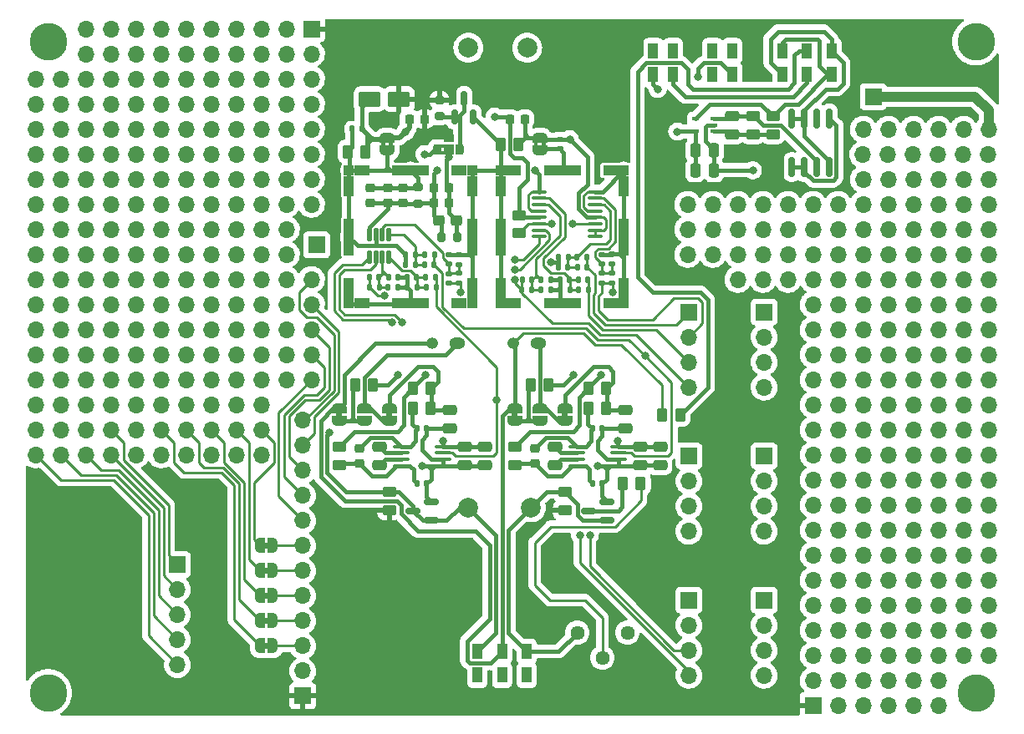
<source format=gbr>
%TF.GenerationSoftware,KiCad,Pcbnew,6.0.2+dfsg-1*%
%TF.CreationDate,2023-07-10T21:48:35-06:00*%
%TF.ProjectId,TestComponents,54657374-436f-46d7-906f-6e656e74732e,rev?*%
%TF.SameCoordinates,PXbf5d420PY621abf0*%
%TF.FileFunction,Copper,L1,Top*%
%TF.FilePolarity,Positive*%
%FSLAX46Y46*%
G04 Gerber Fmt 4.6, Leading zero omitted, Abs format (unit mm)*
G04 Created by KiCad (PCBNEW 6.0.2+dfsg-1) date 2023-07-10 21:48:35*
%MOMM*%
%LPD*%
G01*
G04 APERTURE LIST*
G04 Aperture macros list*
%AMRoundRect*
0 Rectangle with rounded corners*
0 $1 Rounding radius*
0 $2 $3 $4 $5 $6 $7 $8 $9 X,Y pos of 4 corners*
0 Add a 4 corners polygon primitive as box body*
4,1,4,$2,$3,$4,$5,$6,$7,$8,$9,$2,$3,0*
0 Add four circle primitives for the rounded corners*
1,1,$1+$1,$2,$3*
1,1,$1+$1,$4,$5*
1,1,$1+$1,$6,$7*
1,1,$1+$1,$8,$9*
0 Add four rect primitives between the rounded corners*
20,1,$1+$1,$2,$3,$4,$5,0*
20,1,$1+$1,$4,$5,$6,$7,0*
20,1,$1+$1,$6,$7,$8,$9,0*
20,1,$1+$1,$8,$9,$2,$3,0*%
%AMFreePoly0*
4,1,22,0.500000,-0.750000,0.000000,-0.750000,0.000000,-0.745033,-0.079941,-0.743568,-0.215256,-0.701293,-0.333266,-0.622738,-0.424486,-0.514219,-0.481581,-0.384460,-0.499164,-0.250000,-0.500000,-0.250000,-0.500000,0.250000,-0.499164,0.250000,-0.499963,0.256109,-0.478152,0.396186,-0.417904,0.524511,-0.324060,0.630769,-0.204165,0.706417,-0.067858,0.745374,0.000000,0.744959,0.000000,0.750000,
0.500000,0.750000,0.500000,-0.750000,0.500000,-0.750000,$1*%
%AMFreePoly1*
4,1,20,0.000000,0.744959,0.073905,0.744508,0.209726,0.703889,0.328688,0.626782,0.421226,0.519385,0.479903,0.390333,0.500000,0.250000,0.500000,-0.250000,0.499851,-0.262216,0.476331,-0.402017,0.414519,-0.529596,0.319384,-0.634700,0.198574,-0.708877,0.061801,-0.746166,0.000000,-0.745033,0.000000,-0.750000,-0.500000,-0.750000,-0.500000,0.750000,0.000000,0.750000,0.000000,0.744959,
0.000000,0.744959,$1*%
%AMFreePoly2*
4,1,13,0.412500,-0.525000,-0.137500,-0.525000,-0.242738,-0.504067,-0.331954,-0.444454,-0.391567,-0.355238,-0.412500,-0.250000,-0.412500,0.250000,-0.391567,0.355238,-0.331954,0.444454,-0.242738,0.504067,-0.137500,0.525000,0.412500,0.525000,0.412500,-0.525000,0.412500,-0.525000,$1*%
%AMFreePoly3*
4,1,13,0.242738,0.504067,0.331954,0.444454,0.391567,0.355238,0.412500,0.250000,0.412500,-0.250000,0.391567,-0.355238,0.331954,-0.444454,0.242738,-0.504067,0.137500,-0.525000,-0.412500,-0.525000,-0.412500,0.525000,0.137500,0.525000,0.242738,0.504067,0.242738,0.504067,$1*%
G04 Aperture macros list end*
%TA.AperFunction,SMDPad,CuDef*%
%ADD10RoundRect,0.140000X0.140000X0.170000X-0.140000X0.170000X-0.140000X-0.170000X0.140000X-0.170000X0*%
%TD*%
%TA.AperFunction,SMDPad,CuDef*%
%ADD11RoundRect,0.135000X0.135000X0.185000X-0.135000X0.185000X-0.135000X-0.185000X0.135000X-0.185000X0*%
%TD*%
%TA.AperFunction,SMDPad,CuDef*%
%ADD12RoundRect,0.135000X-0.135000X-0.185000X0.135000X-0.185000X0.135000X0.185000X-0.135000X0.185000X0*%
%TD*%
%TA.AperFunction,ComponentPad*%
%ADD13C,2.600000*%
%TD*%
%TA.AperFunction,ConnectorPad*%
%ADD14C,3.800000*%
%TD*%
%TA.AperFunction,ComponentPad*%
%ADD15R,1.700000X1.700000*%
%TD*%
%TA.AperFunction,ComponentPad*%
%ADD16O,1.700000X1.700000*%
%TD*%
%TA.AperFunction,SMDPad,CuDef*%
%ADD17RoundRect,0.225000X0.225000X0.250000X-0.225000X0.250000X-0.225000X-0.250000X0.225000X-0.250000X0*%
%TD*%
%TA.AperFunction,ComponentPad*%
%ADD18C,2.000000*%
%TD*%
%TA.AperFunction,SMDPad,CuDef*%
%ADD19RoundRect,0.225000X0.250000X-0.225000X0.250000X0.225000X-0.250000X0.225000X-0.250000X-0.225000X0*%
%TD*%
%TA.AperFunction,SMDPad,CuDef*%
%ADD20FreePoly0,180.000000*%
%TD*%
%TA.AperFunction,SMDPad,CuDef*%
%ADD21FreePoly1,180.000000*%
%TD*%
%TA.AperFunction,SMDPad,CuDef*%
%ADD22RoundRect,0.150000X0.587500X0.150000X-0.587500X0.150000X-0.587500X-0.150000X0.587500X-0.150000X0*%
%TD*%
%TA.AperFunction,SMDPad,CuDef*%
%ADD23FreePoly2,0.000000*%
%TD*%
%TA.AperFunction,SMDPad,CuDef*%
%ADD24R,1.050000X1.050000*%
%TD*%
%TA.AperFunction,SMDPad,CuDef*%
%ADD25FreePoly3,0.000000*%
%TD*%
%TA.AperFunction,SMDPad,CuDef*%
%ADD26FreePoly3,90.000000*%
%TD*%
%TA.AperFunction,SMDPad,CuDef*%
%ADD27RoundRect,0.140000X-0.140000X-0.170000X0.140000X-0.170000X0.140000X0.170000X-0.140000X0.170000X0*%
%TD*%
%TA.AperFunction,SMDPad,CuDef*%
%ADD28FreePoly0,270.000000*%
%TD*%
%TA.AperFunction,SMDPad,CuDef*%
%ADD29FreePoly1,270.000000*%
%TD*%
%TA.AperFunction,SMDPad,CuDef*%
%ADD30RoundRect,0.250000X0.262500X0.450000X-0.262500X0.450000X-0.262500X-0.450000X0.262500X-0.450000X0*%
%TD*%
%TA.AperFunction,SMDPad,CuDef*%
%ADD31RoundRect,0.250000X0.475000X-0.250000X0.475000X0.250000X-0.475000X0.250000X-0.475000X-0.250000X0*%
%TD*%
%TA.AperFunction,SMDPad,CuDef*%
%ADD32FreePoly0,90.000000*%
%TD*%
%TA.AperFunction,SMDPad,CuDef*%
%ADD33FreePoly1,90.000000*%
%TD*%
%TA.AperFunction,SMDPad,CuDef*%
%ADD34RoundRect,0.250000X-0.475000X0.250000X-0.475000X-0.250000X0.475000X-0.250000X0.475000X0.250000X0*%
%TD*%
%TA.AperFunction,SMDPad,CuDef*%
%ADD35RoundRect,0.140000X0.170000X-0.140000X0.170000X0.140000X-0.170000X0.140000X-0.170000X-0.140000X0*%
%TD*%
%TA.AperFunction,SMDPad,CuDef*%
%ADD36RoundRect,0.250000X0.450000X-0.262500X0.450000X0.262500X-0.450000X0.262500X-0.450000X-0.262500X0*%
%TD*%
%TA.AperFunction,SMDPad,CuDef*%
%ADD37RoundRect,0.150000X0.150000X-0.825000X0.150000X0.825000X-0.150000X0.825000X-0.150000X-0.825000X0*%
%TD*%
%TA.AperFunction,SMDPad,CuDef*%
%ADD38RoundRect,0.250000X-0.262500X-0.450000X0.262500X-0.450000X0.262500X0.450000X-0.262500X0.450000X0*%
%TD*%
%TA.AperFunction,SMDPad,CuDef*%
%ADD39RoundRect,0.135000X-0.185000X0.135000X-0.185000X-0.135000X0.185000X-0.135000X0.185000X0.135000X0*%
%TD*%
%TA.AperFunction,SMDPad,CuDef*%
%ADD40RoundRect,0.250000X-0.450000X0.262500X-0.450000X-0.262500X0.450000X-0.262500X0.450000X0.262500X0*%
%TD*%
%TA.AperFunction,SMDPad,CuDef*%
%ADD41RoundRect,0.200000X0.200000X0.275000X-0.200000X0.275000X-0.200000X-0.275000X0.200000X-0.275000X0*%
%TD*%
%TA.AperFunction,ComponentPad*%
%ADD42C,1.440000*%
%TD*%
%TA.AperFunction,SMDPad,CuDef*%
%ADD43RoundRect,0.150000X0.150000X-0.587500X0.150000X0.587500X-0.150000X0.587500X-0.150000X-0.587500X0*%
%TD*%
%TA.AperFunction,SMDPad,CuDef*%
%ADD44RoundRect,0.125000X0.125000X-0.537500X0.125000X0.537500X-0.125000X0.537500X-0.125000X-0.537500X0*%
%TD*%
%TA.AperFunction,SMDPad,CuDef*%
%ADD45RoundRect,0.200000X0.275000X-0.200000X0.275000X0.200000X-0.275000X0.200000X-0.275000X-0.200000X0*%
%TD*%
%TA.AperFunction,SMDPad,CuDef*%
%ADD46RoundRect,0.250000X0.312500X0.275000X-0.312500X0.275000X-0.312500X-0.275000X0.312500X-0.275000X0*%
%TD*%
%TA.AperFunction,SMDPad,CuDef*%
%ADD47RoundRect,0.200000X-0.275000X0.200000X-0.275000X-0.200000X0.275000X-0.200000X0.275000X0.200000X0*%
%TD*%
%TA.AperFunction,SMDPad,CuDef*%
%ADD48RoundRect,0.250000X-0.250000X-0.475000X0.250000X-0.475000X0.250000X0.475000X-0.250000X0.475000X0*%
%TD*%
%TA.AperFunction,SMDPad,CuDef*%
%ADD49RoundRect,0.250000X0.250000X0.475000X-0.250000X0.475000X-0.250000X-0.475000X0.250000X-0.475000X0*%
%TD*%
%TA.AperFunction,SMDPad,CuDef*%
%ADD50R,1.000000X3.800000*%
%TD*%
%TA.AperFunction,SMDPad,CuDef*%
%ADD51R,1.650000X1.000000*%
%TD*%
%TA.AperFunction,SMDPad,CuDef*%
%ADD52R,3.800000X1.000000*%
%TD*%
%TA.AperFunction,SMDPad,CuDef*%
%ADD53R,1.000000X1.000000*%
%TD*%
%TA.AperFunction,SMDPad,CuDef*%
%ADD54R,1.000000X2.130000*%
%TD*%
%TA.AperFunction,SMDPad,CuDef*%
%ADD55R,1.000000X1.600000*%
%TD*%
%TA.AperFunction,SMDPad,CuDef*%
%ADD56R,0.650000X0.400000*%
%TD*%
%TA.AperFunction,SMDPad,CuDef*%
%ADD57RoundRect,0.100000X0.637500X0.100000X-0.637500X0.100000X-0.637500X-0.100000X0.637500X-0.100000X0*%
%TD*%
%TA.AperFunction,SMDPad,CuDef*%
%ADD58RoundRect,0.100000X-0.712500X-0.100000X0.712500X-0.100000X0.712500X0.100000X-0.712500X0.100000X0*%
%TD*%
%TA.AperFunction,SMDPad,CuDef*%
%ADD59RoundRect,0.250000X0.850000X0.550000X-0.850000X0.550000X-0.850000X-0.550000X0.850000X-0.550000X0*%
%TD*%
%TA.AperFunction,ComponentPad*%
%ADD60O,1.600000X1.200000*%
%TD*%
%TA.AperFunction,ComponentPad*%
%ADD61O,1.200000X1.200000*%
%TD*%
%TA.AperFunction,ViaPad*%
%ADD62C,0.800000*%
%TD*%
%TA.AperFunction,Conductor*%
%ADD63C,0.400000*%
%TD*%
%TA.AperFunction,Conductor*%
%ADD64C,0.250000*%
%TD*%
%TA.AperFunction,Conductor*%
%ADD65C,1.000000*%
%TD*%
%TA.AperFunction,Conductor*%
%ADD66C,0.450000*%
%TD*%
%TA.AperFunction,Conductor*%
%ADD67C,0.500000*%
%TD*%
G04 APERTURE END LIST*
%TO.C,JSCK5*%
G36*
X-71632000Y-26016500D02*
G01*
X-72132000Y-26016500D01*
X-72132000Y-25416500D01*
X-71632000Y-25416500D01*
X-71632000Y-26016500D01*
G37*
%TO.C,JP16*%
G36*
X-53829100Y22273800D02*
G01*
X-54329100Y22273800D01*
X-54329100Y22573800D01*
X-53829100Y22573800D01*
X-53829100Y22273800D01*
G37*
G36*
X-53829100Y21573800D02*
G01*
X-54329100Y21573800D01*
X-54329100Y21873800D01*
X-53829100Y21873800D01*
X-53829100Y21573800D01*
G37*
%TO.C,JP11*%
G36*
X-59860800Y22356000D02*
G01*
X-60260800Y22356000D01*
X-60260800Y22856000D01*
X-59860800Y22856000D01*
X-59860800Y22356000D01*
G37*
G36*
X-59060800Y22356000D02*
G01*
X-59460800Y22356000D01*
X-59460800Y22856000D01*
X-59060800Y22856000D01*
X-59060800Y22356000D01*
G37*
%TO.C,JPD1*%
G36*
X-46436000Y-5076000D02*
G01*
X-47036000Y-5076000D01*
X-47036000Y-4576000D01*
X-46436000Y-4576000D01*
X-46436000Y-5076000D01*
G37*
%TO.C,JPD6*%
G36*
X-59136000Y-5076000D02*
G01*
X-59736000Y-5076000D01*
X-59736000Y-4576000D01*
X-59136000Y-4576000D01*
X-59136000Y-5076000D01*
G37*
%TO.C,JPD3*%
G36*
X-41354700Y-5076000D02*
G01*
X-41954700Y-5076000D01*
X-41954700Y-4576000D01*
X-41354700Y-4576000D01*
X-41354700Y-5076000D01*
G37*
%TO.C,JMOSI5*%
G36*
X-71632000Y-28556500D02*
G01*
X-72132000Y-28556500D01*
X-72132000Y-27956500D01*
X-71632000Y-27956500D01*
X-71632000Y-28556500D01*
G37*
%TO.C,JSDA5*%
G36*
X-71632000Y-18396500D02*
G01*
X-72132000Y-18396500D01*
X-72132000Y-17796500D01*
X-71632000Y-17796500D01*
X-71632000Y-18396500D01*
G37*
%TO.C,JMISO5*%
G36*
X-71632000Y-23476500D02*
G01*
X-72132000Y-23476500D01*
X-72132000Y-22876500D01*
X-71632000Y-22876500D01*
X-71632000Y-23476500D01*
G37*
%TO.C,JSCL5*%
G36*
X-71632000Y-20936500D02*
G01*
X-72132000Y-20936500D01*
X-72132000Y-20336500D01*
X-71632000Y-20336500D01*
X-71632000Y-20936500D01*
G37*
%TO.C,JPD4*%
G36*
X-64216000Y-5076000D02*
G01*
X-64816000Y-5076000D01*
X-64816000Y-4576000D01*
X-64216000Y-4576000D01*
X-64216000Y-5076000D01*
G37*
%TO.C,JP12*%
G36*
X-44389500Y22356000D02*
G01*
X-44789500Y22356000D01*
X-44789500Y22856000D01*
X-44389500Y22856000D01*
X-44389500Y22356000D01*
G37*
G36*
X-43589500Y22356000D02*
G01*
X-43989500Y22356000D01*
X-43989500Y22856000D01*
X-43589500Y22856000D01*
X-43589500Y22356000D01*
G37*
%TD*%
D10*
%TO.P,C31,1*%
%TO.N,P2_{RF}-2*%
X-41211600Y8839100D03*
%TO.P,C31,2*%
%TO.N,GND_{RF}*%
X-42171600Y8839100D03*
%TD*%
D11*
%TO.P,R26,1*%
%TO.N,S2_{RF}-2*%
X-44989600Y7813500D03*
%TO.P,R26,2*%
%TO.N,S2*%
X-46009600Y7813500D03*
%TD*%
D12*
%TO.P,R18,1*%
%TO.N,P2_{RF}*%
X-55709700Y8128000D03*
%TO.P,R18,2*%
%TO.N,P2*%
X-54689700Y8128000D03*
%TD*%
D13*
%TO.P,H4,1*%
%TO.N,N/C*%
X-93980000Y-33020000D03*
D14*
X-93980000Y-33020000D03*
%TD*%
D15*
%TO.P,JUT1,1,Pin_1*%
%TO.N,/TestConnectors/UT1_5V*%
X-21462000Y-9015949D03*
D16*
%TO.P,JUT1,2,Pin_2*%
%TO.N,/TestConnectors/UT2_5V*%
X-21462000Y-11555949D03*
%TO.P,JUT1,3,Pin_3*%
%TO.N,/TestConnectors/CAN_H_5V*%
X-21462000Y-14095949D03*
%TO.P,JUT1,4,Pin_4*%
%TO.N,/TestConnectors/CAN_L_5V*%
X-21462000Y-16635949D03*
%TD*%
D17*
%TO.P,C26,1*%
%TO.N,V_{AREF}*%
X-53365300Y16652600D03*
%TO.P,C26,2*%
%TO.N,V_{RF}*%
X-54915300Y16652600D03*
%TD*%
D15*
%TO.P,JVIN1,1,Pin_1*%
%TO.N,VIN*%
X-10413000Y27432000D03*
%TD*%
D18*
%TO.P,TPGND-1,1,1*%
%TO.N,GND1*%
X-51435000Y32385000D03*
%TD*%
D19*
%TO.P,CS1,1*%
%TO.N,Net-(CS1-Pad1)*%
X-44704000Y-9792000D03*
%TO.P,CS1,2*%
%TO.N,Net-(CS1-Pad2)*%
X-44704000Y-8242000D03*
%TD*%
D20*
%TO.P,JSCK5,1,A*%
%TO.N,/TestConnectors/SCK_5V*%
X-71232000Y-25716500D03*
D21*
%TO.P,JSCK5,2,B*%
%TO.N,Net-(B2-Pad188)*%
X-72532000Y-25716500D03*
%TD*%
D22*
%TO.P,U8,1,K*%
%TO.N,1V1*%
X-37357200Y-15551000D03*
%TO.P,U8,2,A*%
%TO.N,GND1*%
X-37357200Y-13651000D03*
%TO.P,U8,3,REF*%
%TO.N,Net-(R9-Pad1)*%
X-39232200Y-14601000D03*
%TD*%
D11*
%TO.P,R16,1*%
%TO.N,S2_{RF}*%
X-60460900Y8128000D03*
%TO.P,R16,2*%
%TO.N,S2*%
X-61480900Y8128000D03*
%TD*%
D23*
%TO.P,JP16,1,A*%
%TO.N,3V0*%
X-54591600Y22073800D03*
D24*
%TO.P,JP16,2,C*%
%TO.N,V_{AREF}*%
X-53429100Y22073800D03*
D25*
%TO.P,JP16,3,B*%
%TO.N,5V0*%
X-52266600Y22073800D03*
D26*
%TO.P,JP16,4*%
%TO.N,5V3*%
X-53429100Y23236300D03*
%TD*%
D27*
%TO.P,C29,1*%
%TO.N,S2_{RF}-2*%
X-44061600Y8829500D03*
%TO.P,C29,2*%
%TO.N,GND_{RF}*%
X-43101600Y8829500D03*
%TD*%
D15*
%TO.P,JAPC1,1,Pin_1*%
%TO.N,/TestConnectors/APCTX_5V*%
X-29082446Y-9015949D03*
D16*
%TO.P,JAPC1,2,Pin_2*%
%TO.N,/TestConnectors/APCRX_5V*%
X-29082446Y-11555949D03*
%TO.P,JAPC1,3,Pin_3*%
%TO.N,/TestConnectors/TX_5V*%
X-29082446Y-14095949D03*
%TO.P,JAPC1,4,Pin_4*%
%TO.N,/TestConnectors/RX_5V*%
X-29082446Y-16635949D03*
%TD*%
D10*
%TO.P,C24,1*%
%TO.N,P1*%
X-54892000Y10414000D03*
%TO.P,C24,2*%
%TO.N,P1_{RF}*%
X-55852000Y10414000D03*
%TD*%
D28*
%TO.P,JP11,1,A*%
%TO.N,GND1*%
X-59660800Y23256000D03*
D29*
%TO.P,JP11,2,B*%
%TO.N,GND_{RF}*%
X-59660800Y21956000D03*
%TD*%
D30*
%TO.P,RS6,1*%
%TO.N,/InsturmentationsAmps/INV1*%
X-37441500Y-4191000D03*
%TO.P,RS6,2*%
%TO.N,Net-(CS1-Pad2)*%
X-39266500Y-4191000D03*
%TD*%
D31*
%TO.P,CS10,1*%
%TO.N,GND1*%
X-49784000Y-9967000D03*
%TO.P,CS10,2*%
%TO.N,V_{AREF}*%
X-49784000Y-8067000D03*
%TD*%
D28*
%TO.P,JPD1,1,A*%
%TO.N,PD(V)_{BIAS}*%
X-46736000Y-4176000D03*
D29*
%TO.P,JPD1,2,B*%
%TO.N,Net-(JPD1-Pad2)*%
X-46736000Y-5476000D03*
%TD*%
D27*
%TO.P,C15,1*%
%TO.N,GND_{RF}*%
X-63190300Y24145600D03*
%TO.P,C15,2*%
%TO.N,GND1*%
X-62230300Y24145600D03*
%TD*%
D19*
%TO.P,C13,1*%
%TO.N,V_{RF}*%
X-61353900Y16649800D03*
%TO.P,C13,2*%
%TO.N,GND_{RF}*%
X-61353900Y18199800D03*
%TD*%
D32*
%TO.P,JPD6,1,A*%
%TO.N,Net-(JPD5-Pad1)*%
X-59436000Y-5476000D03*
D33*
%TO.P,JPD6,2,B*%
%TO.N,/InsturmentationsAmps/INV2*%
X-59436000Y-4176000D03*
%TD*%
D17*
%TO.P,C3,1*%
%TO.N,GND1*%
X-45707000Y25146000D03*
%TO.P,C3,2*%
%TO.N,3V1*%
X-47257000Y25146000D03*
%TD*%
D12*
%TO.P,R29,1*%
%TO.N,GND_{RF}*%
X-42156400Y7823100D03*
%TO.P,R29,2*%
%TO.N,P2_{RF}-2*%
X-41136400Y7823100D03*
%TD*%
D13*
%TO.P,H3,1*%
%TO.N,N/C*%
X-93980000Y33020000D03*
D14*
X-93980000Y33020000D03*
%TD*%
D34*
%TO.P,R_{PD.bias}2,1*%
%TO.N,/InsturmentationsAmps/INV2*%
X-53338700Y-4323000D03*
%TO.P,R_{PD.bias}2,2*%
%TO.N,GND1*%
X-53338700Y-6223000D03*
%TD*%
D15*
%TO.P,JADC1,1,Pin_1*%
%TO.N,P1*%
X-29082446Y5589051D03*
D16*
%TO.P,JADC1,2,Pin_2*%
%TO.N,S1*%
X-29082446Y3049051D03*
%TO.P,JADC1,3,Pin_3*%
%TO.N,P2*%
X-29082446Y509051D03*
%TO.P,JADC1,4,Pin_4*%
%TO.N,S2*%
X-29082446Y-2030949D03*
%TD*%
D27*
%TO.P,CS7,1*%
%TO.N,Net-(CS6-Pad2)*%
X-56614000Y-6223000D03*
%TO.P,CS7,2*%
%TO.N,GND1*%
X-55654000Y-6223000D03*
%TD*%
D28*
%TO.P,JPD5,1,A*%
%TO.N,Net-(JPD5-Pad1)*%
X-61976000Y-4176000D03*
D29*
%TO.P,JPD5,2,B*%
%TO.N,Net-(JPD4-Pad2)*%
X-61976000Y-5476000D03*
%TD*%
D10*
%TO.P,C34,1*%
%TO.N,P1*%
X-39420600Y10157700D03*
%TO.P,C34,2*%
%TO.N,P1_{RF}-2*%
X-40380600Y10157700D03*
%TD*%
D35*
%TO.P,C38,1*%
%TO.N,GND_{RF}*%
X-42164000Y22126000D03*
%TO.P,C38,2*%
%TO.N,GND1*%
X-42164000Y23086000D03*
%TD*%
D36*
%TO.P,R6,1*%
%TO.N,Net-(R6-Pad1)*%
X-46278800Y13565500D03*
%TO.P,R6,2*%
%TO.N,3V1*%
X-46278800Y15390500D03*
%TD*%
D27*
%TO.P,CS3,1*%
%TO.N,Net-(CS1-Pad1)*%
X-38834000Y-11811000D03*
%TO.P,CS3,2*%
%TO.N,GND1*%
X-37874000Y-11811000D03*
%TD*%
D37*
%TO.P,U3,1*%
%TO.N,Net-(U3-Pad1)*%
X-18669000Y20284980D03*
%TO.P,U3,2*%
X-17399000Y20284980D03*
%TO.P,U3,3*%
%TO.N,Net-(CS11-Pad2)*%
X-16129000Y20284980D03*
%TO.P,U3,4*%
%TO.N,-I_{const}=0.4mA*%
X-14859000Y20284980D03*
%TO.P,U3,5*%
%TO.N,Net-(U3-Pad1)*%
X-14859000Y25234980D03*
%TO.P,U3,6,S*%
%TO.N,Net-(U3-Pad6)*%
X-16129000Y25234980D03*
%TO.P,U3,7*%
%TO.N,-I_{const}=0.4mA*%
X-17399000Y25234980D03*
%TO.P,U3,8*%
X-18669000Y25234980D03*
%TD*%
D38*
%TO.P,R_{PD}2,1*%
%TO.N,/InsturmentationsAmps/PD2_{TEST}*%
X-57045200Y-2159000D03*
%TO.P,R_{PD}2,2*%
%TO.N,/InsturmentationsAmps/INV2*%
X-55220200Y-2159000D03*
%TD*%
D32*
%TO.P,JPD3,1,A*%
%TO.N,Net-(JPD2-Pad1)*%
X-41654700Y-5476000D03*
D33*
%TO.P,JPD3,2,B*%
%TO.N,/InsturmentationsAmps/INV1*%
X-41654700Y-4176000D03*
%TD*%
D12*
%TO.P,R23,1*%
%TO.N,GND_{RF}*%
X-57799900Y11430000D03*
%TO.P,R23,2*%
%TO.N,P1_{RF}*%
X-56779900Y11430000D03*
%TD*%
D39*
%TO.P,R30,1*%
%TO.N,S1_{RF}-2*%
X-36880600Y9527000D03*
%TO.P,R30,2*%
%TO.N,S1*%
X-36880600Y8507000D03*
%TD*%
D27*
%TO.P,C28,1*%
%TO.N,S2*%
X-45979600Y8829500D03*
%TO.P,C28,2*%
%TO.N,S2_{RF}-2*%
X-45019600Y8829500D03*
%TD*%
%TO.P,CS2,1*%
%TO.N,Net-(CS1-Pad2)*%
X-38834000Y-6223000D03*
%TO.P,CS2,2*%
%TO.N,GND1*%
X-37874000Y-6223000D03*
%TD*%
D40*
%TO.P,R2,1*%
%TO.N,-I_{const}=1.5mA*%
X-20574000Y25447000D03*
%TO.P,R2,2*%
%TO.N,Net-(CS11-Pad1)*%
X-20574000Y23622000D03*
%TD*%
D34*
%TO.P,CS4,1*%
%TO.N,V_{AREF}*%
X-34036000Y-8067000D03*
%TO.P,CS4,2*%
%TO.N,GND1*%
X-34036000Y-9967000D03*
%TD*%
D10*
%TO.P,C35,1*%
%TO.N,P1_{RF}-2*%
X-41338600Y10157700D03*
%TO.P,C35,2*%
%TO.N,GND_{RF}*%
X-42298600Y10157700D03*
%TD*%
D15*
%TO.P,J2-2,1,Pin_1*%
%TO.N,J-2-1*%
X-21462000Y-23620949D03*
D16*
%TO.P,J2-2,2,Pin_2*%
%TO.N,J-2-2*%
X-21462000Y-26160949D03*
%TO.P,J2-2,3,Pin_3*%
%TO.N,J-2-3*%
X-21462000Y-28700949D03*
%TO.P,J2-2,4,Pin_4*%
%TO.N,J-2-4*%
X-21462000Y-31240949D03*
%TD*%
D12*
%TO.P,R28,1*%
%TO.N,P2_{RF}-2*%
X-40238400Y7823100D03*
%TO.P,R28,2*%
%TO.N,P2*%
X-39218400Y7823100D03*
%TD*%
D35*
%TO.P,C22,1*%
%TO.N,S1*%
X-53367900Y8522525D03*
%TO.P,C22,2*%
%TO.N,S1_{RF}*%
X-53367900Y9482525D03*
%TD*%
D38*
%TO.P,R_{PD}2.1,1*%
%TO.N,Net-(JPD4-Pad2)*%
X-62888500Y-1778000D03*
%TO.P,R_{PD}2.1,2*%
%TO.N,/InsturmentationsAmps/PD2_{TEST}*%
X-61063500Y-1778000D03*
%TD*%
D39*
%TO.P,R20,1*%
%TO.N,S1_{RF}*%
X-52351900Y9512525D03*
%TO.P,R20,2*%
%TO.N,S1*%
X-52351900Y8492525D03*
%TD*%
D10*
%TO.P,C25,1*%
%TO.N,P1_{RF}*%
X-56809900Y10414000D03*
%TO.P,C25,2*%
%TO.N,GND_{RF}*%
X-57769900Y10414000D03*
%TD*%
D20*
%TO.P,JMOSI5,1,A*%
%TO.N,/TestConnectors/MOSI_5V*%
X-71232000Y-28256500D03*
D21*
%TO.P,JMOSI5,2,B*%
%TO.N,Net-(B2-Pad189)*%
X-72532000Y-28256500D03*
%TD*%
D13*
%TO.P,H2,1*%
%TO.N,N/C*%
X0Y33020000D03*
D14*
X0Y33020000D03*
%TD*%
D31*
%TO.P,CS5,1*%
%TO.N,GND1*%
X-32004000Y-9967000D03*
%TO.P,CS5,2*%
%TO.N,V_{AREF}*%
X-32004000Y-8067000D03*
%TD*%
D20*
%TO.P,JSDA5,1,A*%
%TO.N,/TestConnectors/SDA_5V*%
X-71232000Y-18096500D03*
D21*
%TO.P,JSDA5,2,B*%
%TO.N,Net-(B2-Pad185)*%
X-72532000Y-18096500D03*
%TD*%
D17*
%TO.P,C1,1*%
%TO.N,5V3*%
X-55867000Y25146000D03*
%TO.P,C1,2*%
%TO.N,GND1*%
X-57417000Y25146000D03*
%TD*%
D15*
%TO.P,J2-1,1,Pin_1*%
%TO.N,J-1-1*%
X-29082446Y-23620949D03*
D16*
%TO.P,J2-1,2,Pin_2*%
%TO.N,J-1-2*%
X-29082446Y-26160949D03*
%TO.P,J2-1,3,Pin_3*%
%TO.N,J-1-3*%
X-29082446Y-28700949D03*
%TO.P,J2-1,4,Pin_4*%
%TO.N,J-1-4*%
X-29082446Y-31240949D03*
%TD*%
D41*
%TO.P,R14,1*%
%TO.N,V_{AREF}*%
X-52540300Y13156900D03*
%TO.P,R14,2*%
%TO.N,V_{RF}*%
X-54190300Y13156900D03*
%TD*%
D31*
%TO.P,CS11,1*%
%TO.N,Net-(CS11-Pad1)*%
X-24701036Y23587980D03*
%TO.P,CS11,2*%
%TO.N,Net-(CS11-Pad2)*%
X-24701036Y25487980D03*
%TD*%
D20*
%TO.P,JMISO5,1,A*%
%TO.N,/TestConnectors/MISO_5V*%
X-71232000Y-23176500D03*
D21*
%TO.P,JMISO5,2,B*%
%TO.N,Net-(B2-Pad187)*%
X-72532000Y-23176500D03*
%TD*%
D12*
%TO.P,R19,1*%
%TO.N,GND_{RF}*%
X-57627700Y8128000D03*
%TO.P,R19,2*%
%TO.N,P2_{RF}*%
X-56607700Y8128000D03*
%TD*%
D42*
%TO.P,RV1,1,1*%
%TO.N,1V1*%
X-40386000Y-26924000D03*
%TO.P,RV1,2,2*%
%TO.N,Net-(R9-Pad2)*%
X-37846000Y-29464000D03*
%TO.P,RV1,3,3*%
%TO.N,GND1*%
X-35306000Y-26924000D03*
%TD*%
D15*
%TO.P,B1,1,Pin_1*%
%TO.N,5V3*%
X-16510000Y-34290000D03*
D16*
%TO.P,B1,2,Pin_2*%
%TO.N,unconnected-(B1-Pad2)*%
X-13970000Y-34290000D03*
%TO.P,B1,3,Pin_3*%
%TO.N,unconnected-(B1-Pad3)*%
X-11430000Y-34290000D03*
%TO.P,B1,4,Pin_4*%
%TO.N,unconnected-(B1-Pad4)*%
X-8890000Y-34290000D03*
%TO.P,B1,5,Pin_5*%
%TO.N,unconnected-(B1-Pad5)*%
X-6350000Y-34290000D03*
%TO.P,B1,6,Pin_6*%
%TO.N,unconnected-(B1-Pad6)*%
X-3810000Y-34290000D03*
%TO.P,B1,7,Pin_7*%
%TO.N,GND1*%
X-16510000Y-31750000D03*
%TO.P,B1,8,Pin_8*%
%TO.N,unconnected-(B1-Pad8)*%
X-13970000Y-31750000D03*
%TO.P,B1,9,Pin_9*%
%TO.N,unconnected-(B1-Pad9)*%
X-11430000Y-31750000D03*
%TO.P,B1,10,Pin_10*%
%TO.N,unconnected-(B1-Pad10)*%
X-8890000Y-31750000D03*
%TO.P,B1,11,Pin_11*%
%TO.N,unconnected-(B1-Pad11)*%
X-6350000Y-31750000D03*
%TO.P,B1,12,Pin_12*%
%TO.N,unconnected-(B1-Pad12)*%
X-3810000Y-31750000D03*
%TO.P,B1,13,Pin_13*%
%TO.N,J-2-4*%
X-16510000Y-29210000D03*
%TO.P,B1,14,Pin_14*%
%TO.N,unconnected-(B1-Pad14)*%
X-13970000Y-29210000D03*
%TO.P,B1,15,Pin_15*%
%TO.N,unconnected-(B1-Pad15)*%
X-11430000Y-29210000D03*
%TO.P,B1,16,Pin_16*%
%TO.N,unconnected-(B1-Pad16)*%
X-8890000Y-29210000D03*
%TO.P,B1,17,Pin_17*%
%TO.N,unconnected-(B1-Pad17)*%
X-6350000Y-29210000D03*
%TO.P,B1,18,Pin_18*%
%TO.N,unconnected-(B1-Pad18)*%
X-3810000Y-29210000D03*
%TO.P,B1,19,Pin_19*%
%TO.N,unconnected-(B1-Pad19)*%
X-1270000Y-29210000D03*
%TO.P,B1,20,Pin_20*%
%TO.N,unconnected-(B1-Pad20)*%
X1270000Y-29210000D03*
%TO.P,B1,21,Pin_21*%
%TO.N,J-2-3*%
X-16510000Y-26670000D03*
%TO.P,B1,22,Pin_22*%
%TO.N,unconnected-(B1-Pad22)*%
X-13970000Y-26670000D03*
%TO.P,B1,23,Pin_23*%
%TO.N,unconnected-(B1-Pad23)*%
X-11430000Y-26670000D03*
%TO.P,B1,24,Pin_24*%
%TO.N,unconnected-(B1-Pad24)*%
X-8890000Y-26670000D03*
%TO.P,B1,25,Pin_25*%
%TO.N,unconnected-(B1-Pad25)*%
X-6350000Y-26670000D03*
%TO.P,B1,26,Pin_26*%
%TO.N,unconnected-(B1-Pad26)*%
X-3810000Y-26670000D03*
%TO.P,B1,27,Pin_27*%
%TO.N,unconnected-(B1-Pad27)*%
X-1270000Y-26670000D03*
%TO.P,B1,28,Pin_28*%
%TO.N,unconnected-(B1-Pad28)*%
X1270000Y-26670000D03*
%TO.P,B1,29,Pin_29*%
%TO.N,J-2-2*%
X-16510000Y-24130000D03*
%TO.P,B1,30,Pin_30*%
%TO.N,unconnected-(B1-Pad30)*%
X-13970000Y-24130000D03*
%TO.P,B1,31,Pin_31*%
%TO.N,unconnected-(B1-Pad31)*%
X-11430000Y-24130000D03*
%TO.P,B1,32,Pin_32*%
%TO.N,unconnected-(B1-Pad32)*%
X-8890000Y-24130000D03*
%TO.P,B1,33,Pin_33*%
%TO.N,unconnected-(B1-Pad33)*%
X-6350000Y-24130000D03*
%TO.P,B1,34,Pin_34*%
%TO.N,unconnected-(B1-Pad34)*%
X-3810000Y-24130000D03*
%TO.P,B1,35,Pin_35*%
%TO.N,unconnected-(B1-Pad35)*%
X-1270000Y-24130000D03*
%TO.P,B1,36,Pin_36*%
%TO.N,unconnected-(B1-Pad36)*%
X1270000Y-24130000D03*
%TO.P,B1,37,Pin_37*%
%TO.N,J-2-1*%
X-16510000Y-21590000D03*
%TO.P,B1,38,Pin_38*%
%TO.N,unconnected-(B1-Pad38)*%
X-13970000Y-21590000D03*
%TO.P,B1,39,Pin_39*%
%TO.N,unconnected-(B1-Pad39)*%
X-11430000Y-21590000D03*
%TO.P,B1,40,Pin_40*%
%TO.N,unconnected-(B1-Pad40)*%
X-8890000Y-21590000D03*
%TO.P,B1,41,Pin_41*%
%TO.N,unconnected-(B1-Pad41)*%
X-6350000Y-21590000D03*
%TO.P,B1,42,Pin_42*%
%TO.N,unconnected-(B1-Pad42)*%
X-3810000Y-21590000D03*
%TO.P,B1,43,Pin_43*%
%TO.N,unconnected-(B1-Pad43)*%
X-1270000Y-21590000D03*
%TO.P,B1,44,Pin_44*%
%TO.N,unconnected-(B1-Pad44)*%
X1270000Y-21590000D03*
%TO.P,B1,45,Pin_45*%
%TO.N,J-1-4*%
X-16510000Y-19050000D03*
%TO.P,B1,46,Pin_46*%
%TO.N,unconnected-(B1-Pad46)*%
X-13970000Y-19050000D03*
%TO.P,B1,47,Pin_47*%
%TO.N,unconnected-(B1-Pad47)*%
X-11430000Y-19050000D03*
%TO.P,B1,48,Pin_48*%
%TO.N,unconnected-(B1-Pad48)*%
X-8890000Y-19050000D03*
%TO.P,B1,49,Pin_49*%
%TO.N,unconnected-(B1-Pad49)*%
X-6350000Y-19050000D03*
%TO.P,B1,50,Pin_50*%
%TO.N,unconnected-(B1-Pad50)*%
X-3810000Y-19050000D03*
%TO.P,B1,51,Pin_51*%
%TO.N,unconnected-(B1-Pad51)*%
X-1270000Y-19050000D03*
%TO.P,B1,52,Pin_52*%
%TO.N,unconnected-(B1-Pad52)*%
X1270000Y-19050000D03*
%TO.P,B1,53,Pin_53*%
%TO.N,J-1-3*%
X-16510000Y-16510000D03*
%TO.P,B1,54,Pin_54*%
%TO.N,unconnected-(B1-Pad54)*%
X-13970000Y-16510000D03*
%TO.P,B1,55,Pin_55*%
%TO.N,unconnected-(B1-Pad55)*%
X-11430000Y-16510000D03*
%TO.P,B1,56,Pin_56*%
%TO.N,unconnected-(B1-Pad56)*%
X-8890000Y-16510000D03*
%TO.P,B1,57,Pin_57*%
%TO.N,unconnected-(B1-Pad57)*%
X-6350000Y-16510000D03*
%TO.P,B1,58,Pin_58*%
%TO.N,unconnected-(B1-Pad58)*%
X-3810000Y-16510000D03*
%TO.P,B1,59,Pin_59*%
%TO.N,unconnected-(B1-Pad59)*%
X-1270000Y-16510000D03*
%TO.P,B1,60,Pin_60*%
%TO.N,unconnected-(B1-Pad60)*%
X1270000Y-16510000D03*
%TO.P,B1,61,Pin_61*%
%TO.N,J-1-2*%
X-16510000Y-13970000D03*
%TO.P,B1,62,Pin_62*%
%TO.N,unconnected-(B1-Pad62)*%
X-13970000Y-13970000D03*
%TO.P,B1,63,Pin_63*%
%TO.N,unconnected-(B1-Pad63)*%
X-11430000Y-13970000D03*
%TO.P,B1,64,Pin_64*%
%TO.N,unconnected-(B1-Pad64)*%
X-8890000Y-13970000D03*
%TO.P,B1,65,Pin_65*%
%TO.N,unconnected-(B1-Pad65)*%
X-6350000Y-13970000D03*
%TO.P,B1,66,Pin_66*%
%TO.N,unconnected-(B1-Pad66)*%
X-3810000Y-13970000D03*
%TO.P,B1,67,Pin_67*%
%TO.N,unconnected-(B1-Pad67)*%
X-1270000Y-13970000D03*
%TO.P,B1,68,Pin_68*%
%TO.N,unconnected-(B1-Pad68)*%
X1270000Y-13970000D03*
%TO.P,B1,69,Pin_69*%
%TO.N,J-1-1*%
X-16510000Y-11430000D03*
%TO.P,B1,70,Pin_70*%
%TO.N,unconnected-(B1-Pad70)*%
X-13970000Y-11430000D03*
%TO.P,B1,71,Pin_71*%
%TO.N,unconnected-(B1-Pad71)*%
X-11430000Y-11430000D03*
%TO.P,B1,72,Pin_72*%
%TO.N,unconnected-(B1-Pad72)*%
X-8890000Y-11430000D03*
%TO.P,B1,73,Pin_73*%
%TO.N,unconnected-(B1-Pad73)*%
X-6350000Y-11430000D03*
%TO.P,B1,74,Pin_74*%
%TO.N,unconnected-(B1-Pad74)*%
X-3810000Y-11430000D03*
%TO.P,B1,75,Pin_75*%
%TO.N,unconnected-(B1-Pad75)*%
X-1270000Y-11430000D03*
%TO.P,B1,76,Pin_76*%
%TO.N,unconnected-(B1-Pad76)*%
X1270000Y-11430000D03*
%TO.P,B1,77,Pin_77*%
%TO.N,/TestConnectors/CAN_L_5V*%
X-16510000Y-8890000D03*
%TO.P,B1,78,Pin_78*%
%TO.N,unconnected-(B1-Pad78)*%
X-13970000Y-8890000D03*
%TO.P,B1,79,Pin_79*%
%TO.N,unconnected-(B1-Pad79)*%
X-11430000Y-8890000D03*
%TO.P,B1,80,Pin_80*%
%TO.N,unconnected-(B1-Pad80)*%
X-8890000Y-8890000D03*
%TO.P,B1,81,Pin_81*%
%TO.N,unconnected-(B1-Pad81)*%
X-6350000Y-8890000D03*
%TO.P,B1,82,Pin_82*%
%TO.N,unconnected-(B1-Pad82)*%
X-3810000Y-8890000D03*
%TO.P,B1,83,Pin_83*%
%TO.N,unconnected-(B1-Pad83)*%
X-1270000Y-8890000D03*
%TO.P,B1,84,Pin_84*%
%TO.N,unconnected-(B1-Pad84)*%
X1270000Y-8890000D03*
%TO.P,B1,85,Pin_85*%
%TO.N,/TestConnectors/CAN_H_5V*%
X-16510000Y-6350000D03*
%TO.P,B1,86,Pin_86*%
%TO.N,unconnected-(B1-Pad86)*%
X-13970000Y-6350000D03*
%TO.P,B1,87,Pin_87*%
%TO.N,unconnected-(B1-Pad87)*%
X-11430000Y-6350000D03*
%TO.P,B1,88,Pin_88*%
%TO.N,unconnected-(B1-Pad88)*%
X-8890000Y-6350000D03*
%TO.P,B1,89,Pin_89*%
%TO.N,unconnected-(B1-Pad89)*%
X-6350000Y-6350000D03*
%TO.P,B1,90,Pin_90*%
%TO.N,unconnected-(B1-Pad90)*%
X-3810000Y-6350000D03*
%TO.P,B1,91,Pin_91*%
%TO.N,unconnected-(B1-Pad91)*%
X-1270000Y-6350000D03*
%TO.P,B1,92,Pin_92*%
%TO.N,unconnected-(B1-Pad92)*%
X1270000Y-6350000D03*
%TO.P,B1,93,Pin_93*%
%TO.N,/TestConnectors/UT2_5V*%
X-16510000Y-3810000D03*
%TO.P,B1,94,Pin_94*%
%TO.N,unconnected-(B1-Pad94)*%
X-13970000Y-3810000D03*
%TO.P,B1,95,Pin_95*%
%TO.N,unconnected-(B1-Pad95)*%
X-11430000Y-3810000D03*
%TO.P,B1,96,Pin_96*%
%TO.N,unconnected-(B1-Pad96)*%
X-8890000Y-3810000D03*
%TO.P,B1,97,Pin_97*%
%TO.N,unconnected-(B1-Pad97)*%
X-6350000Y-3810000D03*
%TO.P,B1,98,Pin_98*%
%TO.N,unconnected-(B1-Pad98)*%
X-3810000Y-3810000D03*
%TO.P,B1,99,Pin_99*%
%TO.N,unconnected-(B1-Pad99)*%
X-1270000Y-3810000D03*
%TO.P,B1,100,Pin_100*%
%TO.N,unconnected-(B1-Pad100)*%
X1270000Y-3810000D03*
%TO.P,B1,101,Pin_101*%
%TO.N,/TestConnectors/UT1_5V*%
X-16510000Y-1270000D03*
%TO.P,B1,102,Pin_102*%
%TO.N,unconnected-(B1-Pad102)*%
X-13970000Y-1270000D03*
%TO.P,B1,103,Pin_103*%
%TO.N,unconnected-(B1-Pad103)*%
X-11430000Y-1270000D03*
%TO.P,B1,104,Pin_104*%
%TO.N,unconnected-(B1-Pad104)*%
X-8890000Y-1270000D03*
%TO.P,B1,105,Pin_105*%
%TO.N,unconnected-(B1-Pad105)*%
X-6350000Y-1270000D03*
%TO.P,B1,106,Pin_106*%
%TO.N,unconnected-(B1-Pad106)*%
X-3810000Y-1270000D03*
%TO.P,B1,107,Pin_107*%
%TO.N,unconnected-(B1-Pad107)*%
X-1270000Y-1270000D03*
%TO.P,B1,108,Pin_108*%
%TO.N,unconnected-(B1-Pad108)*%
X1270000Y-1270000D03*
%TO.P,B1,109,Pin_109*%
%TO.N,/TestConnectors/RX_5V*%
X-16510000Y1270000D03*
%TO.P,B1,110,Pin_110*%
%TO.N,unconnected-(B1-Pad110)*%
X-13970000Y1270000D03*
%TO.P,B1,111,Pin_111*%
%TO.N,unconnected-(B1-Pad111)*%
X-11430000Y1270000D03*
%TO.P,B1,112,Pin_112*%
%TO.N,unconnected-(B1-Pad112)*%
X-8890000Y1270000D03*
%TO.P,B1,113,Pin_113*%
%TO.N,unconnected-(B1-Pad113)*%
X-6350000Y1270000D03*
%TO.P,B1,114,Pin_114*%
%TO.N,unconnected-(B1-Pad114)*%
X-3810000Y1270000D03*
%TO.P,B1,115,Pin_115*%
%TO.N,unconnected-(B1-Pad115)*%
X-1270000Y1270000D03*
%TO.P,B1,116,Pin_116*%
%TO.N,unconnected-(B1-Pad116)*%
X1270000Y1270000D03*
%TO.P,B1,117,Pin_117*%
%TO.N,/TestConnectors/TX_5V*%
X-16510000Y3810000D03*
%TO.P,B1,118,Pin_118*%
%TO.N,unconnected-(B1-Pad118)*%
X-13970000Y3810000D03*
%TO.P,B1,119,Pin_119*%
%TO.N,unconnected-(B1-Pad119)*%
X-11430000Y3810000D03*
%TO.P,B1,120,Pin_120*%
%TO.N,unconnected-(B1-Pad120)*%
X-8890000Y3810000D03*
%TO.P,B1,121,Pin_121*%
%TO.N,unconnected-(B1-Pad121)*%
X-6350000Y3810000D03*
%TO.P,B1,122,Pin_122*%
%TO.N,unconnected-(B1-Pad122)*%
X-3810000Y3810000D03*
%TO.P,B1,123,Pin_123*%
%TO.N,unconnected-(B1-Pad123)*%
X-1270000Y3810000D03*
%TO.P,B1,124,Pin_124*%
%TO.N,unconnected-(B1-Pad124)*%
X1270000Y3810000D03*
%TO.P,B1,125,Pin_125*%
%TO.N,/TestConnectors/APCRX_5V*%
X-16510000Y6350000D03*
%TO.P,B1,126,Pin_126*%
%TO.N,unconnected-(B1-Pad126)*%
X-13970000Y6350000D03*
%TO.P,B1,127,Pin_127*%
%TO.N,unconnected-(B1-Pad127)*%
X-11430000Y6350000D03*
%TO.P,B1,128,Pin_128*%
%TO.N,unconnected-(B1-Pad128)*%
X-8890000Y6350000D03*
%TO.P,B1,129,Pin_129*%
%TO.N,unconnected-(B1-Pad129)*%
X-6350000Y6350000D03*
%TO.P,B1,130,Pin_130*%
%TO.N,unconnected-(B1-Pad130)*%
X-3810000Y6350000D03*
%TO.P,B1,131,Pin_131*%
%TO.N,unconnected-(B1-Pad131)*%
X-1270000Y6350000D03*
%TO.P,B1,132,Pin_132*%
%TO.N,unconnected-(B1-Pad132)*%
X1270000Y6350000D03*
%TO.P,B1,133,Pin_133*%
%TO.N,unconnected-(B1-Pad133)*%
X-24130000Y8890000D03*
%TO.P,B1,134,Pin_134*%
%TO.N,unconnected-(B1-Pad134)*%
X-21590000Y8890000D03*
%TO.P,B1,135,Pin_135*%
%TO.N,unconnected-(B1-Pad135)*%
X-19050000Y8890000D03*
%TO.P,B1,136,Pin_136*%
%TO.N,/TestConnectors/APCTX_5V*%
X-16510000Y8890000D03*
%TO.P,B1,137,Pin_137*%
%TO.N,unconnected-(B1-Pad137)*%
X-13970000Y8890000D03*
%TO.P,B1,138,Pin_138*%
%TO.N,unconnected-(B1-Pad138)*%
X-11430000Y8890000D03*
%TO.P,B1,139,Pin_139*%
%TO.N,unconnected-(B1-Pad139)*%
X-8890000Y8890000D03*
%TO.P,B1,140,Pin_140*%
%TO.N,unconnected-(B1-Pad140)*%
X-6350000Y8890000D03*
%TO.P,B1,141,Pin_141*%
%TO.N,unconnected-(B1-Pad141)*%
X-3810000Y8890000D03*
%TO.P,B1,142,Pin_142*%
%TO.N,unconnected-(B1-Pad142)*%
X-1270000Y8890000D03*
%TO.P,B1,143,Pin_143*%
%TO.N,unconnected-(B1-Pad143)*%
X1270000Y8890000D03*
%TO.P,B1,144,Pin_144*%
%TO.N,unconnected-(B1-Pad144)*%
X-29210000Y11430000D03*
%TO.P,B1,145,Pin_145*%
%TO.N,unconnected-(B1-Pad145)*%
X-26670000Y11430000D03*
%TO.P,B1,146,Pin_146*%
%TO.N,unconnected-(B1-Pad146)*%
X-24130000Y11430000D03*
%TO.P,B1,147,Pin_147*%
%TO.N,unconnected-(B1-Pad147)*%
X-21590000Y11430000D03*
%TO.P,B1,148,Pin_148*%
%TO.N,unconnected-(B1-Pad148)*%
X-19050000Y11430000D03*
%TO.P,B1,149,Pin_149*%
%TO.N,unconnected-(B1-Pad149)*%
X-16510000Y11430000D03*
%TO.P,B1,150,Pin_150*%
%TO.N,unconnected-(B1-Pad150)*%
X-13970000Y11430000D03*
%TO.P,B1,151,Pin_151*%
%TO.N,unconnected-(B1-Pad151)*%
X-11430000Y11430000D03*
%TO.P,B1,152,Pin_152*%
%TO.N,unconnected-(B1-Pad152)*%
X-8890000Y11430000D03*
%TO.P,B1,153,Pin_153*%
%TO.N,unconnected-(B1-Pad153)*%
X-6350000Y11430000D03*
%TO.P,B1,154,Pin_154*%
%TO.N,unconnected-(B1-Pad154)*%
X-3810000Y11430000D03*
%TO.P,B1,155,Pin_155*%
%TO.N,unconnected-(B1-Pad155)*%
X-1270000Y11430000D03*
%TO.P,B1,156,Pin_156*%
%TO.N,unconnected-(B1-Pad156)*%
X1270000Y11430000D03*
%TO.P,B1,157,Pin_157*%
%TO.N,P1*%
X-29210000Y13970000D03*
%TO.P,B1,158,Pin_158*%
%TO.N,S1*%
X-26670000Y13970000D03*
%TO.P,B1,159,Pin_159*%
%TO.N,P2*%
X-24130000Y13970000D03*
%TO.P,B1,160,Pin_160*%
%TO.N,S2*%
X-21590000Y13970000D03*
%TO.P,B1,161,Pin_161*%
%TO.N,/TestConnectors/CLK2_5V*%
X-19050000Y13970000D03*
%TO.P,B1,162,Pin_162*%
%TO.N,/TestConnectors/GAIN_5V*%
X-16510000Y13970000D03*
%TO.P,B1,163,Pin_163*%
%TO.N,/TestConnectors/ST_5V*%
X-13970000Y13970000D03*
%TO.P,B1,164,Pin_164*%
%TO.N,/TestConnectors/CLK1_5V*%
X-11430000Y13970000D03*
%TO.P,B1,165,Pin_165*%
%TO.N,unconnected-(B1-Pad165)*%
X-8890000Y13970000D03*
%TO.P,B1,166,Pin_166*%
%TO.N,unconnected-(B1-Pad166)*%
X-6350000Y13970000D03*
%TO.P,B1,167,Pin_167*%
%TO.N,unconnected-(B1-Pad167)*%
X-3810000Y13970000D03*
%TO.P,B1,168,Pin_168*%
%TO.N,unconnected-(B1-Pad168)*%
X-1270000Y13970000D03*
%TO.P,B1,169,Pin_169*%
%TO.N,unconnected-(B1-Pad169)*%
X1270000Y13970000D03*
%TO.P,B1,170,Pin_170*%
%TO.N,P1*%
X-29210000Y16510000D03*
%TO.P,B1,171,Pin_171*%
%TO.N,S1*%
X-26670000Y16510000D03*
%TO.P,B1,172,Pin_172*%
%TO.N,P2*%
X-24130000Y16510000D03*
%TO.P,B1,173,Pin_173*%
%TO.N,S2*%
X-21590000Y16510000D03*
%TO.P,B1,174,Pin_174*%
%TO.N,/TestConnectors/CLK2_5V*%
X-19050000Y16510000D03*
%TO.P,B1,175,Pin_175*%
%TO.N,/TestConnectors/GAIN_5V*%
X-16510000Y16510000D03*
%TO.P,B1,176,Pin_176*%
%TO.N,/TestConnectors/ST_5V*%
X-13970000Y16510000D03*
%TO.P,B1,177,Pin_177*%
%TO.N,/TestConnectors/CLK1_5V*%
X-11430000Y16510000D03*
%TO.P,B1,178,Pin_178*%
%TO.N,unconnected-(B1-Pad178)*%
X-8890000Y16510000D03*
%TO.P,B1,179,Pin_179*%
%TO.N,unconnected-(B1-Pad179)*%
X-6350000Y16510000D03*
%TO.P,B1,180,Pin_180*%
%TO.N,unconnected-(B1-Pad180)*%
X-3810000Y16510000D03*
%TO.P,B1,181,Pin_181*%
%TO.N,unconnected-(B1-Pad181)*%
X-1270000Y16510000D03*
%TO.P,B1,182,Pin_182*%
%TO.N,unconnected-(B1-Pad182)*%
X1270000Y16510000D03*
%TO.P,B1,183,Pin_183*%
%TO.N,unconnected-(B1-Pad183)*%
X-11430000Y19050000D03*
%TO.P,B1,184,Pin_184*%
%TO.N,unconnected-(B1-Pad184)*%
X-8890000Y19050000D03*
%TO.P,B1,185,Pin_185*%
%TO.N,unconnected-(B1-Pad185)*%
X-6350000Y19050000D03*
%TO.P,B1,186,Pin_186*%
%TO.N,unconnected-(B1-Pad186)*%
X-3810000Y19050000D03*
%TO.P,B1,187,Pin_187*%
%TO.N,unconnected-(B1-Pad187)*%
X-1270000Y19050000D03*
%TO.P,B1,188,Pin_188*%
%TO.N,unconnected-(B1-Pad188)*%
X1270000Y19050000D03*
%TO.P,B1,189,Pin_189*%
%TO.N,unconnected-(B1-Pad189)*%
X-11463338Y21555716D03*
%TO.P,B1,190,Pin_190*%
%TO.N,unconnected-(B1-Pad190)*%
X-8923338Y21555716D03*
%TO.P,B1,191,Pin_191*%
%TO.N,unconnected-(B1-Pad191)*%
X-6383338Y21555716D03*
%TO.P,B1,192,Pin_192*%
%TO.N,unconnected-(B1-Pad192)*%
X-3843338Y21555716D03*
%TO.P,B1,193,Pin_193*%
%TO.N,unconnected-(B1-Pad193)*%
X-1303338Y21555716D03*
%TO.P,B1,194,Pin_194*%
%TO.N,unconnected-(B1-Pad194)*%
X1236662Y21555716D03*
%TO.P,B1,195,Pin_195*%
%TO.N,unconnected-(B1-Pad195)*%
X-11430000Y24130000D03*
%TO.P,B1,196,Pin_196*%
%TO.N,unconnected-(B1-Pad196)*%
X-8890000Y24130000D03*
%TO.P,B1,197,Pin_197*%
%TO.N,unconnected-(B1-Pad197)*%
X-6350000Y24130000D03*
%TO.P,B1,198,Pin_198*%
%TO.N,unconnected-(B1-Pad198)*%
X-3810000Y24130000D03*
%TO.P,B1,199,Pin_199*%
%TO.N,GND1*%
X-1270000Y24130000D03*
%TO.P,B1,200,Pin_200*%
%TO.N,VIN*%
X1270000Y24130000D03*
%TD*%
D34*
%TO.P,CS9,1*%
%TO.N,V_{AREF}*%
X-51816000Y-8067000D03*
%TO.P,CS9,2*%
%TO.N,GND1*%
X-51816000Y-9967000D03*
%TD*%
D43*
%TO.P,U13,1,K*%
%TO.N,5V0*%
X-52804300Y25367100D03*
%TO.P,U13,2,A*%
%TO.N,GND_{RF}*%
X-50904300Y25367100D03*
%TO.P,U13,3,REF*%
%TO.N,5V0*%
X-51854300Y27242100D03*
%TD*%
D35*
%TO.P,C23,1*%
%TO.N,S1_{RF}*%
X-53367900Y10440525D03*
%TO.P,C23,2*%
%TO.N,GND_{RF}*%
X-53367900Y11400525D03*
%TD*%
D44*
%TO.P,U1,1,SCL*%
%TO.N,J-1-4*%
X-61439900Y11146300D03*
%TO.P,U1,2,SDA*%
%TO.N,J-1-3*%
X-60789900Y11146300D03*
%TO.P,U1,3,Vin0*%
%TO.N,S2_{RF}*%
X-60139900Y11146300D03*
%TO.P,U1,4,Vin1*%
%TO.N,P2_{RF}*%
X-59489900Y11146300D03*
%TO.P,U1,5,Vin2*%
%TO.N,P1_{RF}*%
X-59489900Y13421300D03*
%TO.P,U1,6,Vin3*%
%TO.N,S1_{RF}*%
X-60139900Y13421300D03*
%TO.P,U1,7,GND*%
%TO.N,GND_{RF}*%
X-60789900Y13421300D03*
%TO.P,U1,8,VDD*%
%TO.N,V_{RF}*%
X-61439900Y13421300D03*
%TD*%
D18*
%TO.P,TPV5,1,1*%
%TO.N,V_{AREF}*%
X-45466000Y32385000D03*
%TD*%
D45*
%TO.P,R10,1*%
%TO.N,5V0*%
X-54368900Y25428800D03*
%TO.P,R10,2*%
%TO.N,5V3*%
X-54368900Y27078800D03*
%TD*%
D38*
%TO.P,R34,1*%
%TO.N,GND_{RF}*%
X-48156500Y22606000D03*
%TO.P,R34,2*%
%TO.N,GND1*%
X-46331500Y22606000D03*
%TD*%
D46*
%TO.P,C16,1*%
%TO.N,V_{AREF}*%
X-52643200Y14884100D03*
%TO.P,C16,2*%
%TO.N,V_{RF}*%
X-54418200Y14884100D03*
%TD*%
D39*
%TO.P,R21,1*%
%TO.N,GND_{RF}*%
X-52351900Y11430525D03*
%TO.P,R21,2*%
%TO.N,S1_{RF}*%
X-52351900Y10410525D03*
%TD*%
D47*
%TO.P,R15,1*%
%TO.N,GND_{RF}*%
X-56527900Y18249800D03*
%TO.P,R15,2*%
%TO.N,V_{RF}*%
X-56527900Y16599800D03*
%TD*%
D48*
%TO.P,CS12,1*%
%TO.N,V_{AREF}*%
X-28445036Y21997980D03*
%TO.P,CS12,2*%
%TO.N,GND1*%
X-26545036Y21997980D03*
%TD*%
D38*
%TO.P,R_{PD}1.1,1*%
%TO.N,Net-(JPD1-Pad2)*%
X-45108500Y-1778000D03*
%TO.P,R_{PD}1.1,2*%
%TO.N,/InsturmentationsAmps/PD1_{TEST}*%
X-43283500Y-1778000D03*
%TD*%
D15*
%TO.P,JGPS1,1,Pin_1*%
%TO.N,/TestConnectors/GPS_5V*%
X-80899000Y-20010000D03*
D16*
%TO.P,JGPS1,2,Pin_2*%
%TO.N,/TestConnectors/GPS_GND*%
X-80899000Y-22550000D03*
%TO.P,JGPS1,3,Pin_3*%
%TO.N,/TestConnectors/GPSRX_5V*%
X-80899000Y-25090000D03*
%TO.P,JGPS1,4,Pin_4*%
%TO.N,/TestConnectors/GPSTX_5V*%
X-80899000Y-27630000D03*
%TO.P,JGPS1,5,Pin_5*%
%TO.N,/TestConnectors/PPS_5V*%
X-80899000Y-30170000D03*
%TD*%
D12*
%TO.P,R33,1*%
%TO.N,GND_{RF}*%
X-42328600Y11173700D03*
%TO.P,R33,2*%
%TO.N,P1_{RF}-2*%
X-41308600Y11173700D03*
%TD*%
D17*
%TO.P,C27,1*%
%TO.N,V_{AREF}*%
X-53365300Y18186100D03*
%TO.P,C27,2*%
%TO.N,V_{RF}*%
X-54915300Y18186100D03*
%TD*%
D49*
%TO.P,CS13,1*%
%TO.N,GND1*%
X-26545036Y19965980D03*
%TO.P,CS13,2*%
%TO.N,V_{AREF}*%
X-28445036Y19965980D03*
%TD*%
D50*
%TO.P,J5,1,Shield*%
%TO.N,GND_{RF}*%
X-63527000Y13208000D03*
D51*
X-62202000Y6478000D03*
D52*
X-57277000Y19938000D03*
D51*
X-52352000Y19938000D03*
D53*
X-51027000Y6478000D03*
X-63527000Y19938000D03*
D50*
X-51027000Y13208000D03*
D53*
X-63527000Y6478000D03*
D54*
X-63527000Y18373000D03*
D51*
X-62202000Y19938000D03*
X-52352000Y6478000D03*
D54*
X-51027000Y8043000D03*
X-63527000Y8043000D03*
D53*
X-51027000Y19938000D03*
D52*
X-57277000Y6478000D03*
D54*
X-51027000Y18373000D03*
%TD*%
D19*
%TO.P,C14,1*%
%TO.N,V_{RF}*%
X-59575900Y16636800D03*
%TO.P,C14,2*%
%TO.N,GND_{RF}*%
X-59575900Y18186800D03*
%TD*%
D28*
%TO.P,JPD2,1,A*%
%TO.N,Net-(JPD2-Pad1)*%
X-44194700Y-4176000D03*
D29*
%TO.P,JPD2,2,B*%
%TO.N,Net-(JPD1-Pad2)*%
X-44194700Y-5476000D03*
%TD*%
D22*
%TO.P,U9,1,K*%
%TO.N,3V0*%
X-55137200Y-15533000D03*
%TO.P,U9,2,A*%
%TO.N,GND1*%
X-55137200Y-13633000D03*
%TO.P,U9,3,REF*%
%TO.N,3V0*%
X-57012200Y-14583000D03*
%TD*%
D55*
%TO.P,SW1,1,A*%
%TO.N,3V0*%
X-50506000Y-28817500D03*
%TO.P,SW1,2,B*%
%TO.N,PD(V)_{BIAS}*%
X-48006000Y-28817500D03*
%TO.P,SW1,3,C*%
%TO.N,1V1*%
X-45506000Y-28817500D03*
%TO.P,SW1,4,A*%
%TO.N,unconnected-(SW1-Pad4)*%
X-50506000Y-31217500D03*
%TO.P,SW1,5,B*%
%TO.N,unconnected-(SW1-Pad5)*%
X-48006000Y-31217500D03*
%TO.P,SW1,6,C*%
%TO.N,unconnected-(SW1-Pad6)*%
X-45506000Y-31217500D03*
%TD*%
D38*
%TO.P,R13,1*%
%TO.N,GND_{RF}*%
X-63650500Y21844000D03*
%TO.P,R13,2*%
%TO.N,GND1*%
X-61825500Y21844000D03*
%TD*%
D10*
%TO.P,C21,1*%
%TO.N,P2_{RF}*%
X-56682900Y9144000D03*
%TO.P,C21,2*%
%TO.N,GND_{RF}*%
X-57642900Y9144000D03*
%TD*%
D40*
%TO.P,RS7,1*%
%TO.N,/InsturmentationsAmps/PD2_{TEST}*%
X-64516000Y-8104500D03*
%TO.P,RS7,2*%
%TO.N,Net-(CS6-Pad1)*%
X-64516000Y-9929500D03*
%TD*%
D56*
%TO.P,U4,1*%
%TO.N,Net-(CS11-Pad1)*%
X-26545036Y23887980D03*
%TO.P,U4,2,V-*%
%TO.N,GND1*%
X-26545036Y24537980D03*
%TO.P,U4,3,+*%
%TO.N,Net-(CS11-Pad2)*%
X-26545036Y25187980D03*
%TO.P,U4,4,-*%
%TO.N,-I_{const}=1.5mA*%
X-28445036Y25187980D03*
%TO.P,U4,5,V+*%
%TO.N,V_{AREF}*%
X-28445036Y23887980D03*
%TD*%
D12*
%TO.P,R22,1*%
%TO.N,P1_{RF}*%
X-55882000Y11430000D03*
%TO.P,R22,2*%
%TO.N,P1*%
X-54862000Y11430000D03*
%TD*%
D55*
%TO.P,SW2,1,1*%
%TO.N,/InsturmentationsAmps/PD1_{TEST}*%
X-24698000Y29661000D03*
%TO.P,SW2,2,2*%
%TO.N,unconnected-(SW2-Pad2)*%
X-26698000Y29661000D03*
%TO.P,SW2,3,3*%
%TO.N,/InsturmentationsAmps/PD_{TEST}*%
X-30698000Y29661000D03*
%TO.P,SW2,4,4*%
%TO.N,/InsturmentationsAmps/PD2_{TEST}*%
X-32698000Y29661000D03*
%TO.P,SW2,5,5*%
%TO.N,unconnected-(SW2-Pad5)*%
X-24698000Y32061000D03*
%TO.P,SW2,6,6*%
%TO.N,unconnected-(SW2-Pad6)*%
X-26698000Y32061000D03*
%TO.P,SW2,7,7*%
%TO.N,unconnected-(SW2-Pad7)*%
X-30698000Y32061000D03*
%TO.P,SW2,8,8*%
%TO.N,unconnected-(SW2-Pad8)*%
X-32698000Y32061000D03*
%TD*%
D15*
%TO.P,B2,1,Pin_1*%
%TO.N,5V3*%
X-67310000Y34290000D03*
D16*
%TO.P,B2,2,Pin_2*%
%TO.N,unconnected-(B2-Pad2)*%
X-69850000Y34290000D03*
%TO.P,B2,3,Pin_3*%
%TO.N,unconnected-(B2-Pad3)*%
X-72390000Y34290000D03*
%TO.P,B2,4,Pin_4*%
%TO.N,unconnected-(B2-Pad4)*%
X-74930000Y34290000D03*
%TO.P,B2,5,Pin_5*%
%TO.N,unconnected-(B2-Pad5)*%
X-77470000Y34290000D03*
%TO.P,B2,6,Pin_6*%
%TO.N,unconnected-(B2-Pad6)*%
X-80010000Y34290000D03*
%TO.P,B2,7,Pin_7*%
%TO.N,unconnected-(B2-Pad7)*%
X-82550000Y34290000D03*
%TO.P,B2,8,Pin_8*%
%TO.N,unconnected-(B2-Pad8)*%
X-85090000Y34290000D03*
%TO.P,B2,9,Pin_9*%
%TO.N,unconnected-(B2-Pad9)*%
X-87630000Y34290000D03*
%TO.P,B2,10,Pin_10*%
%TO.N,unconnected-(B2-Pad10)*%
X-90170000Y34290000D03*
%TO.P,B2,11,Pin_11*%
%TO.N,GND1*%
X-67310000Y31750000D03*
%TO.P,B2,12,Pin_12*%
%TO.N,unconnected-(B2-Pad12)*%
X-69850000Y31750000D03*
%TO.P,B2,13,Pin_13*%
%TO.N,unconnected-(B2-Pad13)*%
X-72390000Y31750000D03*
%TO.P,B2,14,Pin_14*%
%TO.N,unconnected-(B2-Pad14)*%
X-74930000Y31750000D03*
%TO.P,B2,15,Pin_15*%
%TO.N,unconnected-(B2-Pad15)*%
X-77470000Y31750000D03*
%TO.P,B2,16,Pin_16*%
%TO.N,unconnected-(B2-Pad16)*%
X-80010000Y31750000D03*
%TO.P,B2,17,Pin_17*%
%TO.N,unconnected-(B2-Pad17)*%
X-82550000Y31750000D03*
%TO.P,B2,18,Pin_18*%
%TO.N,unconnected-(B2-Pad18)*%
X-85090000Y31750000D03*
%TO.P,B2,19,Pin_19*%
%TO.N,unconnected-(B2-Pad19)*%
X-87630000Y31750000D03*
%TO.P,B2,20,Pin_20*%
%TO.N,unconnected-(B2-Pad20)*%
X-90170000Y31750000D03*
%TO.P,B2,21,Pin_21*%
%TO.N,3V1*%
X-67310000Y29210000D03*
%TO.P,B2,22,Pin_22*%
%TO.N,unconnected-(B2-Pad22)*%
X-69850000Y29210000D03*
%TO.P,B2,23,Pin_23*%
%TO.N,unconnected-(B2-Pad23)*%
X-72390000Y29210000D03*
%TO.P,B2,24,Pin_24*%
%TO.N,unconnected-(B2-Pad24)*%
X-74930000Y29210000D03*
%TO.P,B2,25,Pin_25*%
%TO.N,unconnected-(B2-Pad25)*%
X-77470000Y29210000D03*
%TO.P,B2,26,Pin_26*%
%TO.N,unconnected-(B2-Pad26)*%
X-80010000Y29210000D03*
%TO.P,B2,27,Pin_27*%
%TO.N,unconnected-(B2-Pad27)*%
X-82550000Y29210000D03*
%TO.P,B2,28,Pin_28*%
%TO.N,unconnected-(B2-Pad28)*%
X-85090000Y29210000D03*
%TO.P,B2,29,Pin_29*%
%TO.N,unconnected-(B2-Pad29)*%
X-87630000Y29210000D03*
%TO.P,B2,30,Pin_30*%
%TO.N,unconnected-(B2-Pad30)*%
X-90170000Y29210000D03*
%TO.P,B2,31,Pin_31*%
%TO.N,unconnected-(B2-Pad31)*%
X-92710000Y29210000D03*
%TO.P,B2,32,Pin_32*%
%TO.N,unconnected-(B2-Pad32)*%
X-95250000Y29210000D03*
%TO.P,B2,33,Pin_33*%
%TO.N,unconnected-(B2-Pad33)*%
X-67310000Y26670000D03*
%TO.P,B2,34,Pin_34*%
%TO.N,unconnected-(B2-Pad34)*%
X-69850000Y26670000D03*
%TO.P,B2,35,Pin_35*%
%TO.N,unconnected-(B2-Pad35)*%
X-72390000Y26670000D03*
%TO.P,B2,36,Pin_36*%
%TO.N,unconnected-(B2-Pad36)*%
X-74930000Y26670000D03*
%TO.P,B2,37,Pin_37*%
%TO.N,unconnected-(B2-Pad37)*%
X-77470000Y26670000D03*
%TO.P,B2,38,Pin_38*%
%TO.N,unconnected-(B2-Pad38)*%
X-80010000Y26670000D03*
%TO.P,B2,39,Pin_39*%
%TO.N,unconnected-(B2-Pad39)*%
X-82550000Y26670000D03*
%TO.P,B2,40,Pin_40*%
%TO.N,unconnected-(B2-Pad40)*%
X-85090000Y26670000D03*
%TO.P,B2,41,Pin_41*%
%TO.N,unconnected-(B2-Pad41)*%
X-87630000Y26670000D03*
%TO.P,B2,42,Pin_42*%
%TO.N,unconnected-(B2-Pad42)*%
X-90170000Y26670000D03*
%TO.P,B2,43,Pin_43*%
%TO.N,unconnected-(B2-Pad43)*%
X-92710000Y26670000D03*
%TO.P,B2,44,Pin_44*%
%TO.N,unconnected-(B2-Pad44)*%
X-95250000Y26670000D03*
%TO.P,B2,45,Pin_45*%
%TO.N,unconnected-(B2-Pad45)*%
X-67310000Y24130000D03*
%TO.P,B2,46,Pin_46*%
%TO.N,unconnected-(B2-Pad46)*%
X-69850000Y24130000D03*
%TO.P,B2,47,Pin_47*%
%TO.N,unconnected-(B2-Pad47)*%
X-72390000Y24130000D03*
%TO.P,B2,48,Pin_48*%
%TO.N,unconnected-(B2-Pad48)*%
X-74930000Y24130000D03*
%TO.P,B2,49,Pin_49*%
%TO.N,unconnected-(B2-Pad49)*%
X-77470000Y24130000D03*
%TO.P,B2,50,Pin_50*%
%TO.N,unconnected-(B2-Pad50)*%
X-80010000Y24130000D03*
%TO.P,B2,51,Pin_51*%
%TO.N,unconnected-(B2-Pad51)*%
X-82550000Y24130000D03*
%TO.P,B2,52,Pin_52*%
%TO.N,unconnected-(B2-Pad52)*%
X-85090000Y24130000D03*
%TO.P,B2,53,Pin_53*%
%TO.N,unconnected-(B2-Pad53)*%
X-87630000Y24130000D03*
%TO.P,B2,54,Pin_54*%
%TO.N,unconnected-(B2-Pad54)*%
X-90170000Y24130000D03*
%TO.P,B2,55,Pin_55*%
%TO.N,unconnected-(B2-Pad55)*%
X-92710000Y24130000D03*
%TO.P,B2,56,Pin_56*%
%TO.N,unconnected-(B2-Pad56)*%
X-95250000Y24130000D03*
%TO.P,B2,57,Pin_57*%
%TO.N,unconnected-(B2-Pad57)*%
X-67310000Y21590000D03*
%TO.P,B2,58,Pin_58*%
%TO.N,unconnected-(B2-Pad58)*%
X-69850000Y21590000D03*
%TO.P,B2,59,Pin_59*%
%TO.N,unconnected-(B2-Pad59)*%
X-72390000Y21590000D03*
%TO.P,B2,60,Pin_60*%
%TO.N,unconnected-(B2-Pad60)*%
X-74930000Y21590000D03*
%TO.P,B2,61,Pin_61*%
%TO.N,unconnected-(B2-Pad61)*%
X-77470000Y21590000D03*
%TO.P,B2,62,Pin_62*%
%TO.N,unconnected-(B2-Pad62)*%
X-80010000Y21590000D03*
%TO.P,B2,63,Pin_63*%
%TO.N,unconnected-(B2-Pad63)*%
X-82550000Y21590000D03*
%TO.P,B2,64,Pin_64*%
%TO.N,unconnected-(B2-Pad64)*%
X-85090000Y21590000D03*
%TO.P,B2,65,Pin_65*%
%TO.N,unconnected-(B2-Pad65)*%
X-87630000Y21590000D03*
%TO.P,B2,66,Pin_66*%
%TO.N,unconnected-(B2-Pad66)*%
X-90170000Y21590000D03*
%TO.P,B2,67,Pin_67*%
%TO.N,unconnected-(B2-Pad67)*%
X-92710000Y21590000D03*
%TO.P,B2,68,Pin_68*%
%TO.N,unconnected-(B2-Pad68)*%
X-95250000Y21590000D03*
%TO.P,B2,69,Pin_69*%
%TO.N,unconnected-(B2-Pad69)*%
X-67310000Y19050000D03*
%TO.P,B2,70,Pin_70*%
%TO.N,unconnected-(B2-Pad70)*%
X-69850000Y19050000D03*
%TO.P,B2,71,Pin_71*%
%TO.N,unconnected-(B2-Pad71)*%
X-72390000Y19050000D03*
%TO.P,B2,72,Pin_72*%
%TO.N,unconnected-(B2-Pad72)*%
X-74930000Y19050000D03*
%TO.P,B2,73,Pin_73*%
%TO.N,unconnected-(B2-Pad73)*%
X-77470000Y19050000D03*
%TO.P,B2,74,Pin_74*%
%TO.N,unconnected-(B2-Pad74)*%
X-80010000Y19050000D03*
%TO.P,B2,75,Pin_75*%
%TO.N,unconnected-(B2-Pad75)*%
X-82550000Y19050000D03*
%TO.P,B2,76,Pin_76*%
%TO.N,unconnected-(B2-Pad76)*%
X-85090000Y19050000D03*
%TO.P,B2,77,Pin_77*%
%TO.N,unconnected-(B2-Pad77)*%
X-87630000Y19050000D03*
%TO.P,B2,78,Pin_78*%
%TO.N,unconnected-(B2-Pad78)*%
X-90170000Y19050000D03*
%TO.P,B2,79,Pin_79*%
%TO.N,unconnected-(B2-Pad79)*%
X-92710000Y19050000D03*
%TO.P,B2,80,Pin_80*%
%TO.N,unconnected-(B2-Pad80)*%
X-95250000Y19050000D03*
%TO.P,B2,81,Pin_81*%
%TO.N,unconnected-(B2-Pad81)*%
X-67310000Y16510000D03*
%TO.P,B2,82,Pin_82*%
%TO.N,unconnected-(B2-Pad82)*%
X-69850000Y16510000D03*
%TO.P,B2,83,Pin_83*%
%TO.N,unconnected-(B2-Pad83)*%
X-72390000Y16510000D03*
%TO.P,B2,84,Pin_84*%
%TO.N,unconnected-(B2-Pad84)*%
X-74930000Y16510000D03*
%TO.P,B2,85,Pin_85*%
%TO.N,unconnected-(B2-Pad85)*%
X-77470000Y16510000D03*
%TO.P,B2,86,Pin_86*%
%TO.N,unconnected-(B2-Pad86)*%
X-80010000Y16510000D03*
%TO.P,B2,87,Pin_87*%
%TO.N,unconnected-(B2-Pad87)*%
X-82550000Y16510000D03*
%TO.P,B2,88,Pin_88*%
%TO.N,unconnected-(B2-Pad88)*%
X-85090000Y16510000D03*
%TO.P,B2,89,Pin_89*%
%TO.N,unconnected-(B2-Pad89)*%
X-87630000Y16510000D03*
%TO.P,B2,90,Pin_90*%
%TO.N,unconnected-(B2-Pad90)*%
X-90170000Y16510000D03*
%TO.P,B2,91,Pin_91*%
%TO.N,unconnected-(B2-Pad91)*%
X-92710000Y16510000D03*
%TO.P,B2,92,Pin_92*%
%TO.N,unconnected-(B2-Pad92)*%
X-95250000Y16510000D03*
%TO.P,B2,93,Pin_93*%
%TO.N,unconnected-(B2-Pad93)*%
X-69850000Y13970000D03*
%TO.P,B2,94,Pin_94*%
%TO.N,unconnected-(B2-Pad94)*%
X-72390000Y13970000D03*
%TO.P,B2,95,Pin_95*%
%TO.N,unconnected-(B2-Pad95)*%
X-74930000Y13970000D03*
%TO.P,B2,96,Pin_96*%
%TO.N,unconnected-(B2-Pad96)*%
X-77470000Y13970000D03*
%TO.P,B2,97,Pin_97*%
%TO.N,unconnected-(B2-Pad97)*%
X-80010000Y13970000D03*
%TO.P,B2,98,Pin_98*%
%TO.N,unconnected-(B2-Pad98)*%
X-82550000Y13970000D03*
%TO.P,B2,99,Pin_99*%
%TO.N,unconnected-(B2-Pad99)*%
X-85090000Y13970000D03*
%TO.P,B2,100,Pin_100*%
%TO.N,unconnected-(B2-Pad100)*%
X-87630000Y13970000D03*
%TO.P,B2,101,Pin_101*%
%TO.N,unconnected-(B2-Pad101)*%
X-90170000Y13970000D03*
%TO.P,B2,102,Pin_102*%
%TO.N,unconnected-(B2-Pad102)*%
X-92710000Y13970000D03*
%TO.P,B2,103,Pin_103*%
%TO.N,unconnected-(B2-Pad103)*%
X-95250000Y13970000D03*
%TO.P,B2,104,Pin_104*%
%TO.N,unconnected-(B2-Pad104)*%
X-69850000Y11430000D03*
%TO.P,B2,105,Pin_105*%
%TO.N,unconnected-(B2-Pad105)*%
X-72390000Y11430000D03*
%TO.P,B2,106,Pin_106*%
%TO.N,unconnected-(B2-Pad106)*%
X-74930000Y11430000D03*
%TO.P,B2,107,Pin_107*%
%TO.N,unconnected-(B2-Pad107)*%
X-77470000Y11430000D03*
%TO.P,B2,108,Pin_108*%
%TO.N,unconnected-(B2-Pad108)*%
X-80010000Y11430000D03*
%TO.P,B2,109,Pin_109*%
%TO.N,unconnected-(B2-Pad109)*%
X-82550000Y11430000D03*
%TO.P,B2,110,Pin_110*%
%TO.N,unconnected-(B2-Pad110)*%
X-85090000Y11430000D03*
%TO.P,B2,111,Pin_111*%
%TO.N,unconnected-(B2-Pad111)*%
X-87630000Y11430000D03*
%TO.P,B2,112,Pin_112*%
%TO.N,unconnected-(B2-Pad112)*%
X-90170000Y11430000D03*
%TO.P,B2,113,Pin_113*%
%TO.N,unconnected-(B2-Pad113)*%
X-92710000Y11430000D03*
%TO.P,B2,114,Pin_114*%
%TO.N,unconnected-(B2-Pad114)*%
X-95250000Y11430000D03*
%TO.P,B2,115,Pin_115*%
%TO.N,/TestConnectors/TXS_{E}_5V*%
X-67310000Y8890000D03*
%TO.P,B2,116,Pin_116*%
%TO.N,unconnected-(B2-Pad116)*%
X-69850000Y8890000D03*
%TO.P,B2,117,Pin_117*%
%TO.N,unconnected-(B2-Pad117)*%
X-72390000Y8890000D03*
%TO.P,B2,118,Pin_118*%
%TO.N,unconnected-(B2-Pad118)*%
X-74930000Y8890000D03*
%TO.P,B2,119,Pin_119*%
%TO.N,unconnected-(B2-Pad119)*%
X-77470000Y8890000D03*
%TO.P,B2,120,Pin_120*%
%TO.N,unconnected-(B2-Pad120)*%
X-80010000Y8890000D03*
%TO.P,B2,121,Pin_121*%
%TO.N,unconnected-(B2-Pad121)*%
X-82550000Y8890000D03*
%TO.P,B2,122,Pin_122*%
%TO.N,unconnected-(B2-Pad122)*%
X-85090000Y8890000D03*
%TO.P,B2,123,Pin_123*%
%TO.N,unconnected-(B2-Pad123)*%
X-87630000Y8890000D03*
%TO.P,B2,124,Pin_124*%
%TO.N,unconnected-(B2-Pad124)*%
X-90170000Y8890000D03*
%TO.P,B2,125,Pin_125*%
%TO.N,unconnected-(B2-Pad125)*%
X-92710000Y8890000D03*
%TO.P,B2,126,Pin_126*%
%TO.N,unconnected-(B2-Pad126)*%
X-95250000Y8890000D03*
%TO.P,B2,127,Pin_127*%
%TO.N,/TestConnectors/CAM1TX_5V*%
X-67310000Y6350000D03*
%TO.P,B2,128,Pin_128*%
%TO.N,unconnected-(B2-Pad128)*%
X-69850000Y6350000D03*
%TO.P,B2,129,Pin_129*%
%TO.N,unconnected-(B2-Pad129)*%
X-72390000Y6350000D03*
%TO.P,B2,130,Pin_130*%
%TO.N,unconnected-(B2-Pad130)*%
X-74930000Y6350000D03*
%TO.P,B2,131,Pin_131*%
%TO.N,unconnected-(B2-Pad131)*%
X-77470000Y6350000D03*
%TO.P,B2,132,Pin_132*%
%TO.N,unconnected-(B2-Pad132)*%
X-80010000Y6350000D03*
%TO.P,B2,133,Pin_133*%
%TO.N,unconnected-(B2-Pad133)*%
X-82550000Y6350000D03*
%TO.P,B2,134,Pin_134*%
%TO.N,unconnected-(B2-Pad134)*%
X-85090000Y6350000D03*
%TO.P,B2,135,Pin_135*%
%TO.N,unconnected-(B2-Pad135)*%
X-87630000Y6350000D03*
%TO.P,B2,136,Pin_136*%
%TO.N,unconnected-(B2-Pad136)*%
X-90170000Y6350000D03*
%TO.P,B2,137,Pin_137*%
%TO.N,unconnected-(B2-Pad137)*%
X-92710000Y6350000D03*
%TO.P,B2,138,Pin_138*%
%TO.N,unconnected-(B2-Pad138)*%
X-95250000Y6350000D03*
%TO.P,B2,139,Pin_139*%
%TO.N,/TestConnectors/CAM1RX_5V*%
X-67310000Y3810000D03*
%TO.P,B2,140,Pin_140*%
%TO.N,unconnected-(B2-Pad140)*%
X-69850000Y3810000D03*
%TO.P,B2,141,Pin_141*%
%TO.N,unconnected-(B2-Pad141)*%
X-72390000Y3810000D03*
%TO.P,B2,142,Pin_142*%
%TO.N,unconnected-(B2-Pad142)*%
X-74930000Y3810000D03*
%TO.P,B2,143,Pin_143*%
%TO.N,unconnected-(B2-Pad143)*%
X-77470000Y3810000D03*
%TO.P,B2,144,Pin_144*%
%TO.N,unconnected-(B2-Pad144)*%
X-80010000Y3810000D03*
%TO.P,B2,145,Pin_145*%
%TO.N,unconnected-(B2-Pad145)*%
X-82550000Y3810000D03*
%TO.P,B2,146,Pin_146*%
%TO.N,unconnected-(B2-Pad146)*%
X-85090000Y3810000D03*
%TO.P,B2,147,Pin_147*%
%TO.N,unconnected-(B2-Pad147)*%
X-87630000Y3810000D03*
%TO.P,B2,148,Pin_148*%
%TO.N,unconnected-(B2-Pad148)*%
X-92710000Y3810000D03*
%TO.P,B2,149,Pin_149*%
%TO.N,unconnected-(B2-Pad149)*%
X-90170000Y3810000D03*
%TO.P,B2,150,Pin_150*%
%TO.N,unconnected-(B2-Pad150)*%
X-95250000Y3810000D03*
%TO.P,B2,151,Pin_151*%
%TO.N,/TestConnectors/CAM2TX_5V*%
X-67310000Y1270000D03*
%TO.P,B2,152,Pin_152*%
%TO.N,unconnected-(B2-Pad152)*%
X-69850000Y1270000D03*
%TO.P,B2,153,Pin_153*%
%TO.N,unconnected-(B2-Pad153)*%
X-72390000Y1270000D03*
%TO.P,B2,154,Pin_154*%
%TO.N,unconnected-(B2-Pad154)*%
X-74930000Y1270000D03*
%TO.P,B2,155,Pin_155*%
%TO.N,unconnected-(B2-Pad155)*%
X-77470000Y1270000D03*
%TO.P,B2,156,Pin_156*%
%TO.N,unconnected-(B2-Pad156)*%
X-80010000Y1270000D03*
%TO.P,B2,157,Pin_157*%
%TO.N,unconnected-(B2-Pad157)*%
X-82550000Y1270000D03*
%TO.P,B2,158,Pin_158*%
%TO.N,unconnected-(B2-Pad158)*%
X-85090000Y1270000D03*
%TO.P,B2,159,Pin_159*%
%TO.N,unconnected-(B2-Pad159)*%
X-87630000Y1270000D03*
%TO.P,B2,160,Pin_160*%
%TO.N,unconnected-(B2-Pad160)*%
X-90170000Y1270000D03*
%TO.P,B2,161,Pin_161*%
%TO.N,unconnected-(B2-Pad161)*%
X-92710000Y1270000D03*
%TO.P,B2,162,Pin_162*%
%TO.N,unconnected-(B2-Pad162)*%
X-95250000Y1270000D03*
%TO.P,B2,163,Pin_163*%
%TO.N,/TestConnectors/CAM2RX_5V*%
X-67310000Y-1270000D03*
%TO.P,B2,164,Pin_164*%
%TO.N,unconnected-(B2-Pad164)*%
X-69850000Y-1270000D03*
%TO.P,B2,165,Pin_165*%
%TO.N,unconnected-(B2-Pad165)*%
X-72390000Y-1270000D03*
%TO.P,B2,166,Pin_166*%
%TO.N,unconnected-(B2-Pad166)*%
X-74930000Y-1270000D03*
%TO.P,B2,167,Pin_167*%
%TO.N,unconnected-(B2-Pad167)*%
X-77470000Y-1270000D03*
%TO.P,B2,168,Pin_168*%
%TO.N,unconnected-(B2-Pad168)*%
X-80010000Y-1270000D03*
%TO.P,B2,169,Pin_169*%
%TO.N,unconnected-(B2-Pad169)*%
X-82550000Y-1270000D03*
%TO.P,B2,170,Pin_170*%
%TO.N,unconnected-(B2-Pad170)*%
X-85090000Y-1270000D03*
%TO.P,B2,171,Pin_171*%
%TO.N,unconnected-(B2-Pad171)*%
X-87630000Y-1270000D03*
%TO.P,B2,172,Pin_172*%
%TO.N,unconnected-(B2-Pad172)*%
X-90170000Y-1270000D03*
%TO.P,B2,173,Pin_173*%
%TO.N,unconnected-(B2-Pad173)*%
X-92710000Y-1270000D03*
%TO.P,B2,174,Pin_174*%
%TO.N,unconnected-(B2-Pad174)*%
X-95250000Y-1270000D03*
%TO.P,B2,175,Pin_175*%
%TO.N,unconnected-(B2-Pad175)*%
X-72390000Y-3810000D03*
%TO.P,B2,176,Pin_176*%
%TO.N,unconnected-(B2-Pad176)*%
X-74930000Y-3810000D03*
%TO.P,B2,177,Pin_177*%
%TO.N,unconnected-(B2-Pad177)*%
X-77470000Y-3810000D03*
%TO.P,B2,178,Pin_178*%
%TO.N,unconnected-(B2-Pad178)*%
X-80010000Y-3810000D03*
%TO.P,B2,179,Pin_179*%
%TO.N,unconnected-(B2-Pad179)*%
X-82550000Y-3810000D03*
%TO.P,B2,180,Pin_180*%
%TO.N,unconnected-(B2-Pad180)*%
X-85090000Y-3810000D03*
%TO.P,B2,181,Pin_181*%
%TO.N,unconnected-(B2-Pad181)*%
X-87630000Y-3810000D03*
%TO.P,B2,182,Pin_182*%
%TO.N,unconnected-(B2-Pad182)*%
X-90170000Y-3810000D03*
%TO.P,B2,183,Pin_183*%
%TO.N,unconnected-(B2-Pad183)*%
X-92710000Y-3810000D03*
%TO.P,B2,184,Pin_184*%
%TO.N,unconnected-(B2-Pad184)*%
X-95250000Y-3810000D03*
%TO.P,B2,185,Pin_185*%
%TO.N,Net-(B2-Pad185)*%
X-72390000Y-6350000D03*
%TO.P,B2,186,Pin_186*%
%TO.N,Net-(B2-Pad186)*%
X-74930000Y-6350000D03*
%TO.P,B2,187,Pin_187*%
%TO.N,Net-(B2-Pad187)*%
X-77470000Y-6350000D03*
%TO.P,B2,188,Pin_188*%
%TO.N,Net-(B2-Pad188)*%
X-80010000Y-6350000D03*
%TO.P,B2,189,Pin_189*%
%TO.N,Net-(B2-Pad189)*%
X-82550000Y-6350000D03*
%TO.P,B2,190,Pin_190*%
%TO.N,unconnected-(B2-Pad190)*%
X-85090000Y-6350000D03*
%TO.P,B2,191,Pin_191*%
%TO.N,/TestConnectors/GPS_5V*%
X-87630000Y-6350000D03*
%TO.P,B2,192,Pin_192*%
%TO.N,unconnected-(B2-Pad192)*%
X-90170000Y-6350000D03*
%TO.P,B2,193,Pin_193*%
%TO.N,unconnected-(B2-Pad193)*%
X-92710000Y-6350000D03*
%TO.P,B2,194,Pin_194*%
%TO.N,unconnected-(B2-Pad194)*%
X-95250000Y-6350000D03*
%TO.P,B2,195,Pin_195*%
%TO.N,unconnected-(B2-Pad195)*%
X-72390000Y-8890000D03*
%TO.P,B2,196,Pin_196*%
%TO.N,unconnected-(B2-Pad196)*%
X-74930000Y-8890000D03*
%TO.P,B2,197,Pin_197*%
%TO.N,unconnected-(B2-Pad197)*%
X-77470000Y-8890000D03*
%TO.P,B2,198,Pin_198*%
%TO.N,unconnected-(B2-Pad198)*%
X-80010000Y-8890000D03*
%TO.P,B2,199,Pin_199*%
%TO.N,unconnected-(B2-Pad199)*%
X-82550000Y-8890000D03*
%TO.P,B2,200,Pin_200*%
%TO.N,unconnected-(B2-Pad200)*%
X-85090000Y-8890000D03*
%TO.P,B2,201,Pin_201*%
%TO.N,/TestConnectors/GPS_GND*%
X-87630000Y-8890000D03*
%TO.P,B2,202,Pin_202*%
%TO.N,/TestConnectors/GPSRX_5V*%
X-90170000Y-8890000D03*
%TO.P,B2,203,Pin_203*%
%TO.N,/TestConnectors/GPSTX_5V*%
X-92710000Y-8890000D03*
%TO.P,B2,204,Pin_204*%
%TO.N,/TestConnectors/PPS_5V*%
X-95250000Y-8890000D03*
%TD*%
D30*
%TO.P,RS8,1*%
%TO.N,/InsturmentationsAmps/INV2*%
X-55221500Y-4191000D03*
%TO.P,RS8,2*%
%TO.N,Net-(CS6-Pad2)*%
X-57046500Y-4191000D03*
%TD*%
D38*
%TO.P,R9,1*%
%TO.N,Net-(R9-Pad1)*%
X-35792600Y-11806900D03*
%TO.P,R9,2*%
%TO.N,Net-(R9-Pad2)*%
X-33967600Y-11806900D03*
%TD*%
D13*
%TO.P,H1,1*%
%TO.N,N/C*%
X0Y-33020000D03*
D14*
X0Y-33020000D03*
%TD*%
D38*
%TO.P,R_{PD}1,1*%
%TO.N,/InsturmentationsAmps/PD1_{TEST}*%
X-39265200Y-2159000D03*
%TO.P,R_{PD}1,2*%
%TO.N,/InsturmentationsAmps/INV1*%
X-37440200Y-2159000D03*
%TD*%
D57*
%TO.P,U2,1,A0*%
%TO.N,GND1*%
X-38539500Y13219000D03*
%TO.P,U2,2,A1*%
X-38539500Y13869000D03*
%TO.P,U2,3,~{RESET}*%
%TO.N,Net-(R6-Pad1)*%
X-38539500Y14519000D03*
%TO.P,U2,4,DGND*%
%TO.N,GND1*%
X-38539500Y15169000D03*
%TO.P,U2,5,AGND*%
%TO.N,GND_{RF}*%
X-38539500Y15819000D03*
%TO.P,U2,6,AIN3*%
%TO.N,P1_{RF}-2*%
X-38539500Y16469000D03*
%TO.P,U2,7,AIN2*%
%TO.N,S1_{RF}-2*%
X-38539500Y17119000D03*
%TO.P,U2,8,REFN*%
%TO.N,GND_{RF}*%
X-38539500Y17769000D03*
%TO.P,U2,9,REFP*%
%TO.N,V_{RF}*%
X-44264500Y17769000D03*
%TO.P,U2,10,AIN1*%
%TO.N,P2_{RF}-2*%
X-44264500Y17119000D03*
%TO.P,U2,11,AIN0*%
%TO.N,S2_{RF}-2*%
X-44264500Y16469000D03*
%TO.P,U2,12,AVDD*%
%TO.N,V_{RF}*%
X-44264500Y15819000D03*
%TO.P,U2,13,DVDD*%
%TO.N,3V1*%
X-44264500Y15169000D03*
%TO.P,U2,14,~{DRDY}*%
%TO.N,Net-(R6-Pad1)*%
X-44264500Y14519000D03*
%TO.P,U2,15,SDA*%
%TO.N,J-1-3*%
X-44264500Y13869000D03*
%TO.P,U2,16,SCL*%
%TO.N,J-1-4*%
X-44264500Y13219000D03*
%TD*%
D18*
%TO.P,TPV3,1,1*%
%TO.N,3V0*%
X-51435000Y-14224000D03*
%TD*%
D58*
%TO.P,US1,1,-*%
%TO.N,Net-(CS1-Pad2)*%
X-40466500Y-8042000D03*
%TO.P,US1,2,Rg*%
%TO.N,Net-(RS2-Pad2)*%
X-40466500Y-8692000D03*
%TO.P,US1,3,Rg*%
%TO.N,Net-(RS2-Pad1)*%
X-40466500Y-9342000D03*
%TO.P,US1,4,+*%
%TO.N,Net-(CS1-Pad1)*%
X-40466500Y-9992000D03*
%TO.P,US1,5,Vs-*%
%TO.N,GND1*%
X-36241500Y-9992000D03*
%TO.P,US1,6,Ref*%
X-36241500Y-9342000D03*
%TO.P,US1,7*%
%TO.N,P1*%
X-36241500Y-8692000D03*
%TO.P,US1,8,Vs+*%
%TO.N,V_{AREF}*%
X-36241500Y-8042000D03*
%TD*%
D18*
%TO.P,TPV1,1,1*%
%TO.N,1V1*%
X-45085000Y-14224000D03*
%TD*%
D53*
%TO.P,J6,1,Shield*%
%TO.N,GND_{RF}*%
X-48160000Y19938000D03*
D54*
X-35660000Y18373000D03*
X-35660000Y8043000D03*
X-48160000Y18373000D03*
D52*
X-41910000Y6478000D03*
D53*
X-35660000Y19938000D03*
D50*
X-35660000Y13208000D03*
D53*
X-35660000Y6478000D03*
D50*
X-48160000Y13208000D03*
D53*
X-48160000Y6478000D03*
D52*
X-41910000Y19938000D03*
D54*
X-48160000Y8043000D03*
D51*
X-46835000Y19938000D03*
X-36985000Y6478000D03*
X-46835000Y6478000D03*
X-36985000Y19938000D03*
%TD*%
D20*
%TO.P,JSCL5,1,A*%
%TO.N,/TestConnectors/SCL_5V*%
X-71232000Y-20636500D03*
D21*
%TO.P,JSCL5,2,B*%
%TO.N,Net-(B2-Pad186)*%
X-72532000Y-20636500D03*
%TD*%
D35*
%TO.P,C32,1*%
%TO.N,S1*%
X-37896600Y8537000D03*
%TO.P,C32,2*%
%TO.N,S1_{RF}-2*%
X-37896600Y9497000D03*
%TD*%
D12*
%TO.P,R32,1*%
%TO.N,P1_{RF}-2*%
X-40410600Y11173700D03*
%TO.P,R32,2*%
%TO.N,P1*%
X-39390600Y11173700D03*
%TD*%
D11*
%TO.P,R27,1*%
%TO.N,GND_{RF}*%
X-43071600Y7813500D03*
%TO.P,R27,2*%
%TO.N,S2_{RF}-2*%
X-44091600Y7813500D03*
%TD*%
D59*
%TO.P,C2,1*%
%TO.N,5V3*%
X-58444000Y27178000D03*
%TO.P,C2,2*%
%TO.N,GND1*%
X-61444000Y27178000D03*
%TD*%
D28*
%TO.P,JPD4,1,A*%
%TO.N,PD(V)_{BIAS}*%
X-64516000Y-4176000D03*
D29*
%TO.P,JPD4,2,B*%
%TO.N,Net-(JPD4-Pad2)*%
X-64516000Y-5476000D03*
%TD*%
D27*
%TO.P,C19,1*%
%TO.N,S2_{RF}*%
X-59532900Y9144000D03*
%TO.P,C19,2*%
%TO.N,GND_{RF}*%
X-58572900Y9144000D03*
%TD*%
D19*
%TO.P,CS6,1*%
%TO.N,Net-(CS6-Pad1)*%
X-62484000Y-9792000D03*
%TO.P,CS6,2*%
%TO.N,Net-(CS6-Pad2)*%
X-62484000Y-8242000D03*
%TD*%
%TO.P,C17,1*%
%TO.N,V_{RF}*%
X-58051900Y16649800D03*
%TO.P,C17,2*%
%TO.N,GND_{RF}*%
X-58051900Y18199800D03*
%TD*%
D35*
%TO.P,C33,1*%
%TO.N,S1_{RF}-2*%
X-37896600Y10455000D03*
%TO.P,C33,2*%
%TO.N,GND_{RF}*%
X-37896600Y11415000D03*
%TD*%
D58*
%TO.P,US2,1,-*%
%TO.N,Net-(CS6-Pad2)*%
X-58246500Y-8042000D03*
%TO.P,US2,2,Rg*%
%TO.N,Net-(RS5-Pad2)*%
X-58246500Y-8692000D03*
%TO.P,US2,3,Rg*%
%TO.N,Net-(RS5-Pad1)*%
X-58246500Y-9342000D03*
%TO.P,US2,4,+*%
%TO.N,Net-(CS6-Pad1)*%
X-58246500Y-9992000D03*
%TO.P,US2,5,Vs-*%
%TO.N,GND1*%
X-54021500Y-9992000D03*
%TO.P,US2,6,Ref*%
X-54021500Y-9342000D03*
%TO.P,US2,7*%
%TO.N,P2*%
X-54021500Y-8692000D03*
%TO.P,US2,8,Vs+*%
%TO.N,V_{AREF}*%
X-54021500Y-8042000D03*
%TD*%
D31*
%TO.P,RS5,1*%
%TO.N,Net-(RS5-Pad1)*%
X-60452000Y-9967000D03*
%TO.P,RS5,2*%
%TO.N,Net-(RS5-Pad2)*%
X-60452000Y-8067000D03*
%TD*%
D34*
%TO.P,R_{PD.bias}1,1*%
%TO.N,/InsturmentationsAmps/INV1*%
X-35558700Y-4323000D03*
%TO.P,R_{PD.bias}1,2*%
%TO.N,GND1*%
X-35558700Y-6223000D03*
%TD*%
D39*
%TO.P,R31,1*%
%TO.N,GND_{RF}*%
X-36880600Y11445000D03*
%TO.P,R31,2*%
%TO.N,S1_{RF}-2*%
X-36880600Y10425000D03*
%TD*%
D10*
%TO.P,C20,1*%
%TO.N,P2*%
X-54777900Y9144000D03*
%TO.P,C20,2*%
%TO.N,P2_{RF}*%
X-55737900Y9144000D03*
%TD*%
D15*
%TO.P,JD1,1,Pin_1*%
%TO.N,/TestConnectors/CLK1_5V*%
X-21462000Y5589051D03*
D16*
%TO.P,JD1,2,Pin_2*%
%TO.N,/TestConnectors/ST_5V*%
X-21462000Y3049051D03*
%TO.P,JD1,3,Pin_3*%
%TO.N,/TestConnectors/GAIN_5V*%
X-21462000Y509051D03*
%TO.P,JD1,4,Pin_4*%
%TO.N,/TestConnectors/CLK2_5V*%
X-21462000Y-2030949D03*
%TD*%
D15*
%TO.P,J3V1,1,Pin_1*%
%TO.N,3V1*%
X-66799000Y12380000D03*
%TD*%
D36*
%TO.P,R5,1*%
%TO.N,5V3*%
X-59434700Y-14501500D03*
%TO.P,R5,2*%
%TO.N,3V0*%
X-59434700Y-12676500D03*
%TD*%
D11*
%TO.P,R17,1*%
%TO.N,GND_{RF}*%
X-58542900Y8128000D03*
%TO.P,R17,2*%
%TO.N,S2_{RF}*%
X-59562900Y8128000D03*
%TD*%
D36*
%TO.P,R4,1*%
%TO.N,5V3*%
X-41654700Y-14501500D03*
%TO.P,R4,2*%
%TO.N,1V1*%
X-41654700Y-12676500D03*
%TD*%
D30*
%TO.P,R_{C}1,1*%
%TO.N,Net-(R_{C}1-Pad1)*%
X-29948500Y-4826000D03*
%TO.P,R_{C}1,2*%
%TO.N,PD(V)_{BIAS}*%
X-31773500Y-4826000D03*
%TD*%
D27*
%TO.P,CS8,1*%
%TO.N,Net-(CS6-Pad1)*%
X-56614000Y-11811000D03*
%TO.P,CS8,2*%
%TO.N,GND1*%
X-55654000Y-11811000D03*
%TD*%
D10*
%TO.P,C30,1*%
%TO.N,P2*%
X-39306600Y8839100D03*
%TO.P,C30,2*%
%TO.N,P2_{RF}-2*%
X-40266600Y8839100D03*
%TD*%
D55*
%TO.P,SW3,1,A*%
%TO.N,-I_{const}=1.5mA*%
X-14645000Y29661000D03*
%TO.P,SW3,2,B*%
%TO.N,/InsturmentationsAmps/PD_{TEST}*%
X-17145000Y29661000D03*
%TO.P,SW3,3,C*%
%TO.N,-I_{const}=0.4mA*%
X-19645000Y29661000D03*
%TO.P,SW3,4,A*%
X-14645000Y32061000D03*
%TO.P,SW3,5,B*%
%TO.N,Net-(R_{C}1-Pad1)*%
X-17145000Y32061000D03*
%TO.P,SW3,6,C*%
%TO.N,-I_{const}=1.5mA*%
X-19645000Y32061000D03*
%TD*%
D40*
%TO.P,RS3,1*%
%TO.N,/InsturmentationsAmps/PD1_{TEST}*%
X-46736000Y-8104500D03*
%TO.P,RS3,2*%
%TO.N,Net-(CS1-Pad1)*%
X-46736000Y-9929500D03*
%TD*%
D28*
%TO.P,JP12,1,A*%
%TO.N,GND1*%
X-44189500Y23256000D03*
D29*
%TO.P,JP12,2,B*%
%TO.N,GND_{RF}*%
X-44189500Y21956000D03*
%TD*%
D40*
%TO.P,R1,1*%
%TO.N,Net-(CS11-Pad2)*%
X-22606000Y25447000D03*
%TO.P,R1,2*%
%TO.N,Net-(CS11-Pad1)*%
X-22606000Y23622000D03*
%TD*%
D15*
%TO.P,JAUX1,1,Pin_1*%
%TO.N,5V3*%
X-68198000Y-33336500D03*
D16*
%TO.P,JAUX1,2,Pin_2*%
%TO.N,GND1*%
X-68198000Y-30796500D03*
%TO.P,JAUX1,3,Pin_3*%
%TO.N,/TestConnectors/MOSI_5V*%
X-68198000Y-28256500D03*
%TO.P,JAUX1,4,Pin_4*%
%TO.N,/TestConnectors/SCK_5V*%
X-68198000Y-25716500D03*
%TO.P,JAUX1,5,Pin_5*%
%TO.N,/TestConnectors/MISO_5V*%
X-68198000Y-23176500D03*
%TO.P,JAUX1,6,Pin_6*%
%TO.N,/TestConnectors/SCL_5V*%
X-68198000Y-20636500D03*
%TO.P,JAUX1,7,Pin_7*%
%TO.N,/TestConnectors/SDA_5V*%
X-68198000Y-18096500D03*
%TO.P,JAUX1,8,Pin_8*%
%TO.N,/TestConnectors/CAM2RX_5V*%
X-68198000Y-15556500D03*
%TO.P,JAUX1,9,Pin_9*%
%TO.N,/TestConnectors/CAM2TX_5V*%
X-68198000Y-13016500D03*
%TO.P,JAUX1,10,Pin_10*%
%TO.N,/TestConnectors/CAM1RX_5V*%
X-68198000Y-10476500D03*
%TO.P,JAUX1,11,Pin_11*%
%TO.N,/TestConnectors/CAM1TX_5V*%
X-68198000Y-7936500D03*
%TO.P,JAUX1,12,Pin_12*%
%TO.N,/TestConnectors/TXS_{E}_5V*%
X-68198000Y-5396500D03*
%TD*%
D27*
%TO.P,C18,1*%
%TO.N,S2*%
X-61440000Y9144000D03*
%TO.P,C18,2*%
%TO.N,S2_{RF}*%
X-60480000Y9144000D03*
%TD*%
D31*
%TO.P,RS2,1*%
%TO.N,Net-(RS2-Pad1)*%
X-42672000Y-9967000D03*
%TO.P,RS2,2*%
%TO.N,Net-(RS2-Pad2)*%
X-42672000Y-8067000D03*
%TD*%
D60*
%TO.P,PD1,1,A*%
%TO.N,Net-(JPD2-Pad1)*%
X-44323000Y2413000D03*
D61*
%TO.P,PD1,2,K*%
%TO.N,PD(V)_{BIAS}*%
X-46863000Y2413000D03*
%TD*%
D60*
%TO.P,PD2,1,A*%
%TO.N,Net-(JPD5-Pad1)*%
X-52578000Y2413000D03*
D61*
%TO.P,PD2,2,K*%
%TO.N,PD(V)_{BIAS}*%
X-55118000Y2413000D03*
%TD*%
D62*
%TO.N,V_{RF}*%
X-44666500Y19939000D03*
X-54610000Y19939000D03*
%TO.N,GND_{RF}*%
X-51054000Y19939000D03*
X-63500000Y6477000D03*
X-35687000Y19939000D03*
X-51027000Y13208000D03*
X-57277000Y6478000D03*
X-63527000Y13208000D03*
X-48133000Y6477000D03*
X-51054000Y6477000D03*
X-35687000Y13208000D03*
X-41783000Y6477000D03*
X-35687000Y6477000D03*
X-57277000Y19938000D03*
X-63500000Y19939000D03*
X-43048342Y10663342D03*
X-41783000Y19939000D03*
X-48133000Y19939000D03*
X-48133000Y13208000D03*
%TO.N,S1*%
X-52176502Y7627502D03*
X-36830000Y7627502D03*
%TO.N,S2*%
X-59944000Y7239000D03*
X-46736000Y8890000D03*
%TO.N,V_{AREF}*%
X-53988744Y-7493000D03*
X-53425000Y21300000D03*
X-30263500Y23876000D03*
X-36271200Y-7518400D03*
%TO.N,P1*%
X-33528000Y1143000D03*
%TO.N,P2*%
X-48530520Y-3302000D03*
%TO.N,GND1*%
X-41148000Y23114000D03*
X-22606000Y19962500D03*
X-57785000Y23876000D03*
X-56134000Y-10033000D03*
X-38354000Y-10033000D03*
%TO.N,3V0*%
X-65532000Y-6654800D03*
X-55880000Y21590000D03*
%TO.N,/InsturmentationsAmps/PD1_{TEST}*%
X-37973000Y-762000D03*
X-28194000Y29464000D03*
X-40767000Y-762000D03*
%TO.N,/InsturmentationsAmps/PD2_{TEST}*%
X-55753000Y-762000D03*
X-32258000Y28194000D03*
X-58547000Y-762000D03*
%TO.N,3V1*%
X-48768000Y25400000D03*
%TO.N,Net-(R6-Pad1)*%
X-42976800Y14503400D03*
X-40894000Y14503400D03*
%TO.N,J-1-4*%
X-46740072Y10917473D03*
X-40132000Y-17018000D03*
X-59190598Y4572000D03*
%TO.N,J-1-3*%
X-46736000Y9906000D03*
X-58166000Y4572000D03*
X-39116000Y-17018000D03*
%TD*%
D63*
%TO.N,V_{RF}*%
X-54915300Y16652600D02*
X-56475100Y16652600D01*
X-54190300Y14656200D02*
X-54190300Y13156900D01*
X-58001900Y16599800D02*
X-58051900Y16649800D01*
X-61340900Y16636800D02*
X-61353900Y16649800D01*
X-59575900Y16636800D02*
X-61340900Y16636800D01*
X-59562900Y16649800D02*
X-59575900Y16636800D01*
D64*
X-45364400Y16129000D02*
X-45054400Y15819000D01*
D63*
X-58051900Y16649800D02*
X-59562900Y16649800D01*
X-56527900Y16599800D02*
X-58001900Y16599800D01*
D64*
X-44264500Y17769000D02*
X-45045200Y17769000D01*
D63*
X-54418200Y14884100D02*
X-54915300Y15381200D01*
D64*
X-45054400Y15819000D02*
X-44264500Y15819000D01*
D63*
X-44666500Y19939000D02*
X-44264500Y19537000D01*
X-54915300Y15381200D02*
X-54915300Y16652600D01*
X-61439900Y14175583D02*
X-61439900Y13421300D01*
X-59575900Y16039583D02*
X-61439900Y14175583D01*
X-56475100Y16652600D02*
X-56527900Y16599800D01*
X-59575900Y16636800D02*
X-59575900Y16039583D01*
X-54418200Y14884100D02*
X-54190300Y14656200D01*
X-54915300Y18186100D02*
X-54915300Y19633700D01*
D64*
X-45045200Y17769000D02*
X-45364400Y17449800D01*
X-45364400Y17449800D02*
X-45364400Y16129000D01*
D63*
X-54915300Y16652600D02*
X-54915300Y18186100D01*
X-54915300Y19633700D02*
X-54610000Y19939000D01*
X-44264500Y19537000D02*
X-44264500Y17769000D01*
%TO.N,GND_{RF}*%
X-57277000Y6478000D02*
X-57277000Y7777300D01*
X-41783000Y21745000D02*
X-42164000Y22126000D01*
X-63190300Y22304200D02*
X-63650500Y21844000D01*
X-57642900Y9144000D02*
X-57642900Y8143200D01*
X-35660000Y11868000D02*
X-36083000Y11445000D01*
X-35687000Y6477000D02*
X-35686000Y6478000D01*
X-50904300Y25367100D02*
X-50904300Y25353800D01*
X-59309000Y19939000D02*
X-59308000Y19938000D01*
X-51027000Y6478000D02*
X-51027000Y11203000D01*
X-52381900Y11400525D02*
X-52351900Y11430525D01*
X-48133000Y13208000D02*
X-48133000Y19939000D01*
X-58572900Y9144000D02*
X-57642900Y9144000D01*
X-48156500Y19962500D02*
X-48133000Y19939000D01*
X-53367900Y11400525D02*
X-52381900Y11400525D01*
X-56527900Y18249800D02*
X-56527900Y19188900D01*
X-42171600Y8839100D02*
X-42156400Y8823900D01*
X-63190300Y24145600D02*
X-63190300Y22304200D01*
X-43045400Y10660400D02*
X-42298600Y10660400D01*
X-43071600Y7813500D02*
X-43062000Y7823100D01*
X-35687000Y13208000D02*
X-35687000Y19939000D01*
X-48156500Y22606000D02*
X-48156500Y19962500D01*
X-36434000Y11445000D02*
X-36083000Y11445000D01*
X-48134000Y19938000D02*
X-48133000Y19939000D01*
X-59562900Y18199800D02*
X-59575900Y18186800D01*
X-63527000Y19912000D02*
X-63527000Y13208000D01*
X-37857000Y17769000D02*
X-38539500Y17769000D01*
D64*
X-39348282Y15819000D02*
X-39760000Y16230718D01*
D63*
X-59588900Y18199800D02*
X-59575900Y18186800D01*
X-35660000Y13208000D02*
X-35660000Y11868000D01*
X-42156400Y8823900D02*
X-42156400Y7823100D01*
X-58051900Y18199800D02*
X-59562900Y18199800D01*
X-36083000Y11445000D02*
X-35660000Y11022000D01*
X-63500000Y6477000D02*
X-63462489Y6439489D01*
X-51027000Y13208000D02*
X-51027000Y11658050D01*
X-51027000Y11203000D02*
X-51027000Y13208000D01*
X-57315511Y6439489D02*
X-57277000Y6478000D01*
D64*
X-39364000Y17769000D02*
X-38539500Y17769000D01*
D63*
X-52351900Y11430525D02*
X-51254525Y11430525D01*
X-43092000Y8839100D02*
X-42171600Y8839100D01*
X-60789900Y13421300D02*
X-60789900Y12529900D01*
X-41783000Y19939000D02*
X-41783000Y21745000D01*
X-43062000Y7823100D02*
X-42156400Y7823100D01*
X-42298600Y10660400D02*
X-42298600Y11143700D01*
X-60960000Y12319000D02*
X-60579000Y12319000D01*
X-35660000Y11022000D02*
X-35660000Y10695000D01*
X-63500000Y19939000D02*
X-63527000Y19912000D01*
X-59660800Y21956000D02*
X-59660800Y20290800D01*
X-42298600Y10157700D02*
X-42298600Y10660400D01*
X-44019500Y22126000D02*
X-42164000Y22126000D01*
X-56527900Y19188900D02*
X-57277000Y19938000D01*
X-48133000Y6477000D02*
X-48133000Y13208000D01*
X-56577900Y18199800D02*
X-56527900Y18249800D01*
X-60960000Y12319000D02*
X-60789900Y12489100D01*
X-43048342Y10663342D02*
X-43045400Y10660400D01*
X-63500000Y19939000D02*
X-63500000Y21693500D01*
X-60789900Y12529900D02*
X-60579000Y12319000D01*
X-57799900Y10444000D02*
X-57769900Y10414000D01*
X-58542900Y8128000D02*
X-57627700Y8128000D01*
X-59660800Y20222200D02*
X-59660800Y21956000D01*
D64*
X-39760000Y16230718D02*
X-39760000Y17373000D01*
D63*
X-51027000Y19938000D02*
X-48134000Y19938000D01*
D64*
X-39760000Y17373000D02*
X-39364000Y17769000D01*
D63*
X-35687000Y19939000D02*
X-37857000Y17769000D01*
X-59308000Y19938000D02*
X-57277000Y19938000D01*
X-63500000Y21693500D02*
X-63650500Y21844000D01*
X-37896600Y11415000D02*
X-36910600Y11415000D01*
X-63462489Y6439489D02*
X-57315511Y6439489D01*
X-41783000Y6477000D02*
X-42156400Y6850400D01*
X-35660000Y13208000D02*
X-35660000Y10695000D01*
X-63500000Y19939000D02*
X-59944000Y19939000D01*
X-59944000Y19939000D02*
X-59660800Y20222200D01*
X-51254525Y11430525D02*
X-51027000Y11203000D01*
X-62638000Y12319000D02*
X-60960000Y12319000D01*
X-58688900Y12319000D02*
X-57799900Y11430000D01*
X-35660000Y10695000D02*
X-35660000Y6478000D01*
X-42298600Y11143700D02*
X-42328600Y11173700D01*
X-57642900Y8143200D02*
X-57627700Y8128000D01*
X-36880600Y11445000D02*
X-36434000Y11445000D01*
X-44189500Y21956000D02*
X-44019500Y22126000D01*
X-63527000Y13208000D02*
X-62638000Y12319000D01*
X-35686000Y6478000D02*
X-35660000Y6478000D01*
X-60579000Y12319000D02*
X-58688900Y12319000D01*
X-57799900Y11430000D02*
X-57799900Y10444000D01*
X-36910600Y11415000D02*
X-36880600Y11445000D01*
X-51027000Y11658050D02*
X-51254525Y11430525D01*
X-57277000Y7777300D02*
X-57627700Y8128000D01*
X-42156400Y6850400D02*
X-42156400Y7823100D01*
X-61353900Y18199800D02*
X-59588900Y18199800D01*
X-60789900Y12489100D02*
X-60789900Y13421300D01*
X-59660800Y20290800D02*
X-59308000Y19938000D01*
X-59944000Y19939000D02*
X-59309000Y19939000D01*
X-50904300Y25353800D02*
X-48156500Y22606000D01*
X-43101600Y8829500D02*
X-43092000Y8839100D01*
X-58051900Y18199800D02*
X-56577900Y18199800D01*
X-51027000Y19938000D02*
X-51027000Y13208000D01*
D64*
X-38539500Y15819000D02*
X-39348282Y15819000D01*
%TO.N,S1*%
X-52176502Y8317127D02*
X-52351900Y8492525D01*
X-37896600Y7539324D02*
X-38227000Y7208924D01*
X-28130500Y6985000D02*
X-27702520Y6557020D01*
X-38227000Y5715000D02*
X-37338000Y4826000D01*
X-37896600Y8537000D02*
X-37896600Y7539324D01*
X-32766000Y4826000D02*
X-30607000Y6985000D01*
X-37896600Y8537000D02*
X-36910600Y8537000D01*
X-27702520Y4428977D02*
X-29082446Y3049051D01*
X-27702520Y6557020D02*
X-27702520Y4428977D01*
X-36830000Y7627502D02*
X-36830000Y8456400D01*
X-52381900Y8522525D02*
X-52351900Y8492525D01*
X-36830000Y8456400D02*
X-36880600Y8507000D01*
X-30607000Y6985000D02*
X-28130500Y6985000D01*
X-52176502Y7627502D02*
X-52176502Y8317127D01*
X-36910600Y8537000D02*
X-36880600Y8507000D01*
X-38227000Y7208924D02*
X-38227000Y5715000D01*
X-53367900Y8522525D02*
X-52381900Y8522525D01*
X-37338000Y4826000D02*
X-32766000Y4826000D01*
%TO.N,S1_{RF}*%
X-56835400Y14417400D02*
X-54002420Y11584420D01*
X-53337900Y9512525D02*
X-53367900Y9482525D01*
X-54002420Y11068115D02*
X-53374830Y10440525D01*
X-60139900Y13421300D02*
X-60139900Y14107400D01*
X-53367900Y9482525D02*
X-53367900Y10440525D01*
X-52351900Y10410525D02*
X-52351900Y9512525D01*
X-59829900Y14417400D02*
X-56835400Y14417400D01*
X-52351900Y9512525D02*
X-53337900Y9512525D01*
X-54002420Y11584420D02*
X-54002420Y11068115D01*
X-60139900Y14107400D02*
X-59829900Y14417400D01*
X-53374830Y10440525D02*
X-53367900Y10440525D01*
%TO.N,S2*%
X-34415395Y3302000D02*
X-29082446Y-2030949D01*
X-61480900Y9103100D02*
X-61480900Y8128000D01*
X-39243000Y4445000D02*
X-38100000Y3302000D01*
X-42926000Y4445000D02*
X-39243000Y4445000D01*
X-38100000Y3302000D02*
X-34415395Y3302000D01*
X-60591900Y7239000D02*
X-61480900Y8128000D01*
X-59944000Y7239000D02*
X-60591900Y7239000D01*
X-46736000Y8890000D02*
X-46736000Y8539900D01*
X-46736000Y8539900D02*
X-46009600Y7813500D01*
X-45979600Y8829500D02*
X-46009600Y8799500D01*
X-46009600Y7528600D02*
X-42926000Y4445000D01*
X-46009600Y7813500D02*
X-46009600Y7528600D01*
X-46009600Y8799500D02*
X-46009600Y7813500D01*
X-61440000Y9144000D02*
X-61480900Y9103100D01*
%TO.N,S2_{RF}*%
X-60460900Y8128000D02*
X-59562900Y8128000D01*
X-60480000Y9144000D02*
X-60480000Y8147100D01*
X-59865450Y9476550D02*
X-59532900Y9144000D01*
X-59873000Y9484100D02*
X-59865450Y9476550D01*
X-60139900Y9751000D02*
X-60139900Y9484100D01*
X-60139900Y11146300D02*
X-60139900Y9751000D01*
X-60139900Y9484100D02*
X-60480000Y9144000D01*
X-60480000Y8147100D02*
X-60460900Y8128000D01*
X-60139900Y9484100D02*
X-59873000Y9484100D01*
X-60139900Y9751000D02*
X-59865450Y9476550D01*
D63*
%TO.N,V_{AREF}*%
X-36271200Y-7518400D02*
X-36271200Y-8012300D01*
X-30251520Y23887980D02*
X-28445036Y23887980D01*
X-53365300Y16652600D02*
X-53365300Y18186100D01*
X-36271200Y-8012300D02*
X-36241500Y-8042000D01*
X-53425000Y21300000D02*
X-53676511Y21048489D01*
X-36241500Y-8042000D02*
X-32029000Y-8042000D01*
X-53365300Y16652600D02*
X-53365300Y15606200D01*
X-54021500Y-7525756D02*
X-54021500Y-8042000D01*
X-53988744Y-7493000D02*
X-54021500Y-7525756D01*
X-53425000Y21300000D02*
X-53429100Y21304100D01*
X-53429100Y21304100D02*
X-53429100Y22073800D01*
X-52643200Y14884100D02*
X-52643200Y13259800D01*
X-54021500Y-8042000D02*
X-49809000Y-8042000D01*
X-30263500Y23876000D02*
X-30251520Y23887980D01*
X-53365300Y15606200D02*
X-52643200Y14884100D01*
X-28445036Y21997980D02*
X-28445036Y19965980D01*
X-28445036Y21997980D02*
X-28445036Y23887980D01*
X-53676511Y18497311D02*
X-53365300Y18186100D01*
X-52643200Y13259800D02*
X-52540300Y13156900D01*
X-53676511Y21048489D02*
X-53676511Y18497311D01*
D64*
%TO.N,P1*%
X-38354000Y2794000D02*
X-39497000Y3937000D01*
X-34623493Y-9017000D02*
X-34948493Y-8692000D01*
X-30861000Y-8636000D02*
X-31242000Y-9017000D01*
X-39420600Y11143700D02*
X-39390600Y11173700D01*
X-33528000Y1143000D02*
X-35179000Y2794000D01*
X-54892000Y10414000D02*
X-54892000Y11400000D01*
X-29082446Y5589051D02*
X-30353497Y4318000D01*
X-54033900Y9555900D02*
X-54892000Y10414000D01*
X-35179000Y2794000D02*
X-38354000Y2794000D01*
X-33528000Y1143000D02*
X-30861000Y-1524000D01*
X-54892000Y11400000D02*
X-54862000Y11430000D01*
X-38608000Y7463641D02*
X-38608000Y9345100D01*
X-38735000Y5461000D02*
X-38735000Y7336641D01*
X-39420600Y10157700D02*
X-39420600Y11143700D01*
X-38608000Y9345100D02*
X-39420600Y10157700D01*
X-30353497Y4318000D02*
X-37592000Y4318000D01*
X-30861000Y-1524000D02*
X-30861000Y-8636000D01*
X-37592000Y4318000D02*
X-38735000Y5461000D01*
X-54033900Y6085878D02*
X-54033900Y9555900D01*
X-31242000Y-9017000D02*
X-34623493Y-9017000D01*
X-38735000Y7336641D02*
X-38608000Y7463641D01*
X-39497000Y3937000D02*
X-51885022Y3937000D01*
X-34948493Y-8692000D02*
X-36241500Y-8692000D01*
X-51885022Y3937000D02*
X-54033900Y6085878D01*
%TO.N,P1_{RF}*%
X-56779900Y11430000D02*
X-55882000Y11430000D01*
X-56809900Y11400000D02*
X-56779900Y11430000D01*
X-56779900Y11430000D02*
X-56779900Y12255672D01*
X-57945528Y13421300D02*
X-59489900Y13421300D01*
X-56779900Y12255672D02*
X-57945528Y13421300D01*
X-56809900Y10414000D02*
X-56809900Y11400000D01*
X-55852000Y10414000D02*
X-56809900Y10414000D01*
%TO.N,P2*%
X-48530520Y-3302000D02*
X-48530520Y-8636000D01*
X-52705000Y-9017000D02*
X-53030000Y-8692000D01*
X-54689700Y9055800D02*
X-54777900Y9144000D01*
X-32383395Y3810000D02*
X-29082446Y509051D01*
X-48530520Y-8636000D02*
X-48911520Y-9017000D01*
X-39243000Y7798500D02*
X-39243000Y5207000D01*
X-48530520Y-53219D02*
X-54689700Y6105961D01*
X-54689700Y6105961D02*
X-54689700Y8128000D01*
X-39218400Y7823100D02*
X-39243000Y7798500D01*
X-53030000Y-8692000D02*
X-54021500Y-8692000D01*
X-48911520Y-9017000D02*
X-52705000Y-9017000D01*
X-39216400Y7823100D02*
X-39216400Y8839100D01*
X-39243000Y5207000D02*
X-37846000Y3810000D01*
X-37846000Y3810000D02*
X-32383395Y3810000D01*
X-54689700Y8128000D02*
X-54689700Y9055800D01*
X-48530520Y-3302000D02*
X-48530520Y-53219D01*
%TO.N,P2_{RF}*%
X-56605700Y9144000D02*
X-56605700Y8128000D01*
X-58123080Y9779480D02*
X-59489900Y11146300D01*
X-55707700Y9144000D02*
X-56605700Y9144000D01*
X-56682900Y9144000D02*
X-56682900Y9184900D01*
X-56605700Y8128000D02*
X-55707700Y8128000D01*
X-56682900Y9184900D02*
X-57277480Y9779480D01*
X-57277480Y9779480D02*
X-58123080Y9779480D01*
D65*
%TO.N,VIN*%
X1270000Y26035000D02*
X1270000Y24130000D01*
X-127000Y27432000D02*
X1270000Y26035000D01*
X-10413000Y27432000D02*
X-127000Y27432000D01*
D64*
%TO.N,/TestConnectors/TXS_{E}_5V*%
X-65024000Y-2413718D02*
X-65024000Y3302000D01*
X-68580000Y7620000D02*
X-67310000Y8890000D01*
X-66802000Y5080000D02*
X-67818000Y5080000D01*
X-68580000Y5842000D02*
X-68580000Y7620000D01*
X-68198000Y-5396500D02*
X-68006782Y-5396500D01*
X-68006782Y-5396500D02*
X-65024000Y-2413718D01*
X-65024000Y3302000D02*
X-66802000Y5080000D01*
X-67818000Y5080000D02*
X-68580000Y5842000D01*
%TO.N,/TestConnectors/CAM1TX_5V*%
X-67023489Y-5048925D02*
X-64532520Y-2557956D01*
X-67023489Y-6761989D02*
X-67023489Y-5048925D01*
X-68198000Y-7936500D02*
X-67023489Y-6761989D01*
X-64532520Y-2557956D02*
X-64532520Y3572520D01*
X-64532520Y3572520D02*
X-67310000Y6350000D01*
%TO.N,/TestConnectors/CAM1RX_5V*%
X-67944282Y-3302000D02*
X-66548000Y-3302000D01*
X-68198000Y-10476500D02*
X-69596000Y-9078500D01*
X-69596000Y-4953718D02*
X-67944282Y-3302000D01*
X-65532000Y2032000D02*
X-67310000Y3810000D01*
X-69596000Y-9078500D02*
X-69596000Y-4953718D01*
X-66548000Y-3302000D02*
X-65532000Y-2286000D01*
X-65532000Y-2286000D02*
X-65532000Y2032000D01*
%TO.N,/TestConnectors/CAM2TX_5V*%
X-66040000Y0D02*
X-67310000Y1270000D01*
X-68072000Y-2794000D02*
X-66802000Y-2794000D01*
X-70104000Y-11110500D02*
X-70104000Y-4826000D01*
X-66802000Y-2794000D02*
X-66040000Y-2032000D01*
X-70104000Y-4826000D02*
X-68072000Y-2794000D01*
X-66040000Y-2032000D02*
X-66040000Y0D01*
X-68198000Y-13016500D02*
X-70104000Y-11110500D01*
%TO.N,/TestConnectors/CAM2RX_5V*%
X-70670480Y-13084020D02*
X-70670480Y-4630480D01*
X-68198000Y-15556500D02*
X-70670480Y-13084020D01*
X-70670480Y-4630480D02*
X-67310000Y-1270000D01*
%TO.N,/TestConnectors/SDA_5V*%
X-68198000Y-18096500D02*
X-71232000Y-18096500D01*
%TO.N,/TestConnectors/SCL_5V*%
X-68198000Y-20636500D02*
X-71232000Y-20636500D01*
%TO.N,/TestConnectors/MISO_5V*%
X-68198000Y-23176500D02*
X-71232000Y-23176500D01*
%TO.N,/TestConnectors/SCK_5V*%
X-68198000Y-25716500D02*
X-71232000Y-25716500D01*
%TO.N,/TestConnectors/MOSI_5V*%
X-68198000Y-28256500D02*
X-71232000Y-28256500D01*
%TO.N,/TestConnectors/PPS_5V*%
X-87376000Y-11430000D02*
X-83820000Y-14986000D01*
X-83820000Y-27249000D02*
X-80899000Y-30170000D01*
X-92710000Y-11430000D02*
X-87376000Y-11430000D01*
X-83820000Y-14986000D02*
X-83820000Y-27249000D01*
X-95250000Y-8890000D02*
X-92710000Y-11430000D01*
%TO.N,/TestConnectors/GPSTX_5V*%
X-83312000Y-14732000D02*
X-83312000Y-25217000D01*
X-87122000Y-10922000D02*
X-83312000Y-14732000D01*
X-90678000Y-10922000D02*
X-87122000Y-10922000D01*
X-83312000Y-25217000D02*
X-80899000Y-27630000D01*
X-92710000Y-8890000D02*
X-90678000Y-10922000D01*
%TO.N,/TestConnectors/GPSRX_5V*%
X-86868000Y-10414000D02*
X-82804000Y-14478000D01*
X-88646000Y-10414000D02*
X-86868000Y-10414000D01*
X-82804000Y-23185000D02*
X-80899000Y-25090000D01*
X-90170000Y-8890000D02*
X-88646000Y-10414000D01*
X-82804000Y-14478000D02*
X-82804000Y-23185000D01*
D66*
%TO.N,Net-(CS1-Pad1)*%
X-46736000Y-9967000D02*
X-46561000Y-9792000D01*
X-46561000Y-9792000D02*
X-44704000Y-9792000D01*
X-40929200Y-9992000D02*
X-40466500Y-9992000D01*
X-39538000Y-9992000D02*
X-40466500Y-9992000D01*
X-39178511Y-10351489D02*
X-39538000Y-9992000D01*
X-38834000Y-11811000D02*
X-39178511Y-11466489D01*
X-39178511Y-11466489D02*
X-39178511Y-10351489D01*
X-44704000Y-9792000D02*
X-43447000Y-11049000D01*
X-43447000Y-11049000D02*
X-41986200Y-11049000D01*
X-41986200Y-11049000D02*
X-40929200Y-9992000D01*
%TO.N,Net-(CS1-Pad2)*%
X-39003520Y-6392520D02*
X-38834000Y-6223000D01*
X-44704000Y-8242000D02*
X-43604480Y-7142480D01*
X-39003520Y-7507520D02*
X-39003520Y-6392520D01*
X-38834000Y-6223000D02*
X-39304000Y-5753000D01*
X-39304000Y-5753000D02*
X-39304000Y-4191000D01*
X-39538000Y-8042000D02*
X-39003520Y-7507520D01*
X-40466500Y-8042000D02*
X-39538000Y-8042000D01*
X-43604480Y-7142480D02*
X-41366020Y-7142480D01*
X-41366020Y-7142480D02*
X-40466500Y-8042000D01*
D67*
%TO.N,GND1*%
X-57785000Y23876000D02*
X-57417000Y24244000D01*
D64*
X-38539500Y13219000D02*
X-38539500Y13869000D01*
X-37719000Y15169000D02*
X-38539500Y15169000D01*
X-37477480Y14927480D02*
X-37719000Y15169000D01*
D66*
X-34036000Y-9967000D02*
X-32004000Y-9967000D01*
D63*
X-37724000Y-10033000D02*
X-36282500Y-10033000D01*
D66*
X-38354000Y-7493000D02*
X-38354000Y-8387000D01*
X-55654000Y-6886000D02*
X-56134000Y-7366000D01*
X-54021511Y-9341920D02*
X-54021511Y-9991920D01*
D67*
X-59660800Y23256000D02*
X-59802800Y23114000D01*
D63*
X-45707000Y25146000D02*
X-45707000Y23635000D01*
D64*
X-37708820Y13869000D02*
X-37477480Y14100340D01*
D67*
X-57785000Y23876000D02*
X-58405000Y23256000D01*
D66*
X-54823011Y-9991920D02*
X-55184000Y-10352909D01*
D67*
X-61191600Y23114000D02*
X-61202800Y23125200D01*
D63*
X-36282500Y-10033000D02*
X-36241500Y-9992000D01*
X-37724000Y-10033000D02*
X-37404000Y-10353000D01*
D66*
X-37874000Y-13084200D02*
X-37357200Y-13601000D01*
D63*
X-26541556Y19962500D02*
X-26545036Y19965980D01*
D67*
X-61523850Y23439150D02*
X-62230300Y24145600D01*
D66*
X-54021511Y-9991920D02*
X-54823011Y-9991920D01*
D63*
X-62230300Y26391700D02*
X-61444000Y27178000D01*
X-39370000Y21336000D02*
X-39370000Y18542000D01*
D66*
X-37404000Y-11341000D02*
X-37874000Y-11811000D01*
X-38354000Y-8387000D02*
X-37399000Y-9342000D01*
X-34061000Y-9992000D02*
X-34036000Y-9967000D01*
D63*
X-45328000Y23256000D02*
X-45707000Y23635000D01*
X-38354000Y-10033000D02*
X-37724000Y-10033000D01*
D66*
X-53338700Y-6223000D02*
X-55654000Y-6223000D01*
D67*
X-57417000Y24244000D02*
X-57417000Y25146000D01*
D63*
X-27432000Y22884944D02*
X-27432000Y24325038D01*
D66*
X-55137200Y-13633000D02*
X-55654000Y-13116200D01*
D63*
X-45681500Y23256000D02*
X-46331500Y22606000D01*
X-22606000Y19962500D02*
X-26541556Y19962500D01*
D64*
X-37477480Y14100340D02*
X-37477480Y14927480D01*
D67*
X-61202800Y23125200D02*
X-61571500Y22756500D01*
D63*
X-41148000Y23114000D02*
X-39370000Y21336000D01*
X-41148000Y23114000D02*
X-42136000Y23114000D01*
D67*
X-59802800Y23114000D02*
X-61191600Y23114000D01*
D63*
X-27219058Y24537980D02*
X-26545036Y24537980D01*
D67*
X-61571500Y23391500D02*
X-61523850Y23439150D01*
D66*
X-37404000Y-10353000D02*
X-37404000Y-11341000D01*
D63*
X-42136000Y23114000D02*
X-42164000Y23086000D01*
X-45324000Y23256000D02*
X-45328000Y23256000D01*
X-42164000Y23086000D02*
X-44019500Y23086000D01*
X-62230300Y24145600D02*
X-62230300Y26391700D01*
D66*
X-37404000Y-10353000D02*
X-37043000Y-9992000D01*
D63*
X-45707000Y23281500D02*
X-45681500Y23256000D01*
D67*
X-61571500Y22098000D02*
X-61825500Y21844000D01*
D66*
X-55654000Y-13116200D02*
X-55654000Y-11811000D01*
X-55179000Y-9342000D02*
X-54021500Y-9342000D01*
X-55184000Y-11341000D02*
X-55184000Y-10352909D01*
D63*
X-26545036Y19965980D02*
X-26545036Y21997980D01*
X-55503909Y-10033000D02*
X-54062500Y-10033000D01*
X-27432000Y24325038D02*
X-27219058Y24537980D01*
D66*
X-55654000Y-11811000D02*
X-55184000Y-11341000D01*
X-56134000Y-7366000D02*
X-56134000Y-8387000D01*
D63*
X-44019500Y23086000D02*
X-44189500Y23256000D01*
D67*
X-61202800Y23125200D02*
X-61209900Y23125200D01*
D66*
X-54021511Y-9991920D02*
X-49809011Y-9991920D01*
X-35558700Y-6223000D02*
X-37874000Y-6223000D01*
D63*
X-39370000Y18542000D02*
X-40284520Y17627480D01*
D67*
X-61571500Y22756500D02*
X-61571500Y22098000D01*
X-58405000Y23256000D02*
X-59660800Y23256000D01*
D63*
X-55503909Y-10033000D02*
X-55184000Y-10352909D01*
D66*
X-37874000Y-11811000D02*
X-37874000Y-13084200D01*
D63*
X-56134000Y-10033000D02*
X-55503909Y-10033000D01*
X-39440066Y15169000D02*
X-38539500Y15169000D01*
D67*
X-61571500Y22756500D02*
X-61571500Y23391500D01*
D66*
X-36241500Y-9342000D02*
X-36241500Y-9992000D01*
X-37874000Y-6223000D02*
X-37874000Y-7013000D01*
D63*
X-40284520Y17627480D02*
X-40284520Y16013454D01*
X-44189500Y23256000D02*
X-45324000Y23256000D01*
X-45707000Y23635000D02*
X-45707000Y23281500D01*
D66*
X-56134000Y-8387000D02*
X-55179000Y-9342000D01*
X-36241500Y-9992000D02*
X-34061000Y-9992000D01*
X-55654000Y-6223000D02*
X-55654000Y-6886000D01*
X-37043000Y-9992000D02*
X-36241500Y-9992000D01*
D64*
X-38539500Y13869000D02*
X-37708820Y13869000D01*
D63*
X-40284520Y16013454D02*
X-39440066Y15169000D01*
X-45324000Y23256000D02*
X-45681500Y23256000D01*
X-54062500Y-10033000D02*
X-54021500Y-9992000D01*
D67*
X-61209900Y23125200D02*
X-61523850Y23439150D01*
D63*
X-26545036Y21997980D02*
X-27432000Y22884944D01*
D66*
X-37399000Y-9342000D02*
X-36241500Y-9342000D01*
X-37874000Y-7013000D02*
X-38354000Y-7493000D01*
%TO.N,Net-(CS6-Pad1)*%
X-58246500Y-9992000D02*
X-58709200Y-9992000D01*
X-59766200Y-11049000D02*
X-61227000Y-11049000D01*
X-57343400Y-9992000D02*
X-58246500Y-9992000D01*
X-58709200Y-9992000D02*
X-59766200Y-11049000D01*
X-64341000Y-9792000D02*
X-64516000Y-9967000D01*
X-56614000Y-11811000D02*
X-56958511Y-11466489D01*
X-56958511Y-10376889D02*
X-57343400Y-9992000D01*
X-56958511Y-11466489D02*
X-56958511Y-10376889D01*
X-62484000Y-9792000D02*
X-64341000Y-9792000D01*
X-61227000Y-11049000D02*
X-62484000Y-9792000D01*
%TO.N,Net-(CS6-Pad2)*%
X-57084000Y-4191000D02*
X-57084000Y-5753000D01*
X-59146020Y-7142480D02*
X-58246500Y-8042000D01*
X-61384480Y-7142480D02*
X-59146020Y-7142480D01*
X-62484000Y-8242000D02*
X-61384480Y-7142480D01*
X-56614000Y-6223000D02*
X-56783519Y-6392519D01*
X-56783519Y-7507519D02*
X-57318000Y-8042000D01*
X-57084000Y-5753000D02*
X-56614000Y-6223000D01*
X-57318000Y-8042000D02*
X-58246500Y-8042000D01*
X-56783519Y-6392519D02*
X-56783519Y-7507519D01*
D63*
%TO.N,3V0*%
X-52324000Y-14224000D02*
X-51435000Y-14224000D01*
X-53633000Y-15533000D02*
X-52324000Y-14224000D01*
X-51435000Y-14224000D02*
X-48641000Y-17018000D01*
X-58470800Y-12649200D02*
X-57012200Y-14107800D01*
X-65532000Y-6654800D02*
X-65786000Y-6908800D01*
X-55880000Y21590000D02*
X-55323600Y21590000D01*
X-55323600Y21590000D02*
X-54839800Y22073800D01*
X-63804800Y-12649200D02*
X-58470800Y-12649200D01*
X-65786000Y-10668000D02*
X-63804800Y-12649200D01*
X-48641000Y-26964000D02*
X-50506000Y-28829000D01*
X-54839800Y22073800D02*
X-54591600Y22073800D01*
X-57012200Y-14107800D02*
X-57012200Y-14583000D01*
X-55137200Y-15533000D02*
X-56062200Y-15533000D01*
X-56062200Y-15533000D02*
X-57012200Y-14583000D01*
X-53633000Y-15533000D02*
X-55137200Y-15533000D01*
X-48641000Y-17018000D02*
X-48641000Y-26964000D01*
X-65786000Y-6908800D02*
X-65786000Y-10668000D01*
%TO.N,5V0*%
X-51854300Y25966400D02*
X-51854300Y27242100D01*
X-52453600Y25367100D02*
X-52270750Y25549950D01*
X-52266600Y24829400D02*
X-52804300Y25367100D01*
X-52804300Y25367100D02*
X-52453600Y25367100D01*
X-52266600Y24829400D02*
X-52270750Y24825250D01*
X-54307200Y25367100D02*
X-52804300Y25367100D01*
X-52270750Y25549950D02*
X-51854300Y25966400D01*
X-52266600Y22073800D02*
X-52266600Y25552400D01*
X-54368900Y25428800D02*
X-54307200Y25367100D01*
X-52270750Y24825250D02*
X-52270750Y25549950D01*
%TO.N,Net-(JPD2-Pad1)*%
X-44194700Y2284700D02*
X-44323000Y2413000D01*
X-44196000Y-4174700D02*
X-44194700Y-4176000D01*
X-44194700Y-4176000D02*
X-43564347Y-4176000D01*
X-43564347Y-4176000D02*
X-42264347Y-5476000D01*
X-44194700Y2284700D02*
X-44196000Y2283400D01*
X-42264347Y-5476000D02*
X-41654700Y-5476000D01*
X-44196000Y2283400D02*
X-44196000Y-4174700D01*
%TO.N,/InsturmentationsAmps/INV1*%
X-36766489Y-430831D02*
X-36766489Y-1522789D01*
D66*
X-37272000Y-4323000D02*
X-35558700Y-4323000D01*
D63*
X-41654700Y-2855941D02*
X-38761248Y37511D01*
X-41654700Y-4176000D02*
X-41654700Y-2855941D01*
X-38761248Y37511D02*
X-37234831Y37511D01*
X-36766489Y-1522789D02*
X-37402700Y-2159000D01*
D66*
X-37404000Y-4191000D02*
X-37272000Y-4323000D01*
D63*
X-37234831Y37511D02*
X-36766489Y-430831D01*
X-37402700Y-4189700D02*
X-37404000Y-4191000D01*
X-37402700Y-2159000D02*
X-37402700Y-4189700D01*
%TO.N,Net-(JPD5-Pad1)*%
X-53721000Y1270000D02*
X-52578000Y2413000D01*
X-61356000Y-4176000D02*
X-60056000Y-5476000D01*
X-61976000Y-4176000D02*
X-61976000Y-1016000D01*
X-61976000Y-4176000D02*
X-61356000Y-4176000D01*
X-59690000Y1270000D02*
X-57277000Y1270000D01*
X-57277000Y1270000D02*
X-53721000Y1270000D01*
X-61976000Y-1016000D02*
X-59690000Y1270000D01*
X-60056000Y-5476000D02*
X-59436000Y-5476000D01*
%TO.N,/InsturmentationsAmps/INV2*%
X-54534989Y-1511289D02*
X-55182700Y-2159000D01*
X-54534989Y-430831D02*
X-54534989Y-1511289D01*
D66*
X-55052000Y-4323000D02*
X-55184000Y-4191000D01*
X-55182700Y-2159000D02*
X-55182700Y-4189700D01*
D63*
X-56529748Y37511D02*
X-55003331Y37511D01*
D66*
X-55182700Y-4189700D02*
X-55184000Y-4191000D01*
D63*
X-59436000Y-2868741D02*
X-56529748Y37511D01*
D66*
X-53338700Y-4323000D02*
X-55052000Y-4323000D01*
D63*
X-55003331Y37511D02*
X-54534989Y-430831D01*
X-59436000Y-4176000D02*
X-59436000Y-2868741D01*
%TO.N,1V1*%
X-41654700Y-12639000D02*
X-40386000Y-13907700D01*
X-42279500Y-28817500D02*
X-40386000Y-26924000D01*
X-45506000Y-28817500D02*
X-42279500Y-28817500D01*
X-40386000Y-13907700D02*
X-40386000Y-14986000D01*
X-47371000Y-16510000D02*
X-47371000Y-26964000D01*
X-41654700Y-12639000D02*
X-43500000Y-12639000D01*
X-37357200Y-15551000D02*
X-39821000Y-15551000D01*
X-43500000Y-12639000D02*
X-47371000Y-16510000D01*
X-40386000Y-14986000D02*
X-39821000Y-15551000D01*
X-47371000Y-26964000D02*
X-45506000Y-28829000D01*
D66*
%TO.N,Net-(R9-Pad1)*%
X-35830100Y-11806900D02*
X-35830100Y-14186400D01*
X-35830100Y-14186400D02*
X-36244700Y-14601000D01*
X-36244700Y-14601000D02*
X-39232200Y-14601000D01*
D64*
%TO.N,Net-(R9-Pad2)*%
X-44704000Y-17780000D02*
X-43099520Y-16175520D01*
X-36573148Y-16175520D02*
X-33930100Y-13532472D01*
X-33930100Y-13532472D02*
X-33930100Y-11806900D01*
X-43180000Y-23622000D02*
X-44704000Y-22098000D01*
X-37846000Y-29464000D02*
X-37846000Y-25400000D01*
X-44704000Y-22098000D02*
X-44704000Y-17780000D01*
X-39624000Y-23622000D02*
X-43180000Y-23622000D01*
X-37846000Y-25400000D02*
X-39624000Y-23622000D01*
X-43099520Y-16175520D02*
X-36573148Y-16175520D01*
D66*
%TO.N,Net-(RS2-Pad1)*%
X-42047000Y-9342000D02*
X-40466500Y-9342000D01*
X-42672000Y-9967000D02*
X-42047000Y-9342000D01*
%TO.N,Net-(RS2-Pad2)*%
X-42672000Y-8067000D02*
X-42047000Y-8692000D01*
X-42047000Y-8692000D02*
X-40466500Y-8692000D01*
%TO.N,Net-(RS5-Pad1)*%
X-60452000Y-9967000D02*
X-59827000Y-9342000D01*
X-59827000Y-9342000D02*
X-58246500Y-9342000D01*
%TO.N,Net-(RS5-Pad2)*%
X-59827000Y-8692000D02*
X-58246500Y-8692000D01*
X-60452000Y-8067000D02*
X-59827000Y-8692000D01*
D63*
%TO.N,Net-(CS11-Pad1)*%
X-25001036Y23887980D02*
X-24701036Y23587980D01*
X-24701036Y23587980D02*
X-24667016Y23622000D01*
X-24667016Y23622000D02*
X-20574000Y23622000D01*
X-26545036Y23887980D02*
X-25001036Y23887980D01*
%TO.N,Net-(CS11-Pad2)*%
X-21590000Y24534500D02*
X-19812000Y24534500D01*
X-24701036Y25487980D02*
X-22646980Y25487980D01*
X-22606000Y25447000D02*
X-22502500Y25447000D01*
X-22502500Y25447000D02*
X-21590000Y24534500D01*
X-16129000Y20851500D02*
X-16129000Y20284980D01*
X-19812000Y24534500D02*
X-16129000Y20851500D01*
X-22646980Y25487980D02*
X-22606000Y25447000D01*
X-26545036Y25187980D02*
X-25001036Y25187980D01*
X-25001036Y25187980D02*
X-24701036Y25487980D01*
%TO.N,/InsturmentationsAmps/PD1_{TEST}*%
X-28194000Y30264022D02*
X-27597511Y30860511D01*
X-28194000Y29464000D02*
X-28194000Y30264022D01*
X-40807960Y-6517960D02*
X-45186960Y-6517960D01*
X-25897511Y30860511D02*
X-24698000Y29661000D01*
X-40203520Y-3059820D02*
X-40203520Y-5913520D01*
X-41783000Y-1778000D02*
X-43283500Y-1778000D01*
X-27597511Y30860511D02*
X-25897511Y30860511D01*
X-39302700Y-2159000D02*
X-40203520Y-3059820D01*
X-37973000Y-762000D02*
X-37973000Y-829300D01*
X-45186960Y-6517960D02*
X-46736000Y-8067000D01*
X-40203520Y-5913520D02*
X-40807960Y-6517960D01*
X-37973000Y-829300D02*
X-39302700Y-2159000D01*
X-40767000Y-762000D02*
X-41783000Y-1778000D01*
%TO.N,/InsturmentationsAmps/PD2_{TEST}*%
X-57082700Y-2159000D02*
X-57983520Y-3059820D01*
X-62966960Y-6517960D02*
X-64516000Y-8067000D01*
X-32698000Y28634000D02*
X-32698000Y29661000D01*
X-58547000Y-762000D02*
X-59563000Y-1778000D01*
X-55753000Y-762000D02*
X-55753000Y-829300D01*
X-58587960Y-6517960D02*
X-62966960Y-6517960D01*
X-55753000Y-829300D02*
X-57082700Y-2159000D01*
X-59563000Y-1778000D02*
X-61026000Y-1778000D01*
X-57983520Y-5913520D02*
X-58587960Y-6517960D01*
X-32258000Y28194000D02*
X-32698000Y28634000D01*
X-57983520Y-3059820D02*
X-57983520Y-5913520D01*
%TO.N,/InsturmentationsAmps/PD_{TEST}*%
X-29474500Y27432000D02*
X-18542000Y27432000D01*
X-30698000Y28655500D02*
X-29474500Y27432000D01*
X-17145000Y28829000D02*
X-17145000Y29661000D01*
X-18542000Y27432000D02*
X-17145000Y28829000D01*
X-30698000Y29661000D02*
X-30698000Y28655500D01*
%TO.N,3V1*%
X-47511000Y25400000D02*
X-48768000Y25400000D01*
X-45974000Y21209000D02*
X-46799500Y21209000D01*
X-46057300Y15169000D02*
X-44264500Y15169000D01*
X-47244000Y21653500D02*
X-47244000Y25133000D01*
X-45466000Y19011578D02*
X-45466000Y20701000D01*
X-46799500Y21209000D02*
X-47244000Y21653500D01*
X-45466000Y20701000D02*
X-45974000Y21209000D01*
X-46278800Y18198778D02*
X-45466000Y19011578D01*
X-46278800Y18198778D02*
X-46278800Y15390500D01*
X-47244000Y25133000D02*
X-47511000Y25400000D01*
X-46278800Y15390500D02*
X-46057300Y15169000D01*
%TO.N,Net-(U3-Pad1)*%
X-17399000Y19802842D02*
X-16506618Y18910460D01*
X-14159480Y24535460D02*
X-14859000Y25234980D01*
X-17399000Y20284980D02*
X-17399000Y19802842D01*
X-14159480Y19232362D02*
X-14159480Y24535460D01*
X-16506618Y18910460D02*
X-14481382Y18910460D01*
X-18669000Y20284980D02*
X-17399000Y20284980D01*
X-14481382Y18910460D02*
X-14159480Y19232362D01*
D64*
%TO.N,S2_{RF}-2*%
X-44577000Y10932921D02*
X-42164000Y13345921D01*
X-44061600Y8829500D02*
X-44413050Y9180950D01*
X-44989600Y7813500D02*
X-44091600Y7813500D01*
X-44577000Y9272100D02*
X-44704550Y9144550D01*
X-44577000Y9344900D02*
X-44577000Y10932921D01*
X-45019600Y8829500D02*
X-45019600Y7843500D01*
X-44577000Y9344900D02*
X-44577000Y9272100D01*
X-42164000Y15316200D02*
X-43316800Y16469000D01*
X-43316800Y16469000D02*
X-44264500Y16469000D01*
X-44413050Y9180950D02*
X-44577000Y9344900D01*
X-44704550Y9144550D02*
X-45019600Y8829500D01*
X-44704550Y9144550D02*
X-44449450Y9144550D01*
X-45019600Y7843500D02*
X-44989600Y7813500D01*
X-42164000Y13345921D02*
X-42164000Y15316200D01*
X-44449450Y9144550D02*
X-44413050Y9180950D01*
%TO.N,P2_{RF}-2*%
X-43204800Y17119000D02*
X-41656000Y15570200D01*
X-41134400Y7823100D02*
X-40236400Y7823100D01*
X-41656000Y15570200D02*
X-41656000Y13208000D01*
X-43051180Y9523180D02*
X-41671010Y9523180D01*
X-44264500Y17119000D02*
X-43204800Y17119000D01*
X-41134400Y8839100D02*
X-41134400Y7823100D01*
X-40236400Y8839100D02*
X-41134400Y8839100D01*
X-43815000Y10287000D02*
X-43051180Y9523180D01*
X-41211600Y9063770D02*
X-41211600Y8839100D01*
X-43815000Y11049000D02*
X-43815000Y10287000D01*
X-41656000Y13208000D02*
X-43815000Y11049000D01*
X-41671010Y9523180D02*
X-41211600Y9063770D01*
%TO.N,S1_{RF}-2*%
X-38259010Y12019520D02*
X-37256480Y12019520D01*
X-37903530Y10455000D02*
X-38557200Y11108670D01*
X-36565960Y15991960D02*
X-37693000Y17119000D01*
X-37896600Y9497000D02*
X-37896600Y10455000D01*
X-36910600Y9497000D02*
X-37896600Y9497000D01*
X-38557200Y11108670D02*
X-38557200Y11721330D01*
X-36880600Y10425000D02*
X-36880600Y9527000D01*
X-37256480Y12019520D02*
X-36565960Y12710040D01*
X-38557200Y11721330D02*
X-38259010Y12019520D01*
X-37896600Y10455000D02*
X-37903530Y10455000D01*
X-36565960Y12710040D02*
X-36565960Y15991960D01*
X-37693000Y17119000D02*
X-38539500Y17119000D01*
X-36880600Y9527000D02*
X-36910600Y9497000D01*
%TO.N,P1_{RF}-2*%
X-37015480Y15805762D02*
X-37015480Y12896238D01*
X-38539500Y16469000D02*
X-37678718Y16469000D01*
X-41338600Y11143700D02*
X-41308600Y11173700D01*
X-39115260Y12469040D02*
X-40410600Y11173700D01*
X-41308600Y11173700D02*
X-40410600Y11173700D01*
X-37442678Y12469040D02*
X-39115260Y12469040D01*
X-37015480Y12896238D02*
X-37442678Y12469040D01*
X-40380600Y10157700D02*
X-41338600Y10157700D01*
X-41338600Y10157700D02*
X-41338600Y11143700D01*
X-37678718Y16469000D02*
X-37015480Y15805762D01*
%TO.N,Net-(R6-Pad1)*%
X-42976800Y14503400D02*
X-44248900Y14503400D01*
X-44248900Y14503400D02*
X-44264500Y14519000D01*
X-45325300Y14519000D02*
X-44264500Y14519000D01*
X-46278800Y13565500D02*
X-45325300Y14519000D01*
X-40894000Y14503400D02*
X-38555100Y14503400D01*
X-38555100Y14503400D02*
X-38539500Y14519000D01*
D63*
%TO.N,-I_{const}=1.5mA*%
X-15030600Y29661000D02*
X-15900400Y30530800D01*
X-14645000Y29661000D02*
X-15030600Y29661000D01*
X-16087850Y33274000D02*
X-19304000Y33274000D01*
X-28445036Y25187980D02*
X-26963016Y26670000D01*
X-15900400Y30530800D02*
X-15900400Y33086550D01*
X-20574000Y25447000D02*
X-19351000Y26670000D01*
X-19304000Y33274000D02*
X-19645000Y32933000D01*
X-26963016Y26670000D02*
X-21797000Y26670000D01*
X-19351000Y26670000D02*
X-18034000Y26670000D01*
X-21797000Y26670000D02*
X-20574000Y25447000D01*
X-18034000Y26670000D02*
X-15043000Y29661000D01*
X-15900400Y33086550D02*
X-16087850Y33274000D01*
X-19645000Y32933000D02*
X-19645000Y32061000D01*
X-15043000Y29661000D02*
X-14645000Y29661000D01*
%TO.N,-I_{const}=0.4mA*%
X-17399000Y26035000D02*
X-17399000Y25234980D01*
X-20066000Y34036000D02*
X-20828000Y33274000D01*
X-14859000Y20851500D02*
X-14859000Y20284980D01*
X-17399000Y23391500D02*
X-14859000Y20851500D01*
X-14645000Y32061000D02*
X-14645000Y33274000D01*
X-15407000Y34036000D02*
X-20066000Y34036000D01*
X-20828000Y30844000D02*
X-19645000Y29661000D01*
X-15240000Y28194000D02*
X-17399000Y26035000D01*
X-17399000Y25234980D02*
X-17399000Y23391500D01*
X-14645000Y33274000D02*
X-15407000Y34036000D01*
X-18669000Y25234980D02*
X-17399000Y25234980D01*
X-13462000Y28744978D02*
X-14012978Y28194000D01*
X-14645000Y32061000D02*
X-13462000Y30878000D01*
X-13462000Y30878000D02*
X-13462000Y28744978D01*
X-20828000Y33274000D02*
X-20828000Y30844000D01*
X-14012978Y28194000D02*
X-15240000Y28194000D01*
%TO.N,PD(V)_{BIAS}*%
X-63881000Y-13589000D02*
X-66385520Y-11084480D01*
X-66385520Y-11084480D02*
X-66385520Y-5425520D01*
D64*
X-39751000Y3429000D02*
X-45847000Y3429000D01*
D63*
X-56493919Y-16615919D02*
X-58216800Y-14893038D01*
X-47251006Y-4176000D02*
X-48006000Y-4930994D01*
X-64516000Y-4176000D02*
X-64008000Y-3668000D01*
X-66385520Y-5425520D02*
X-65136000Y-4176000D01*
X-46734700Y2284700D02*
X-46863000Y2413000D01*
X-65136000Y-4176000D02*
X-64516000Y-4176000D01*
X-58216800Y-14016271D02*
X-58644071Y-13589000D01*
X-49194011Y-30017011D02*
X-51262989Y-30017011D01*
X-64008000Y-762000D02*
X-60833000Y2413000D01*
X-48006000Y-4930994D02*
X-48006000Y-28817500D01*
X-46736000Y-4176000D02*
X-47251006Y-4176000D01*
X-48006000Y-28829000D02*
X-49194011Y-30017011D01*
X-46736000Y-4176000D02*
X-46734700Y-4174700D01*
X-58216800Y-14893038D02*
X-58216800Y-14016271D01*
X-51562000Y-27774478D02*
X-49276000Y-25488478D01*
X-60833000Y2413000D02*
X-55118000Y2413000D01*
X-46734700Y-4174700D02*
X-46734700Y2284700D01*
X-64008000Y-3668000D02*
X-64008000Y-762000D01*
X-58644071Y-13589000D02*
X-63881000Y-13589000D01*
D64*
X-38608000Y2286000D02*
X-39751000Y3429000D01*
D63*
X-49276000Y-25488478D02*
X-49276000Y-18034000D01*
X-51262989Y-30017011D02*
X-51562000Y-29718000D01*
D64*
X-45847000Y3429000D02*
X-46863000Y2413000D01*
D63*
X-49276000Y-18034000D02*
X-50694081Y-16615919D01*
D64*
X-35941000Y2286000D02*
X-38608000Y2286000D01*
X-31811000Y-4826000D02*
X-31811000Y-1844000D01*
D63*
X-51562000Y-29718000D02*
X-51562000Y-27774478D01*
X-50694081Y-16615919D02*
X-56493919Y-16615919D01*
D64*
X-31811000Y-1844000D02*
X-35941000Y2286000D01*
D63*
%TO.N,Net-(JPD4-Pad2)*%
X-63358000Y-5476000D02*
X-61976000Y-5476000D01*
X-63125511Y-5243511D02*
X-63358000Y-5476000D01*
X-62926000Y-1778000D02*
X-63125511Y-1977511D01*
X-63358000Y-5476000D02*
X-64516000Y-5476000D01*
X-63125511Y-5200489D02*
X-63125511Y-5243511D01*
X-63125511Y-5200489D02*
X-62850000Y-5476000D01*
X-63125511Y-1977511D02*
X-63125511Y-5200489D01*
%TO.N,Net-(JPD1-Pad2)*%
X-45344211Y-5201789D02*
X-45344211Y-5242211D01*
X-45578000Y-5476000D02*
X-46736000Y-5476000D01*
X-45070000Y-5476000D02*
X-45578000Y-5476000D01*
X-45108500Y-1778000D02*
X-45344211Y-2013711D01*
X-44194700Y-5476000D02*
X-45070000Y-5476000D01*
X-45344211Y-5242211D02*
X-45578000Y-5476000D01*
X-45344211Y-5201789D02*
X-45070000Y-5476000D01*
X-45344211Y-2013711D02*
X-45344211Y-5201789D01*
%TO.N,Net-(R_{C}1-Pad1)*%
X-29911000Y-4826000D02*
X-27178000Y-2093000D01*
X-34290000Y9144000D02*
X-34290000Y29972000D01*
X-28702000Y28194000D02*
X-19012978Y28194000D01*
X-29210000Y30226000D02*
X-29210000Y28702000D01*
X-29845489Y30861489D02*
X-29210000Y30226000D01*
X-33400511Y30861489D02*
X-29845489Y30861489D01*
X-18389600Y31613400D02*
X-17942000Y32061000D01*
X-34290000Y29972000D02*
X-33400511Y30861489D01*
X-29210000Y28702000D02*
X-28702000Y28194000D01*
X-27178000Y-2093000D02*
X-27178000Y6858000D01*
X-17942000Y32061000D02*
X-17145000Y32061000D01*
X-32702500Y7556500D02*
X-34290000Y9144000D01*
X-18389600Y28817378D02*
X-18389600Y31613400D01*
X-27876500Y7556500D02*
X-32702500Y7556500D01*
X-27178000Y6858000D02*
X-27876500Y7556500D01*
X-19012978Y28194000D02*
X-18389600Y28817378D01*
D64*
%TO.N,/TestConnectors/GPS_5V*%
X-86360000Y-9398000D02*
X-81788000Y-13970000D01*
X-87630000Y-6350000D02*
X-86360000Y-7620000D01*
X-81788000Y-19121000D02*
X-80899000Y-20010000D01*
X-81788000Y-13970000D02*
X-81788000Y-19121000D01*
X-86360000Y-7620000D02*
X-86360000Y-9398000D01*
%TO.N,/TestConnectors/GPS_GND*%
X-82296000Y-14224000D02*
X-87630000Y-8890000D01*
X-82296000Y-21153000D02*
X-82296000Y-14224000D01*
X-80899000Y-22550000D02*
X-82296000Y-21153000D01*
%TO.N,J-1-4*%
X-64127104Y4826000D02*
X-65024000Y5722896D01*
X-29082445Y-30861555D02*
X-29082445Y-31240948D01*
X-65024000Y9525718D02*
X-64135718Y10414000D01*
X-59444598Y4826000D02*
X-64127104Y4826000D01*
X-64135718Y10414000D02*
X-62172200Y10414000D01*
X-65024000Y5722896D02*
X-65024000Y9525718D01*
X-44264500Y12516857D02*
X-44264500Y13219000D01*
X-40132000Y-17018000D02*
X-40132000Y-19812000D01*
X-45863884Y10917473D02*
X-44264500Y12516857D01*
X-46740072Y10917473D02*
X-45863884Y10917473D01*
X-62172200Y10414000D02*
X-61439900Y11146300D01*
X-59190598Y4572000D02*
X-59444598Y4826000D01*
X-40132000Y-19812000D02*
X-29082445Y-30861555D01*
%TO.N,J-1-3*%
X-58928000Y5334000D02*
X-63999386Y5334000D01*
X-46736000Y9906000D02*
X-46239639Y9906000D01*
X-64516000Y5850614D02*
X-64516000Y9398000D01*
X-43202480Y12943159D02*
X-43202480Y13494841D01*
X-39116000Y-17018000D02*
X-39116000Y-20192282D01*
X-63999386Y5334000D02*
X-64516000Y5850614D01*
X-64516000Y9398000D02*
X-64008000Y9906000D01*
X-43576639Y13869000D02*
X-44264500Y13869000D01*
X-46239639Y9906000D02*
X-43202480Y12943159D01*
X-43202480Y13494841D02*
X-43576639Y13869000D01*
X-61333347Y9906000D02*
X-60789900Y10449447D01*
X-60789900Y10449447D02*
X-60789900Y11146300D01*
X-64008000Y9906000D02*
X-61333347Y9906000D01*
X-58166000Y4572000D02*
X-58928000Y5334000D01*
X-30607334Y-28700948D02*
X-29082445Y-28700948D01*
X-39116000Y-20192282D02*
X-30607334Y-28700948D01*
%TO.N,Net-(B2-Pad185)*%
X-71120000Y-9652000D02*
X-73152000Y-11684000D01*
X-73152000Y-17476500D02*
X-72532000Y-18096500D01*
X-73152000Y-11684000D02*
X-73152000Y-17476500D01*
X-72390000Y-6350000D02*
X-71120000Y-7620000D01*
X-71120000Y-7620000D02*
X-71120000Y-9652000D01*
%TO.N,Net-(B2-Pad186)*%
X-73660000Y-7620000D02*
X-73660000Y-19508500D01*
X-74930000Y-6350000D02*
X-73660000Y-7620000D01*
X-73660000Y-19508500D02*
X-72532000Y-20636500D01*
%TO.N,Net-(B2-Pad187)*%
X-74168000Y-11684000D02*
X-74168000Y-21540500D01*
X-76200000Y-7620000D02*
X-76200000Y-9652000D01*
X-76200000Y-9652000D02*
X-74168000Y-11684000D01*
X-77470000Y-6350000D02*
X-76200000Y-7620000D01*
X-74168000Y-21540500D02*
X-72532000Y-23176500D01*
%TO.N,Net-(B2-Pad188)*%
X-78740000Y-9652000D02*
X-78173520Y-10218480D01*
X-78740000Y-7620000D02*
X-78740000Y-9652000D01*
X-80010000Y-6350000D02*
X-78740000Y-7620000D01*
X-74676000Y-23572500D02*
X-72532000Y-25716500D01*
X-78173520Y-10218480D02*
X-76269238Y-10218480D01*
X-76269238Y-10218480D02*
X-74676000Y-11811718D01*
X-74676000Y-11811718D02*
X-74676000Y-23572500D01*
%TO.N,Net-(B2-Pad189)*%
X-76455436Y-10668000D02*
X-75184000Y-11939436D01*
X-75184000Y-25604500D02*
X-72532000Y-28256500D01*
X-82550000Y-6350000D02*
X-81280000Y-7620000D01*
X-80264000Y-10668000D02*
X-76455436Y-10668000D01*
X-75184000Y-11939436D02*
X-75184000Y-25604500D01*
X-81280000Y-7620000D02*
X-81280000Y-9652000D01*
X-81280000Y-9652000D02*
X-80264000Y-10668000D01*
%TD*%
%TA.AperFunction,Conductor*%
%TO.N,5V3*%
G36*
X-1263839Y35285998D02*
G01*
X-1217346Y35232342D01*
X-1207242Y35162068D01*
X-1236736Y35097488D01*
X-1271257Y35069587D01*
X-1293090Y35057584D01*
X-1538271Y34879450D01*
X-1759192Y34671992D01*
X-1952370Y34438480D01*
X-2033735Y34310270D01*
X-2083505Y34231844D01*
X-2114758Y34182598D01*
X-2174329Y34056002D01*
X-2220928Y33956973D01*
X-2243794Y33908381D01*
X-2245020Y33904609D01*
X-2245020Y33904608D01*
X-2275203Y33811713D01*
X-2337445Y33620154D01*
X-2394233Y33322462D01*
X-2413262Y33020000D01*
X-2394233Y32717538D01*
X-2337445Y32419846D01*
X-2336218Y32416070D01*
X-2249285Y32148520D01*
X-2243794Y32131619D01*
X-2242107Y32128033D01*
X-2242105Y32128029D01*
X-2231735Y32105992D01*
X-2114758Y31857402D01*
X-2112634Y31854056D01*
X-2112634Y31854055D01*
X-2083314Y31807855D01*
X-1952370Y31601520D01*
X-1949851Y31598475D01*
X-1949848Y31598471D01*
X-1914383Y31555602D01*
X-1759192Y31368008D01*
X-1756305Y31365297D01*
X-1598682Y31217280D01*
X-1538271Y31160550D01*
X-1535069Y31158223D01*
X-1535067Y31158222D01*
X-1517994Y31145818D01*
X-1293090Y30982416D01*
X-1289621Y30980509D01*
X-1289618Y30980507D01*
X-1050542Y30849073D01*
X-1027517Y30836415D01*
X-1023848Y30834962D01*
X-1023843Y30834960D01*
X-776866Y30737175D01*
X-745739Y30724851D01*
X-452200Y30649484D01*
X-151530Y30611500D01*
X151530Y30611500D01*
X452200Y30649484D01*
X745739Y30724851D01*
X776866Y30737175D01*
X1023843Y30834960D01*
X1023848Y30834962D01*
X1027517Y30836415D01*
X1050542Y30849073D01*
X1289618Y30980507D01*
X1289621Y30980509D01*
X1293090Y30982416D01*
X1517994Y31145818D01*
X1535067Y31158222D01*
X1535069Y31158223D01*
X1538271Y31160550D01*
X1598683Y31217280D01*
X1756305Y31365297D01*
X1759192Y31368008D01*
X1914383Y31555602D01*
X1949848Y31598471D01*
X1949851Y31598475D01*
X1952370Y31601520D01*
X2044463Y31746635D01*
X2053615Y31761056D01*
X2107004Y31807855D01*
X2177219Y31818360D01*
X2241967Y31789236D01*
X2280691Y31729730D01*
X2286000Y31693542D01*
X2286000Y26738833D01*
X2265998Y26670712D01*
X2212342Y26624219D01*
X2142068Y26614115D01*
X2077488Y26643609D01*
X2062361Y26659193D01*
X2055299Y26667851D01*
X2054548Y26668781D01*
X2023262Y26707973D01*
X2020758Y26710477D01*
X2020116Y26711195D01*
X2016403Y26715542D01*
X1989065Y26749062D01*
X1953737Y26778288D01*
X1944958Y26786277D01*
X629855Y28101379D01*
X620753Y28111522D01*
X600897Y28136218D01*
X597032Y28141025D01*
X558578Y28173292D01*
X554931Y28176472D01*
X553119Y28178115D01*
X550925Y28180309D01*
X517651Y28207642D01*
X516853Y28208304D01*
X445526Y28268154D01*
X440856Y28270722D01*
X436739Y28274103D01*
X370949Y28309379D01*
X354914Y28317977D01*
X353755Y28318606D01*
X277619Y28360462D01*
X277611Y28360465D01*
X272213Y28363433D01*
X267131Y28365045D01*
X262437Y28367562D01*
X173469Y28394762D01*
X172441Y28395082D01*
X83694Y28423235D01*
X78398Y28423829D01*
X73302Y28425387D01*
X-19257Y28434790D01*
X-20393Y28434911D01*
X-54008Y28438681D01*
X-66730Y28440108D01*
X-66734Y28440108D01*
X-70227Y28440500D01*
X-73754Y28440500D01*
X-74739Y28440555D01*
X-80419Y28441002D01*
X-109825Y28443989D01*
X-117337Y28444752D01*
X-117339Y28444752D01*
X-123462Y28445374D01*
X-165741Y28441377D01*
X-169109Y28441059D01*
X-180967Y28440500D01*
X-8991991Y28440500D01*
X-9060112Y28460502D01*
X-9106605Y28514158D01*
X-9108903Y28519694D01*
X-9109233Y28520297D01*
X-9112385Y28528705D01*
X-9199739Y28645261D01*
X-9316295Y28732615D01*
X-9452684Y28783745D01*
X-9514866Y28790500D01*
X-11311134Y28790500D01*
X-11373316Y28783745D01*
X-11509705Y28732615D01*
X-11626261Y28645261D01*
X-11713615Y28528705D01*
X-11764745Y28392316D01*
X-11771500Y28330134D01*
X-11771500Y26533866D01*
X-11764745Y26471684D01*
X-11713615Y26335295D01*
X-11626261Y26218739D01*
X-11509705Y26131385D01*
X-11373316Y26080255D01*
X-11317440Y26074185D01*
X-11315322Y26073955D01*
X-11311134Y26073500D01*
X-9514866Y26073500D01*
X-9510677Y26073955D01*
X-9508560Y26074185D01*
X-9452684Y26080255D01*
X-9316295Y26131385D01*
X-9199739Y26218739D01*
X-9112385Y26335295D01*
X-9109233Y26343704D01*
X-9104923Y26351575D01*
X-9103259Y26350664D01*
X-9067337Y26398490D01*
X-9000776Y26423193D01*
X-8991991Y26423500D01*
X-596926Y26423500D01*
X-528805Y26403498D01*
X-507831Y26386596D01*
X224595Y25654171D01*
X258620Y25591858D01*
X261500Y25565075D01*
X261500Y25091619D01*
X241498Y25023498D01*
X226594Y25004568D01*
X210629Y24987862D01*
X103201Y24830379D01*
X48293Y24785379D01*
X-22232Y24777208D01*
X-85979Y24808462D01*
X-106676Y24832946D01*
X-187178Y24957383D01*
X-187180Y24957386D01*
X-189986Y24961723D01*
X-340330Y25126949D01*
X-344381Y25130148D01*
X-344385Y25130152D01*
X-511586Y25262200D01*
X-511590Y25262202D01*
X-515641Y25265402D01*
X-711211Y25373362D01*
X-716080Y25375086D01*
X-716084Y25375088D01*
X-916913Y25446205D01*
X-916917Y25446206D01*
X-921788Y25447931D01*
X-926881Y25448838D01*
X-926884Y25448839D01*
X-1136627Y25486200D01*
X-1136633Y25486201D01*
X-1141716Y25487106D01*
X-1215548Y25488008D01*
X-1359919Y25489772D01*
X-1359921Y25489772D01*
X-1365089Y25489835D01*
X-1585909Y25456045D01*
X-1798244Y25386643D01*
X-1828557Y25370863D01*
X-1941443Y25312098D01*
X-1996393Y25283493D01*
X-2000526Y25280390D01*
X-2000529Y25280388D01*
X-2144667Y25172166D01*
X-2175035Y25149365D01*
X-2178607Y25145627D01*
X-2295316Y25023498D01*
X-2329371Y24987862D01*
X-2436799Y24830379D01*
X-2491707Y24785379D01*
X-2562232Y24777208D01*
X-2625979Y24808462D01*
X-2646676Y24832946D01*
X-2727178Y24957383D01*
X-2727180Y24957386D01*
X-2729986Y24961723D01*
X-2880330Y25126949D01*
X-2884381Y25130148D01*
X-2884385Y25130152D01*
X-3051586Y25262200D01*
X-3051590Y25262202D01*
X-3055641Y25265402D01*
X-3251211Y25373362D01*
X-3256080Y25375086D01*
X-3256084Y25375088D01*
X-3456913Y25446205D01*
X-3456917Y25446206D01*
X-3461788Y25447931D01*
X-3466881Y25448838D01*
X-3466884Y25448839D01*
X-3676627Y25486200D01*
X-3676633Y25486201D01*
X-3681716Y25487106D01*
X-3755548Y25488008D01*
X-3899919Y25489772D01*
X-3899921Y25489772D01*
X-3905089Y25489835D01*
X-4125909Y25456045D01*
X-4338244Y25386643D01*
X-4368557Y25370863D01*
X-4481443Y25312098D01*
X-4536393Y25283493D01*
X-4540526Y25280390D01*
X-4540529Y25280388D01*
X-4684667Y25172166D01*
X-4715035Y25149365D01*
X-4718607Y25145627D01*
X-4835316Y25023498D01*
X-4869371Y24987862D01*
X-4976799Y24830379D01*
X-5031707Y24785379D01*
X-5102232Y24777208D01*
X-5165979Y24808462D01*
X-5186676Y24832946D01*
X-5267178Y24957383D01*
X-5267180Y24957386D01*
X-5269986Y24961723D01*
X-5420330Y25126949D01*
X-5424381Y25130148D01*
X-5424385Y25130152D01*
X-5591586Y25262200D01*
X-5591590Y25262202D01*
X-5595641Y25265402D01*
X-5791211Y25373362D01*
X-5796080Y25375086D01*
X-5796084Y25375088D01*
X-5996913Y25446205D01*
X-5996917Y25446206D01*
X-6001788Y25447931D01*
X-6006881Y25448838D01*
X-6006884Y25448839D01*
X-6216627Y25486200D01*
X-6216633Y25486201D01*
X-6221716Y25487106D01*
X-6295548Y25488008D01*
X-6439919Y25489772D01*
X-6439921Y25489772D01*
X-6445089Y25489835D01*
X-6665909Y25456045D01*
X-6878244Y25386643D01*
X-6908557Y25370863D01*
X-7021443Y25312098D01*
X-7076393Y25283493D01*
X-7080526Y25280390D01*
X-7080529Y25280388D01*
X-7224667Y25172166D01*
X-7255035Y25149365D01*
X-7258607Y25145627D01*
X-7375316Y25023498D01*
X-7409371Y24987862D01*
X-7516799Y24830379D01*
X-7571707Y24785379D01*
X-7642232Y24777208D01*
X-7705979Y24808462D01*
X-7726676Y24832946D01*
X-7807178Y24957383D01*
X-7807180Y24957386D01*
X-7809986Y24961723D01*
X-7960330Y25126949D01*
X-7964381Y25130148D01*
X-7964385Y25130152D01*
X-8131586Y25262200D01*
X-8131590Y25262202D01*
X-8135641Y25265402D01*
X-8331211Y25373362D01*
X-8336080Y25375086D01*
X-8336084Y25375088D01*
X-8536913Y25446205D01*
X-8536917Y25446206D01*
X-8541788Y25447931D01*
X-8546881Y25448838D01*
X-8546884Y25448839D01*
X-8756627Y25486200D01*
X-8756633Y25486201D01*
X-8761716Y25487106D01*
X-8835548Y25488008D01*
X-8979919Y25489772D01*
X-8979921Y25489772D01*
X-8985089Y25489835D01*
X-9205909Y25456045D01*
X-9418244Y25386643D01*
X-9448557Y25370863D01*
X-9561443Y25312098D01*
X-9616393Y25283493D01*
X-9620526Y25280390D01*
X-9620529Y25280388D01*
X-9764667Y25172166D01*
X-9795035Y25149365D01*
X-9798607Y25145627D01*
X-9915316Y25023498D01*
X-9949371Y24987862D01*
X-10056799Y24830379D01*
X-10111707Y24785379D01*
X-10182232Y24777208D01*
X-10245979Y24808462D01*
X-10266676Y24832946D01*
X-10347178Y24957383D01*
X-10347180Y24957386D01*
X-10349986Y24961723D01*
X-10500330Y25126949D01*
X-10504381Y25130148D01*
X-10504385Y25130152D01*
X-10671586Y25262200D01*
X-10671590Y25262202D01*
X-10675641Y25265402D01*
X-10871211Y25373362D01*
X-10876080Y25375086D01*
X-10876084Y25375088D01*
X-11076913Y25446205D01*
X-11076917Y25446206D01*
X-11081788Y25447931D01*
X-11086881Y25448838D01*
X-11086884Y25448839D01*
X-11296627Y25486200D01*
X-11296633Y25486201D01*
X-11301716Y25487106D01*
X-11375548Y25488008D01*
X-11519919Y25489772D01*
X-11519921Y25489772D01*
X-11525089Y25489835D01*
X-11745909Y25456045D01*
X-11958244Y25386643D01*
X-11988557Y25370863D01*
X-12101443Y25312098D01*
X-12156393Y25283493D01*
X-12160526Y25280390D01*
X-12160529Y25280388D01*
X-12304667Y25172166D01*
X-12335035Y25149365D01*
X-12338607Y25145627D01*
X-12455316Y25023498D01*
X-12489371Y24987862D01*
X-12492280Y24983597D01*
X-12492286Y24983589D01*
X-12508779Y24959411D01*
X-12615257Y24803320D01*
X-12640613Y24748695D01*
X-12700098Y24620544D01*
X-12709312Y24600695D01*
X-12769011Y24385430D01*
X-12792749Y24163305D01*
X-12792452Y24158152D01*
X-12792452Y24158149D01*
X-12780944Y23958568D01*
X-12779890Y23940285D01*
X-12778753Y23935239D01*
X-12778752Y23935233D01*
X-12762008Y23860938D01*
X-12730778Y23722361D01*
X-12646734Y23515384D01*
X-12595981Y23432562D01*
X-12532709Y23329312D01*
X-12530013Y23324912D01*
X-12383750Y23156062D01*
X-12211874Y23013368D01*
X-12123232Y22961570D01*
X-12074509Y22909933D01*
X-12061438Y22840150D01*
X-12088169Y22774378D01*
X-12128621Y22741021D01*
X-12189731Y22709209D01*
X-12193864Y22706106D01*
X-12193867Y22706104D01*
X-12364238Y22578186D01*
X-12368373Y22575081D01*
X-12410190Y22531322D01*
X-12514925Y22421723D01*
X-12522709Y22413578D01*
X-12525618Y22409313D01*
X-12525624Y22409305D01*
X-12569899Y22344400D01*
X-12648595Y22229036D01*
X-12693706Y22131852D01*
X-12721759Y22071416D01*
X-12742650Y22026411D01*
X-12802349Y21811146D01*
X-12826087Y21589021D01*
X-12825790Y21583868D01*
X-12825790Y21583865D01*
X-12815186Y21399953D01*
X-12813228Y21366001D01*
X-12812091Y21360955D01*
X-12812090Y21360949D01*
X-12801879Y21315642D01*
X-12764116Y21148077D01*
X-12710725Y21016589D01*
X-12694644Y20976988D01*
X-12680072Y20941100D01*
X-12642072Y20879089D01*
X-12566047Y20755028D01*
X-12563351Y20750628D01*
X-12417088Y20581778D01*
X-12245212Y20439084D01*
X-12194292Y20409329D01*
X-12182554Y20402470D01*
X-12133831Y20350831D01*
X-12120760Y20281048D01*
X-12147492Y20215276D01*
X-12170471Y20192923D01*
X-12184754Y20182199D01*
X-12255704Y20128928D01*
X-12335035Y20069365D01*
X-12338607Y20065627D01*
X-12465888Y19932435D01*
X-12489371Y19907862D01*
X-12615257Y19723320D01*
X-12709312Y19520695D01*
X-12769011Y19305430D01*
X-12792749Y19083305D01*
X-12792452Y19078152D01*
X-12792452Y19078149D01*
X-12782543Y18906298D01*
X-12779890Y18860285D01*
X-12778753Y18855239D01*
X-12778752Y18855233D01*
X-12767896Y18807062D01*
X-12730778Y18642361D01*
X-12692539Y18548189D01*
X-12656420Y18459239D01*
X-12646734Y18435384D01*
X-12607156Y18370799D01*
X-12532709Y18249312D01*
X-12530013Y18244912D01*
X-12383750Y18076062D01*
X-12211874Y17933368D01*
X-12162919Y17904761D01*
X-12138555Y17890524D01*
X-12089831Y17838886D01*
X-12076760Y17769103D01*
X-12103491Y17703331D01*
X-12143945Y17669973D01*
X-12156393Y17663493D01*
X-12160526Y17660390D01*
X-12160529Y17660388D01*
X-12291487Y17562062D01*
X-12335035Y17529365D01*
X-12338607Y17525627D01*
X-12474071Y17383872D01*
X-12489371Y17367862D01*
X-12596799Y17210379D01*
X-12651707Y17165379D01*
X-12722232Y17157208D01*
X-12785979Y17188462D01*
X-12806676Y17212946D01*
X-12887178Y17337383D01*
X-12887180Y17337386D01*
X-12889986Y17341723D01*
X-13040330Y17506949D01*
X-13044381Y17510148D01*
X-13044385Y17510152D01*
X-13211586Y17642200D01*
X-13211590Y17642202D01*
X-13215641Y17645402D01*
X-13244860Y17661532D01*
X-13293773Y17688533D01*
X-13411211Y17753362D01*
X-13416080Y17755086D01*
X-13416084Y17755088D01*
X-13616913Y17826205D01*
X-13616917Y17826206D01*
X-13621788Y17827931D01*
X-13626881Y17828838D01*
X-13626884Y17828839D01*
X-13836627Y17866200D01*
X-13836633Y17866201D01*
X-13841716Y17867106D01*
X-13915548Y17868008D01*
X-14059919Y17869772D01*
X-14059921Y17869772D01*
X-14065089Y17869835D01*
X-14285909Y17836045D01*
X-14498244Y17766643D01*
X-14528557Y17750863D01*
X-14680508Y17671762D01*
X-14696393Y17663493D01*
X-14700526Y17660390D01*
X-14700529Y17660388D01*
X-14831487Y17562062D01*
X-14875035Y17529365D01*
X-14878607Y17525627D01*
X-15014071Y17383872D01*
X-15029371Y17367862D01*
X-15136799Y17210379D01*
X-15191707Y17165379D01*
X-15262232Y17157208D01*
X-15325979Y17188462D01*
X-15346676Y17212946D01*
X-15427178Y17337383D01*
X-15427180Y17337386D01*
X-15429986Y17341723D01*
X-15580330Y17506949D01*
X-15584381Y17510148D01*
X-15584385Y17510152D01*
X-15751586Y17642200D01*
X-15751590Y17642202D01*
X-15755641Y17645402D01*
X-15784860Y17661532D01*
X-15833773Y17688533D01*
X-15951211Y17753362D01*
X-15956080Y17755086D01*
X-15956084Y17755088D01*
X-16156913Y17826205D01*
X-16156917Y17826206D01*
X-16161788Y17827931D01*
X-16166881Y17828838D01*
X-16166884Y17828839D01*
X-16376627Y17866200D01*
X-16376633Y17866201D01*
X-16381716Y17867106D01*
X-16455548Y17868008D01*
X-16599919Y17869772D01*
X-16599921Y17869772D01*
X-16605089Y17869835D01*
X-16825909Y17836045D01*
X-17038244Y17766643D01*
X-17068557Y17750863D01*
X-17220508Y17671762D01*
X-17236393Y17663493D01*
X-17240526Y17660390D01*
X-17240529Y17660388D01*
X-17371487Y17562062D01*
X-17415035Y17529365D01*
X-17418607Y17525627D01*
X-17554071Y17383872D01*
X-17569371Y17367862D01*
X-17676799Y17210379D01*
X-17731707Y17165379D01*
X-17802232Y17157208D01*
X-17865979Y17188462D01*
X-17886676Y17212946D01*
X-17967178Y17337383D01*
X-17967180Y17337386D01*
X-17969986Y17341723D01*
X-18120330Y17506949D01*
X-18124381Y17510148D01*
X-18124385Y17510152D01*
X-18291586Y17642200D01*
X-18291590Y17642202D01*
X-18295641Y17645402D01*
X-18324860Y17661532D01*
X-18373773Y17688533D01*
X-18491211Y17753362D01*
X-18496080Y17755086D01*
X-18496084Y17755088D01*
X-18696913Y17826205D01*
X-18696917Y17826206D01*
X-18701788Y17827931D01*
X-18706881Y17828838D01*
X-18706884Y17828839D01*
X-18916627Y17866200D01*
X-18916633Y17866201D01*
X-18921716Y17867106D01*
X-18995548Y17868008D01*
X-19139919Y17869772D01*
X-19139921Y17869772D01*
X-19145089Y17869835D01*
X-19365909Y17836045D01*
X-19578244Y17766643D01*
X-19608557Y17750863D01*
X-19760508Y17671762D01*
X-19776393Y17663493D01*
X-19780526Y17660390D01*
X-19780529Y17660388D01*
X-19911487Y17562062D01*
X-19955035Y17529365D01*
X-19958607Y17525627D01*
X-20094071Y17383872D01*
X-20109371Y17367862D01*
X-20216799Y17210379D01*
X-20271707Y17165379D01*
X-20342232Y17157208D01*
X-20405979Y17188462D01*
X-20426676Y17212946D01*
X-20507178Y17337383D01*
X-20507180Y17337386D01*
X-20509986Y17341723D01*
X-20660330Y17506949D01*
X-20664381Y17510148D01*
X-20664385Y17510152D01*
X-20831586Y17642200D01*
X-20831590Y17642202D01*
X-20835641Y17645402D01*
X-20864860Y17661532D01*
X-20913773Y17688533D01*
X-21031211Y17753362D01*
X-21036080Y17755086D01*
X-21036084Y17755088D01*
X-21236913Y17826205D01*
X-21236917Y17826206D01*
X-21241788Y17827931D01*
X-21246881Y17828838D01*
X-21246884Y17828839D01*
X-21456627Y17866200D01*
X-21456633Y17866201D01*
X-21461716Y17867106D01*
X-21535548Y17868008D01*
X-21679919Y17869772D01*
X-21679921Y17869772D01*
X-21685089Y17869835D01*
X-21905909Y17836045D01*
X-22118244Y17766643D01*
X-22148557Y17750863D01*
X-22300508Y17671762D01*
X-22316393Y17663493D01*
X-22320526Y17660390D01*
X-22320529Y17660388D01*
X-22451487Y17562062D01*
X-22495035Y17529365D01*
X-22498607Y17525627D01*
X-22634071Y17383872D01*
X-22649371Y17367862D01*
X-22756799Y17210379D01*
X-22811707Y17165379D01*
X-22882232Y17157208D01*
X-22945979Y17188462D01*
X-22966676Y17212946D01*
X-23047178Y17337383D01*
X-23047180Y17337386D01*
X-23049986Y17341723D01*
X-23200330Y17506949D01*
X-23204381Y17510148D01*
X-23204385Y17510152D01*
X-23371586Y17642200D01*
X-23371590Y17642202D01*
X-23375641Y17645402D01*
X-23404860Y17661532D01*
X-23453773Y17688533D01*
X-23571211Y17753362D01*
X-23576080Y17755086D01*
X-23576084Y17755088D01*
X-23776913Y17826205D01*
X-23776917Y17826206D01*
X-23781788Y17827931D01*
X-23786881Y17828838D01*
X-23786884Y17828839D01*
X-23996627Y17866200D01*
X-23996633Y17866201D01*
X-24001716Y17867106D01*
X-24075548Y17868008D01*
X-24219919Y17869772D01*
X-24219921Y17869772D01*
X-24225089Y17869835D01*
X-24445909Y17836045D01*
X-24658244Y17766643D01*
X-24688557Y17750863D01*
X-24840508Y17671762D01*
X-24856393Y17663493D01*
X-24860526Y17660390D01*
X-24860529Y17660388D01*
X-24991487Y17562062D01*
X-25035035Y17529365D01*
X-25038607Y17525627D01*
X-25174071Y17383872D01*
X-25189371Y17367862D01*
X-25296799Y17210379D01*
X-25351707Y17165379D01*
X-25422232Y17157208D01*
X-25485979Y17188462D01*
X-25506676Y17212946D01*
X-25587178Y17337383D01*
X-25587180Y17337386D01*
X-25589986Y17341723D01*
X-25740330Y17506949D01*
X-25744381Y17510148D01*
X-25744385Y17510152D01*
X-25911586Y17642200D01*
X-25911590Y17642202D01*
X-25915641Y17645402D01*
X-25944860Y17661532D01*
X-25993773Y17688533D01*
X-26111211Y17753362D01*
X-26116080Y17755086D01*
X-26116084Y17755088D01*
X-26316913Y17826205D01*
X-26316917Y17826206D01*
X-26321788Y17827931D01*
X-26326881Y17828838D01*
X-26326884Y17828839D01*
X-26536627Y17866200D01*
X-26536633Y17866201D01*
X-26541716Y17867106D01*
X-26615548Y17868008D01*
X-26759919Y17869772D01*
X-26759921Y17869772D01*
X-26765089Y17869835D01*
X-26985909Y17836045D01*
X-27198244Y17766643D01*
X-27228557Y17750863D01*
X-27380508Y17671762D01*
X-27396393Y17663493D01*
X-27400526Y17660390D01*
X-27400529Y17660388D01*
X-27531487Y17562062D01*
X-27575035Y17529365D01*
X-27578607Y17525627D01*
X-27714071Y17383872D01*
X-27729371Y17367862D01*
X-27836799Y17210379D01*
X-27891707Y17165379D01*
X-27962232Y17157208D01*
X-28025979Y17188462D01*
X-28046676Y17212946D01*
X-28127178Y17337383D01*
X-28127180Y17337386D01*
X-28129986Y17341723D01*
X-28280330Y17506949D01*
X-28284381Y17510148D01*
X-28284385Y17510152D01*
X-28451586Y17642200D01*
X-28451590Y17642202D01*
X-28455641Y17645402D01*
X-28484860Y17661532D01*
X-28533773Y17688533D01*
X-28651211Y17753362D01*
X-28656080Y17755086D01*
X-28656084Y17755088D01*
X-28856913Y17826205D01*
X-28856917Y17826206D01*
X-28861788Y17827931D01*
X-28866881Y17828838D01*
X-28866884Y17828839D01*
X-29076627Y17866200D01*
X-29076633Y17866201D01*
X-29081716Y17867106D01*
X-29155548Y17868008D01*
X-29299919Y17869772D01*
X-29299921Y17869772D01*
X-29305089Y17869835D01*
X-29525909Y17836045D01*
X-29738244Y17766643D01*
X-29768557Y17750863D01*
X-29920508Y17671762D01*
X-29936393Y17663493D01*
X-29940526Y17660390D01*
X-29940529Y17660388D01*
X-30071487Y17562062D01*
X-30115035Y17529365D01*
X-30118607Y17525627D01*
X-30254071Y17383872D01*
X-30269371Y17367862D01*
X-30272280Y17363597D01*
X-30272286Y17363589D01*
X-30322817Y17289513D01*
X-30395257Y17183320D01*
X-30410997Y17149410D01*
X-30458644Y17046763D01*
X-30489312Y16980695D01*
X-30549011Y16765430D01*
X-30572749Y16543305D01*
X-30572452Y16538152D01*
X-30572452Y16538149D01*
X-30566989Y16443410D01*
X-30559890Y16320285D01*
X-30558753Y16315239D01*
X-30558752Y16315233D01*
X-30543220Y16246316D01*
X-30510778Y16102361D01*
X-30426734Y15895384D01*
X-30388535Y15833048D01*
X-30312709Y15709312D01*
X-30310013Y15704912D01*
X-30163750Y15536062D01*
X-29991874Y15393368D01*
X-29921405Y15352189D01*
X-29918555Y15350524D01*
X-29869831Y15298886D01*
X-29856760Y15229103D01*
X-29883491Y15163331D01*
X-29923945Y15129973D01*
X-29936393Y15123493D01*
X-29940526Y15120390D01*
X-29940529Y15120388D01*
X-30091176Y15007279D01*
X-30115035Y14989365D01*
X-30118607Y14985627D01*
X-30225473Y14873798D01*
X-30269371Y14827862D01*
X-30395257Y14643320D01*
X-30410997Y14609410D01*
X-30484882Y14450238D01*
X-30489312Y14440695D01*
X-30549011Y14225430D01*
X-30572749Y14003305D01*
X-30572452Y13998152D01*
X-30572452Y13998149D01*
X-30566989Y13903410D01*
X-30559890Y13780285D01*
X-30558753Y13775239D01*
X-30558752Y13775233D01*
X-30544130Y13710353D01*
X-30510778Y13562361D01*
X-30472583Y13468297D01*
X-30437576Y13382086D01*
X-30426734Y13355384D01*
X-30381477Y13281531D01*
X-30312709Y13169312D01*
X-30310013Y13164912D01*
X-30163750Y12996062D01*
X-29991874Y12853368D01*
X-29953118Y12830721D01*
X-29918555Y12810524D01*
X-29869831Y12758886D01*
X-29856760Y12689103D01*
X-29883491Y12623331D01*
X-29923945Y12589973D01*
X-29936393Y12583493D01*
X-29940526Y12580390D01*
X-29940529Y12580388D01*
X-30110900Y12452470D01*
X-30115035Y12449365D01*
X-30147125Y12415785D01*
X-30219099Y12340468D01*
X-30269371Y12287862D01*
X-30272280Y12283597D01*
X-30272286Y12283589D01*
X-30289401Y12258499D01*
X-30395257Y12103320D01*
X-30410997Y12069410D01*
X-30460419Y11962939D01*
X-30489312Y11900695D01*
X-30549011Y11685430D01*
X-30572749Y11463305D01*
X-30572452Y11458152D01*
X-30572452Y11458149D01*
X-30566989Y11363410D01*
X-30559890Y11240285D01*
X-30558753Y11235239D01*
X-30558752Y11235233D01*
X-30542103Y11161358D01*
X-30510778Y11022361D01*
X-30426734Y10815384D01*
X-30375981Y10732562D01*
X-30312709Y10629312D01*
X-30310013Y10624912D01*
X-30163750Y10456062D01*
X-29991874Y10313368D01*
X-29799000Y10200662D01*
X-29590308Y10120970D01*
X-29585240Y10119939D01*
X-29585237Y10119938D01*
X-29480534Y10098636D01*
X-29371403Y10076433D01*
X-29366228Y10076243D01*
X-29366226Y10076243D01*
X-29153327Y10068436D01*
X-29153323Y10068436D01*
X-29148163Y10068247D01*
X-29143043Y10068903D01*
X-29143041Y10068903D01*
X-28931712Y10095975D01*
X-28931711Y10095975D01*
X-28926584Y10096632D01*
X-28919904Y10098636D01*
X-28717571Y10159339D01*
X-28717566Y10159341D01*
X-28712616Y10160826D01*
X-28512006Y10259104D01*
X-28330140Y10388827D01*
X-28171904Y10546511D01*
X-28112406Y10629311D01*
X-28041547Y10727923D01*
X-28040224Y10726972D01*
X-27993355Y10770143D01*
X-27923420Y10782375D01*
X-27857974Y10754856D01*
X-27830125Y10723006D01*
X-27770013Y10624912D01*
X-27623750Y10456062D01*
X-27451874Y10313368D01*
X-27259000Y10200662D01*
X-27050308Y10120970D01*
X-27045240Y10119939D01*
X-27045237Y10119938D01*
X-26940534Y10098636D01*
X-26831403Y10076433D01*
X-26826228Y10076243D01*
X-26826226Y10076243D01*
X-26613327Y10068436D01*
X-26613323Y10068436D01*
X-26608163Y10068247D01*
X-26603043Y10068903D01*
X-26603041Y10068903D01*
X-26391712Y10095975D01*
X-26391711Y10095975D01*
X-26386584Y10096632D01*
X-26379904Y10098636D01*
X-26177571Y10159339D01*
X-26177566Y10159341D01*
X-26172616Y10160826D01*
X-25972006Y10259104D01*
X-25790140Y10388827D01*
X-25631904Y10546511D01*
X-25572406Y10629311D01*
X-25501547Y10727923D01*
X-25500224Y10726972D01*
X-25453355Y10770143D01*
X-25383420Y10782375D01*
X-25317974Y10754856D01*
X-25290125Y10723006D01*
X-25230013Y10624912D01*
X-25083750Y10456062D01*
X-24911874Y10313368D01*
X-24841405Y10272189D01*
X-24838555Y10270524D01*
X-24789831Y10218886D01*
X-24776760Y10149103D01*
X-24803491Y10083331D01*
X-24843945Y10049973D01*
X-24856393Y10043493D01*
X-24860526Y10040390D01*
X-24860529Y10040388D01*
X-25003198Y9933269D01*
X-25035035Y9909365D01*
X-25189371Y9747862D01*
X-25192280Y9743597D01*
X-25192286Y9743589D01*
X-25219385Y9703863D01*
X-25315257Y9563320D01*
X-25409312Y9360695D01*
X-25469011Y9145430D01*
X-25492749Y8923305D01*
X-25492452Y8918152D01*
X-25492452Y8918149D01*
X-25484526Y8780695D01*
X-25479890Y8700285D01*
X-25478753Y8695239D01*
X-25478752Y8695233D01*
X-25459024Y8607696D01*
X-25430778Y8482361D01*
X-25392539Y8388189D01*
X-25348716Y8280266D01*
X-25346734Y8275384D01*
X-25307438Y8211259D01*
X-25232709Y8089312D01*
X-25230013Y8084912D01*
X-25083750Y7916062D01*
X-24911874Y7773368D01*
X-24719000Y7660662D01*
X-24510308Y7580970D01*
X-24505240Y7579939D01*
X-24505237Y7579938D01*
X-24436650Y7565984D01*
X-24291403Y7536433D01*
X-24286228Y7536243D01*
X-24286226Y7536243D01*
X-24073327Y7528436D01*
X-24073323Y7528436D01*
X-24068163Y7528247D01*
X-24063043Y7528903D01*
X-24063041Y7528903D01*
X-23851712Y7555975D01*
X-23851711Y7555975D01*
X-23846584Y7556632D01*
X-23815412Y7565984D01*
X-23637571Y7619339D01*
X-23637566Y7619341D01*
X-23632616Y7620826D01*
X-23432006Y7719104D01*
X-23250140Y7848827D01*
X-23091904Y8006511D01*
X-23032406Y8089311D01*
X-22961547Y8187923D01*
X-22960224Y8186972D01*
X-22913355Y8230143D01*
X-22843420Y8242375D01*
X-22777974Y8214856D01*
X-22750125Y8183006D01*
X-22690013Y8084912D01*
X-22543750Y7916062D01*
X-22371874Y7773368D01*
X-22179000Y7660662D01*
X-21970308Y7580970D01*
X-21965240Y7579939D01*
X-21965237Y7579938D01*
X-21896650Y7565984D01*
X-21751403Y7536433D01*
X-21746228Y7536243D01*
X-21746226Y7536243D01*
X-21533327Y7528436D01*
X-21533323Y7528436D01*
X-21528163Y7528247D01*
X-21523043Y7528903D01*
X-21523041Y7528903D01*
X-21311712Y7555975D01*
X-21311711Y7555975D01*
X-21306584Y7556632D01*
X-21275412Y7565984D01*
X-21097571Y7619339D01*
X-21097566Y7619341D01*
X-21092616Y7620826D01*
X-20892006Y7719104D01*
X-20710140Y7848827D01*
X-20551904Y8006511D01*
X-20492406Y8089311D01*
X-20421547Y8187923D01*
X-20420224Y8186972D01*
X-20373355Y8230143D01*
X-20303420Y8242375D01*
X-20237974Y8214856D01*
X-20210125Y8183006D01*
X-20150013Y8084912D01*
X-20003750Y7916062D01*
X-19831874Y7773368D01*
X-19639000Y7660662D01*
X-19430308Y7580970D01*
X-19425240Y7579939D01*
X-19425237Y7579938D01*
X-19356650Y7565984D01*
X-19211403Y7536433D01*
X-19206228Y7536243D01*
X-19206226Y7536243D01*
X-18993327Y7528436D01*
X-18993323Y7528436D01*
X-18988163Y7528247D01*
X-18983043Y7528903D01*
X-18983041Y7528903D01*
X-18771712Y7555975D01*
X-18771711Y7555975D01*
X-18766584Y7556632D01*
X-18735412Y7565984D01*
X-18557571Y7619339D01*
X-18557566Y7619341D01*
X-18552616Y7620826D01*
X-18352006Y7719104D01*
X-18170140Y7848827D01*
X-18011904Y8006511D01*
X-17952406Y8089311D01*
X-17881547Y8187923D01*
X-17880224Y8186972D01*
X-17833355Y8230143D01*
X-17763420Y8242375D01*
X-17697974Y8214856D01*
X-17670125Y8183006D01*
X-17610013Y8084912D01*
X-17463750Y7916062D01*
X-17291874Y7773368D01*
X-17238288Y7742055D01*
X-17218555Y7730524D01*
X-17169831Y7678886D01*
X-17156760Y7609103D01*
X-17183491Y7543331D01*
X-17223945Y7509973D01*
X-17236393Y7503493D01*
X-17240526Y7500390D01*
X-17240529Y7500388D01*
X-17405644Y7376416D01*
X-17415035Y7369365D01*
X-17418607Y7365627D01*
X-17530534Y7248502D01*
X-17569371Y7207862D01*
X-17572280Y7203597D01*
X-17572286Y7203589D01*
X-17625339Y7125816D01*
X-17695257Y7023320D01*
X-17733563Y6940796D01*
X-17776637Y6848000D01*
X-17789312Y6820695D01*
X-17849011Y6605430D01*
X-17872749Y6383305D01*
X-17872452Y6378152D01*
X-17872452Y6378149D01*
X-17860659Y6173630D01*
X-17859890Y6160285D01*
X-17858753Y6155239D01*
X-17858752Y6155233D01*
X-17841438Y6078406D01*
X-17810778Y5942361D01*
X-17726734Y5735384D01*
X-17682869Y5663803D01*
X-17612709Y5549312D01*
X-17610013Y5544912D01*
X-17463750Y5376062D01*
X-17291874Y5233368D01*
X-17249247Y5208459D01*
X-17218555Y5190524D01*
X-17169831Y5138886D01*
X-17156760Y5069103D01*
X-17183491Y5003331D01*
X-17223945Y4969973D01*
X-17236393Y4963493D01*
X-17240526Y4960390D01*
X-17240529Y4960388D01*
X-17410900Y4832470D01*
X-17415035Y4829365D01*
X-17569371Y4667862D01*
X-17695257Y4483320D01*
X-17789312Y4280695D01*
X-17849011Y4065430D01*
X-17872749Y3843305D01*
X-17872452Y3838152D01*
X-17872452Y3838149D01*
X-17862019Y3657216D01*
X-17859890Y3620285D01*
X-17858753Y3615239D01*
X-17858752Y3615233D01*
X-17841925Y3540568D01*
X-17810778Y3402361D01*
X-17726734Y3195384D01*
X-17685675Y3128382D01*
X-17612709Y3009312D01*
X-17610013Y3004912D01*
X-17463750Y2836062D01*
X-17291874Y2693368D01*
X-17221405Y2652189D01*
X-17218555Y2650524D01*
X-17169831Y2598886D01*
X-17156760Y2529103D01*
X-17183491Y2463331D01*
X-17223945Y2429973D01*
X-17236393Y2423493D01*
X-17240526Y2420390D01*
X-17240529Y2420388D01*
X-17410900Y2292470D01*
X-17415035Y2289365D01*
X-17418607Y2285627D01*
X-17560209Y2137449D01*
X-17569371Y2127862D01*
X-17572280Y2123597D01*
X-17572286Y2123589D01*
X-17602689Y2079020D01*
X-17695257Y1943320D01*
X-17725505Y1878155D01*
X-17785549Y1748801D01*
X-17789312Y1740695D01*
X-17849011Y1525430D01*
X-17872749Y1303305D01*
X-17872452Y1298152D01*
X-17872452Y1298149D01*
X-17864577Y1161570D01*
X-17859890Y1080285D01*
X-17858753Y1075239D01*
X-17858752Y1075233D01*
X-17838290Y984441D01*
X-17810778Y862361D01*
X-17752385Y718556D01*
X-17740673Y689713D01*
X-17726734Y655384D01*
X-17686551Y589811D01*
X-17612709Y469312D01*
X-17610013Y464912D01*
X-17463750Y296062D01*
X-17291874Y153368D01*
X-17222707Y112950D01*
X-17218555Y110524D01*
X-17169831Y58886D01*
X-17156760Y-10897D01*
X-17183491Y-76669D01*
X-17223945Y-110027D01*
X-17236393Y-116507D01*
X-17240526Y-119610D01*
X-17240529Y-119612D01*
X-17393624Y-234559D01*
X-17415035Y-250635D01*
X-17418607Y-254373D01*
X-17555299Y-397413D01*
X-17569371Y-412138D01*
X-17572280Y-416403D01*
X-17572286Y-416411D01*
X-17596010Y-451189D01*
X-17695257Y-596680D01*
X-17715238Y-639725D01*
X-17771124Y-760123D01*
X-17789312Y-799305D01*
X-17849011Y-1014570D01*
X-17872749Y-1236695D01*
X-17872452Y-1241848D01*
X-17872452Y-1241851D01*
X-17864577Y-1378430D01*
X-17859890Y-1459715D01*
X-17858753Y-1464761D01*
X-17858752Y-1464767D01*
X-17838290Y-1555559D01*
X-17810778Y-1677639D01*
X-17760884Y-1800514D01*
X-17739584Y-1852969D01*
X-17726734Y-1884616D01*
X-17689496Y-1945383D01*
X-17612709Y-2070688D01*
X-17610013Y-2075088D01*
X-17463750Y-2243938D01*
X-17291874Y-2386632D01*
X-17229328Y-2423181D01*
X-17218555Y-2429476D01*
X-17169831Y-2481114D01*
X-17156760Y-2550897D01*
X-17183491Y-2616669D01*
X-17223945Y-2650027D01*
X-17236393Y-2656507D01*
X-17240526Y-2659610D01*
X-17240529Y-2659612D01*
X-17380967Y-2765056D01*
X-17415035Y-2790635D01*
X-17569371Y-2952138D01*
X-17572280Y-2956403D01*
X-17572286Y-2956411D01*
X-17602689Y-3000980D01*
X-17695257Y-3136680D01*
X-17722966Y-3196374D01*
X-17783904Y-3327655D01*
X-17789312Y-3339305D01*
X-17849011Y-3554570D01*
X-17872749Y-3776695D01*
X-17872452Y-3781848D01*
X-17872452Y-3781851D01*
X-17860783Y-3984221D01*
X-17859890Y-3999715D01*
X-17858753Y-4004761D01*
X-17858752Y-4004767D01*
X-17846257Y-4060209D01*
X-17810778Y-4217639D01*
X-17726734Y-4424616D01*
X-17675058Y-4508944D01*
X-17612709Y-4610688D01*
X-17610013Y-4615088D01*
X-17463750Y-4783938D01*
X-17291874Y-4926632D01*
X-17221405Y-4967811D01*
X-17218555Y-4969476D01*
X-17169831Y-5021114D01*
X-17156760Y-5090897D01*
X-17183491Y-5156669D01*
X-17223945Y-5190027D01*
X-17236393Y-5196507D01*
X-17240526Y-5199610D01*
X-17240529Y-5199612D01*
X-17394672Y-5315346D01*
X-17415035Y-5330635D01*
X-17569371Y-5492138D01*
X-17695257Y-5676680D01*
X-17726075Y-5743072D01*
X-17787071Y-5874478D01*
X-17789312Y-5879305D01*
X-17849011Y-6094570D01*
X-17872749Y-6316695D01*
X-17872452Y-6321848D01*
X-17872452Y-6321851D01*
X-17860188Y-6534547D01*
X-17859890Y-6539715D01*
X-17858753Y-6544761D01*
X-17858752Y-6544767D01*
X-17839688Y-6629357D01*
X-17810778Y-6757639D01*
X-17752466Y-6901246D01*
X-17729623Y-6957500D01*
X-17726734Y-6964616D01*
X-17688900Y-7026356D01*
X-17612709Y-7150688D01*
X-17610013Y-7155088D01*
X-17463750Y-7323938D01*
X-17291874Y-7466632D01*
X-17221405Y-7507811D01*
X-17218555Y-7509476D01*
X-17169831Y-7561114D01*
X-17156760Y-7630897D01*
X-17183491Y-7696669D01*
X-17223945Y-7730027D01*
X-17236393Y-7736507D01*
X-17240526Y-7739610D01*
X-17240529Y-7739612D01*
X-17410900Y-7867530D01*
X-17415035Y-7870635D01*
X-17569371Y-8032138D01*
X-17695257Y-8216680D01*
X-17789312Y-8419305D01*
X-17849011Y-8634570D01*
X-17872749Y-8856695D01*
X-17872452Y-8861848D01*
X-17872452Y-8861851D01*
X-17867792Y-8942662D01*
X-17859890Y-9079715D01*
X-17858753Y-9084761D01*
X-17858752Y-9084767D01*
X-17847162Y-9136192D01*
X-17810778Y-9297639D01*
X-17772539Y-9391811D01*
X-17735735Y-9482448D01*
X-17726734Y-9504616D01*
X-17688081Y-9567692D01*
X-17612709Y-9690688D01*
X-17610013Y-9695088D01*
X-17463750Y-9863938D01*
X-17291874Y-10006632D01*
X-17265833Y-10021849D01*
X-17218555Y-10049476D01*
X-17169831Y-10101114D01*
X-17156760Y-10170897D01*
X-17183491Y-10236669D01*
X-17223945Y-10270027D01*
X-17236393Y-10276507D01*
X-17240526Y-10279610D01*
X-17240529Y-10279612D01*
X-17392604Y-10393793D01*
X-17415035Y-10410635D01*
X-17569371Y-10572138D01*
X-17695257Y-10756680D01*
X-17720533Y-10811133D01*
X-17785068Y-10950163D01*
X-17789312Y-10959305D01*
X-17849011Y-11174570D01*
X-17872749Y-11396695D01*
X-17872452Y-11401848D01*
X-17872452Y-11401851D01*
X-17864097Y-11546752D01*
X-17859890Y-11619715D01*
X-17858753Y-11624761D01*
X-17858752Y-11624767D01*
X-17837725Y-11718069D01*
X-17810778Y-11837639D01*
X-17751848Y-11982766D01*
X-17729126Y-12038724D01*
X-17726734Y-12044616D01*
X-17687087Y-12109314D01*
X-17612709Y-12230688D01*
X-17610013Y-12235088D01*
X-17463750Y-12403938D01*
X-17328614Y-12516130D01*
X-17312043Y-12529887D01*
X-17291874Y-12546632D01*
X-17233241Y-12580894D01*
X-17218555Y-12589476D01*
X-17169831Y-12641114D01*
X-17156760Y-12710897D01*
X-17183491Y-12776669D01*
X-17223945Y-12810027D01*
X-17236393Y-12816507D01*
X-17240526Y-12819610D01*
X-17240529Y-12819612D01*
X-17410900Y-12947530D01*
X-17415035Y-12950635D01*
X-17474772Y-13013146D01*
X-17550132Y-13092006D01*
X-17569371Y-13112138D01*
X-17572280Y-13116403D01*
X-17572286Y-13116411D01*
X-17644044Y-13221604D01*
X-17695257Y-13296680D01*
X-17718847Y-13347500D01*
X-17786714Y-13493709D01*
X-17789312Y-13499305D01*
X-17849011Y-13714570D01*
X-17872749Y-13936695D01*
X-17872452Y-13941848D01*
X-17872452Y-13941851D01*
X-17864729Y-14075793D01*
X-17859890Y-14159715D01*
X-17858753Y-14164761D01*
X-17858752Y-14164767D01*
X-17846757Y-14217990D01*
X-17810778Y-14377639D01*
X-17726734Y-14584616D01*
X-17686151Y-14650842D01*
X-17612709Y-14770688D01*
X-17610013Y-14775088D01*
X-17463750Y-14943938D01*
X-17328614Y-15056130D01*
X-17312043Y-15069887D01*
X-17291874Y-15086632D01*
X-17265263Y-15102182D01*
X-17218555Y-15129476D01*
X-17169831Y-15181114D01*
X-17156760Y-15250897D01*
X-17183491Y-15316669D01*
X-17223945Y-15350027D01*
X-17236393Y-15356507D01*
X-17240526Y-15359610D01*
X-17240529Y-15359612D01*
X-17410900Y-15487530D01*
X-17415035Y-15490635D01*
X-17463825Y-15541691D01*
X-17556184Y-15638339D01*
X-17569371Y-15652138D01*
X-17572280Y-15656403D01*
X-17572286Y-15656411D01*
X-17630021Y-15741047D01*
X-17695257Y-15836680D01*
X-17789312Y-16039305D01*
X-17849011Y-16254570D01*
X-17872749Y-16476695D01*
X-17859890Y-16699715D01*
X-17858753Y-16704761D01*
X-17858752Y-16704767D01*
X-17836392Y-16803982D01*
X-17810778Y-16917639D01*
X-17761176Y-17039794D01*
X-17735631Y-17102704D01*
X-17726734Y-17124616D01*
X-17688527Y-17186965D01*
X-17612709Y-17310688D01*
X-17610013Y-17315088D01*
X-17463750Y-17483938D01*
X-17330481Y-17594580D01*
X-17312043Y-17609887D01*
X-17291874Y-17626632D01*
X-17259544Y-17645524D01*
X-17218555Y-17669476D01*
X-17169831Y-17721114D01*
X-17156760Y-17790897D01*
X-17183491Y-17856669D01*
X-17223945Y-17890027D01*
X-17236393Y-17896507D01*
X-17240526Y-17899610D01*
X-17240529Y-17899612D01*
X-17381557Y-18005499D01*
X-17415035Y-18030635D01*
X-17569371Y-18192138D01*
X-17695257Y-18376680D01*
X-17789312Y-18579305D01*
X-17849011Y-18794570D01*
X-17872749Y-19016695D01*
X-17872452Y-19021848D01*
X-17872452Y-19021851D01*
X-17867262Y-19111866D01*
X-17859890Y-19239715D01*
X-17858753Y-19244761D01*
X-17858752Y-19244767D01*
X-17846924Y-19297248D01*
X-17810778Y-19457639D01*
X-17726734Y-19664616D01*
X-17684686Y-19733233D01*
X-17612709Y-19850688D01*
X-17610013Y-19855088D01*
X-17463750Y-20023938D01*
X-17291874Y-20166632D01*
X-17247685Y-20192454D01*
X-17218555Y-20209476D01*
X-17169831Y-20261114D01*
X-17156760Y-20330897D01*
X-17183491Y-20396669D01*
X-17223945Y-20430027D01*
X-17236393Y-20436507D01*
X-17240526Y-20439610D01*
X-17240529Y-20439612D01*
X-17410900Y-20567530D01*
X-17415035Y-20570635D01*
X-17569371Y-20732138D01*
X-17695257Y-20916680D01*
X-17716507Y-20962460D01*
X-17783463Y-21106705D01*
X-17789312Y-21119305D01*
X-17849011Y-21334570D01*
X-17872749Y-21556695D01*
X-17872452Y-21561848D01*
X-17872452Y-21561851D01*
X-17863182Y-21722617D01*
X-17859890Y-21779715D01*
X-17858753Y-21784761D01*
X-17858752Y-21784767D01*
X-17846924Y-21837248D01*
X-17810778Y-21997639D01*
X-17726734Y-22204616D01*
X-17685455Y-22271978D01*
X-17612709Y-22390688D01*
X-17610013Y-22395088D01*
X-17606633Y-22398990D01*
X-17595648Y-22411671D01*
X-17463750Y-22563938D01*
X-17291874Y-22706632D01*
X-17230972Y-22742220D01*
X-17218555Y-22749476D01*
X-17169831Y-22801114D01*
X-17156760Y-22870897D01*
X-17183491Y-22936669D01*
X-17223945Y-22970027D01*
X-17236393Y-22976507D01*
X-17240526Y-22979610D01*
X-17240529Y-22979612D01*
X-17410900Y-23107530D01*
X-17415035Y-23110635D01*
X-17569371Y-23272138D01*
X-17695257Y-23456680D01*
X-17712807Y-23494488D01*
X-17780864Y-23641106D01*
X-17789312Y-23659305D01*
X-17849011Y-23874570D01*
X-17872749Y-24096695D01*
X-17872452Y-24101848D01*
X-17872452Y-24101851D01*
X-17861465Y-24292405D01*
X-17859890Y-24319715D01*
X-17858753Y-24324761D01*
X-17858752Y-24324767D01*
X-17846924Y-24377248D01*
X-17810778Y-24537639D01*
X-17726734Y-24744616D01*
X-17687280Y-24808999D01*
X-17612709Y-24930688D01*
X-17610013Y-24935088D01*
X-17463750Y-25103938D01*
X-17291874Y-25246632D01*
X-17230972Y-25282220D01*
X-17218555Y-25289476D01*
X-17169831Y-25341114D01*
X-17156760Y-25410897D01*
X-17183491Y-25476669D01*
X-17223945Y-25510027D01*
X-17236393Y-25516507D01*
X-17240526Y-25519610D01*
X-17240529Y-25519612D01*
X-17410900Y-25647530D01*
X-17415035Y-25650635D01*
X-17569371Y-25812138D01*
X-17695257Y-25996680D01*
X-17715054Y-26039329D01*
X-17780864Y-26181106D01*
X-17789312Y-26199305D01*
X-17849011Y-26414570D01*
X-17872749Y-26636695D01*
X-17872452Y-26641848D01*
X-17872452Y-26641851D01*
X-17863182Y-26802617D01*
X-17859890Y-26859715D01*
X-17858753Y-26864761D01*
X-17858752Y-26864767D01*
X-17843058Y-26934405D01*
X-17810778Y-27077639D01*
X-17787532Y-27134887D01*
X-17737183Y-27258882D01*
X-17726734Y-27284616D01*
X-17689255Y-27345777D01*
X-17612709Y-27470688D01*
X-17610013Y-27475088D01*
X-17463750Y-27643938D01*
X-17291874Y-27786632D01*
X-17247685Y-27812454D01*
X-17218555Y-27829476D01*
X-17169831Y-27881114D01*
X-17156760Y-27950897D01*
X-17183491Y-28016669D01*
X-17223945Y-28050027D01*
X-17236393Y-28056507D01*
X-17240526Y-28059610D01*
X-17240529Y-28059612D01*
X-17410900Y-28187530D01*
X-17415035Y-28190635D01*
X-17569371Y-28352138D01*
X-17695257Y-28536680D01*
X-17709866Y-28568153D01*
X-17780864Y-28721106D01*
X-17789312Y-28739305D01*
X-17849011Y-28954570D01*
X-17872749Y-29176695D01*
X-17872452Y-29181848D01*
X-17872452Y-29181851D01*
X-17863182Y-29342617D01*
X-17859890Y-29399715D01*
X-17858753Y-29404761D01*
X-17858752Y-29404767D01*
X-17837174Y-29500512D01*
X-17810778Y-29617639D01*
X-17726734Y-29824616D01*
X-17689255Y-29885777D01*
X-17612709Y-30010688D01*
X-17610013Y-30015088D01*
X-17463750Y-30183938D01*
X-17291874Y-30326632D01*
X-17221405Y-30367811D01*
X-17218555Y-30369476D01*
X-17169831Y-30421114D01*
X-17156760Y-30490897D01*
X-17183491Y-30556669D01*
X-17223945Y-30590027D01*
X-17236393Y-30596507D01*
X-17240526Y-30599610D01*
X-17240529Y-30599612D01*
X-17409267Y-30726304D01*
X-17415035Y-30730635D01*
X-17433395Y-30749848D01*
X-17514728Y-30834958D01*
X-17569371Y-30892138D01*
X-17572280Y-30896403D01*
X-17572286Y-30896411D01*
X-17632542Y-30984743D01*
X-17695257Y-31076680D01*
X-17789312Y-31279305D01*
X-17849011Y-31494570D01*
X-17872749Y-31716695D01*
X-17872452Y-31721848D01*
X-17872452Y-31721851D01*
X-17867179Y-31813296D01*
X-17859890Y-31939715D01*
X-17858753Y-31944761D01*
X-17858752Y-31944767D01*
X-17848141Y-31991848D01*
X-17810778Y-32157639D01*
X-17726734Y-32364616D01*
X-17683597Y-32435010D01*
X-17612709Y-32550688D01*
X-17610013Y-32555088D01*
X-17463750Y-32723938D01*
X-17459775Y-32727238D01*
X-17459769Y-32727244D01*
X-17454575Y-32731556D01*
X-17414941Y-32790460D01*
X-17413445Y-32861441D01*
X-17450561Y-32921962D01*
X-17490832Y-32946480D01*
X-17598054Y-32986676D01*
X-17613649Y-32995214D01*
X-17715724Y-33071715D01*
X-17728285Y-33084276D01*
X-17804786Y-33186351D01*
X-17813324Y-33201946D01*
X-17858478Y-33322394D01*
X-17862105Y-33337649D01*
X-17867631Y-33388514D01*
X-17868000Y-33395328D01*
X-17868000Y-34017885D01*
X-17863525Y-34033124D01*
X-17862135Y-34034329D01*
X-17854452Y-34036000D01*
X-16382000Y-34036000D01*
X-16313879Y-34056002D01*
X-16267386Y-34109658D01*
X-16256000Y-34162000D01*
X-16256000Y-34418000D01*
X-16276002Y-34486121D01*
X-16329658Y-34532614D01*
X-16382000Y-34544000D01*
X-17849884Y-34544000D01*
X-17865123Y-34548475D01*
X-17866328Y-34549865D01*
X-17867999Y-34557548D01*
X-17867999Y-35180000D01*
X-17888001Y-35248121D01*
X-17941657Y-35294614D01*
X-17993999Y-35306000D01*
X-92648040Y-35306000D01*
X-92716161Y-35285998D01*
X-92762654Y-35232342D01*
X-92772758Y-35162068D01*
X-92743264Y-35097488D01*
X-92708743Y-35069587D01*
X-92686910Y-35057584D01*
X-92441729Y-34879450D01*
X-92220808Y-34671992D01*
X-92067042Y-34486121D01*
X-92030152Y-34441529D01*
X-92030149Y-34441525D01*
X-92027630Y-34438480D01*
X-91896686Y-34232145D01*
X-91896067Y-34231169D01*
X-69555999Y-34231169D01*
X-69555629Y-34237990D01*
X-69550105Y-34288852D01*
X-69546479Y-34304104D01*
X-69501324Y-34424554D01*
X-69492786Y-34440149D01*
X-69416285Y-34542224D01*
X-69403724Y-34554785D01*
X-69301649Y-34631286D01*
X-69286054Y-34639824D01*
X-69165606Y-34684978D01*
X-69150351Y-34688605D01*
X-69099486Y-34694131D01*
X-69092672Y-34694500D01*
X-68470115Y-34694500D01*
X-68454876Y-34690025D01*
X-68453671Y-34688635D01*
X-68452000Y-34680952D01*
X-68452000Y-34676384D01*
X-67944000Y-34676384D01*
X-67939525Y-34691623D01*
X-67938135Y-34692828D01*
X-67930452Y-34694499D01*
X-67303331Y-34694499D01*
X-67296510Y-34694129D01*
X-67245648Y-34688605D01*
X-67230396Y-34684979D01*
X-67109946Y-34639824D01*
X-67094351Y-34631286D01*
X-66992276Y-34554785D01*
X-66979715Y-34542224D01*
X-66903214Y-34440149D01*
X-66894676Y-34424554D01*
X-66849522Y-34304106D01*
X-66845895Y-34288851D01*
X-66840369Y-34237986D01*
X-66840000Y-34231172D01*
X-66840000Y-33608615D01*
X-66844475Y-33593376D01*
X-66845865Y-33592171D01*
X-66853548Y-33590500D01*
X-67925885Y-33590500D01*
X-67941124Y-33594975D01*
X-67942329Y-33596365D01*
X-67944000Y-33604048D01*
X-67944000Y-34676384D01*
X-68452000Y-34676384D01*
X-68452000Y-33608615D01*
X-68456475Y-33593376D01*
X-68457865Y-33592171D01*
X-68465548Y-33590500D01*
X-69537884Y-33590500D01*
X-69553123Y-33594975D01*
X-69554328Y-33596365D01*
X-69555999Y-33604048D01*
X-69555999Y-34231169D01*
X-91896067Y-34231169D01*
X-91867366Y-34185945D01*
X-91867366Y-34185944D01*
X-91865242Y-34182598D01*
X-91787734Y-34017885D01*
X-91737895Y-33911971D01*
X-91737893Y-33911967D01*
X-91736206Y-33908381D01*
X-91642555Y-33620154D01*
X-91585767Y-33322462D01*
X-91566738Y-33020000D01*
X-91585767Y-32717538D01*
X-91642555Y-32419846D01*
X-91727552Y-32158253D01*
X-91734980Y-32135392D01*
X-91734980Y-32135391D01*
X-91736206Y-32131619D01*
X-91737995Y-32127816D01*
X-91801977Y-31991848D01*
X-91865242Y-31857402D01*
X-91896494Y-31808156D01*
X-91946265Y-31729730D01*
X-92027630Y-31601520D01*
X-92220808Y-31368008D01*
X-92352529Y-31244314D01*
X-92438842Y-31163261D01*
X-92438843Y-31163261D01*
X-92441729Y-31160550D01*
X-92464593Y-31143938D01*
X-92546308Y-31084569D01*
X-92686910Y-30982416D01*
X-92693141Y-30978990D01*
X-92949014Y-30838322D01*
X-92949015Y-30838321D01*
X-92952483Y-30836415D01*
X-92956152Y-30834962D01*
X-92956157Y-30834960D01*
X-93230591Y-30726304D01*
X-93230592Y-30726304D01*
X-93234261Y-30724851D01*
X-93527800Y-30649484D01*
X-93828470Y-30611500D01*
X-94131530Y-30611500D01*
X-94432200Y-30649484D01*
X-94725739Y-30724851D01*
X-94729408Y-30726304D01*
X-94729409Y-30726304D01*
X-95003843Y-30834960D01*
X-95003848Y-30834962D01*
X-95007517Y-30836415D01*
X-95010985Y-30838321D01*
X-95010986Y-30838322D01*
X-95266858Y-30978990D01*
X-95273090Y-30982416D01*
X-95413692Y-31084569D01*
X-95495406Y-31143938D01*
X-95518271Y-31160550D01*
X-95521157Y-31163261D01*
X-95521158Y-31163261D01*
X-95607471Y-31244314D01*
X-95739192Y-31368008D01*
X-95932370Y-31601520D01*
X-95934492Y-31604864D01*
X-96033615Y-31761056D01*
X-96087004Y-31807855D01*
X-96157219Y-31818360D01*
X-96221967Y-31789236D01*
X-96260691Y-31729730D01*
X-96266000Y-31693542D01*
X-96266000Y-10080628D01*
X-96245998Y-10012507D01*
X-96192342Y-9966014D01*
X-96122068Y-9955910D01*
X-96059515Y-9983684D01*
X-96031874Y-10006632D01*
X-95839000Y-10119338D01*
X-95630308Y-10199030D01*
X-95625240Y-10200061D01*
X-95625237Y-10200062D01*
X-95546564Y-10216068D01*
X-95411403Y-10243567D01*
X-95406228Y-10243757D01*
X-95406226Y-10243757D01*
X-95193327Y-10251564D01*
X-95193323Y-10251564D01*
X-95188163Y-10251753D01*
X-95183043Y-10251097D01*
X-95183041Y-10251097D01*
X-94971712Y-10224025D01*
X-94971711Y-10224025D01*
X-94966584Y-10223368D01*
X-94961633Y-10221883D01*
X-94961630Y-10221882D01*
X-94920171Y-10209444D01*
X-94849175Y-10209028D01*
X-94794869Y-10241035D01*
X-93213657Y-11822247D01*
X-93206113Y-11830537D01*
X-93202000Y-11837018D01*
X-93196223Y-11842443D01*
X-93152333Y-11883658D01*
X-93149491Y-11886413D01*
X-93129770Y-11906134D01*
X-93126575Y-11908612D01*
X-93117553Y-11916318D01*
X-93085321Y-11946586D01*
X-93078372Y-11950406D01*
X-93067568Y-11956346D01*
X-93051044Y-11967199D01*
X-93035041Y-11979613D01*
X-92994457Y-11997176D01*
X-92983827Y-12002383D01*
X-92945060Y-12023695D01*
X-92937383Y-12025666D01*
X-92937378Y-12025668D01*
X-92925442Y-12028732D01*
X-92906734Y-12035137D01*
X-92888145Y-12043181D01*
X-92880320Y-12044420D01*
X-92880318Y-12044421D01*
X-92844481Y-12050097D01*
X-92832860Y-12052504D01*
X-92797711Y-12061528D01*
X-92790030Y-12063500D01*
X-92769769Y-12063500D01*
X-92750060Y-12065051D01*
X-92730057Y-12068219D01*
X-92722165Y-12067473D01*
X-92716938Y-12066979D01*
X-92686046Y-12064059D01*
X-92674189Y-12063500D01*
X-87690594Y-12063500D01*
X-87622473Y-12083502D01*
X-87601499Y-12100405D01*
X-84490405Y-15211499D01*
X-84456379Y-15273811D01*
X-84453500Y-15300594D01*
X-84453500Y-27170233D01*
X-84454027Y-27181416D01*
X-84455702Y-27188909D01*
X-84455453Y-27196835D01*
X-84455453Y-27196836D01*
X-84453562Y-27256986D01*
X-84453500Y-27260945D01*
X-84453500Y-27288856D01*
X-84453003Y-27292790D01*
X-84453003Y-27292791D01*
X-84452995Y-27292856D01*
X-84452062Y-27304693D01*
X-84450673Y-27348889D01*
X-84445022Y-27368339D01*
X-84441013Y-27387700D01*
X-84438474Y-27407797D01*
X-84435555Y-27415168D01*
X-84435555Y-27415170D01*
X-84422196Y-27448912D01*
X-84418351Y-27460142D01*
X-84406018Y-27502593D01*
X-84401985Y-27509412D01*
X-84401983Y-27509417D01*
X-84395707Y-27520028D01*
X-84387012Y-27537776D01*
X-84379552Y-27556617D01*
X-84374890Y-27563033D01*
X-84374890Y-27563034D01*
X-84353564Y-27592387D01*
X-84347048Y-27602307D01*
X-84328680Y-27633365D01*
X-84324542Y-27640362D01*
X-84310221Y-27654683D01*
X-84297381Y-27669716D01*
X-84285472Y-27686107D01*
X-84251549Y-27714171D01*
X-84251395Y-27714298D01*
X-84242616Y-27722288D01*
X-82249223Y-29715682D01*
X-82215197Y-29777994D01*
X-82216900Y-29838446D01*
X-82238011Y-29914570D01*
X-82261749Y-30136695D01*
X-82261452Y-30141848D01*
X-82261452Y-30141851D01*
X-82251919Y-30307184D01*
X-82248890Y-30359715D01*
X-82247753Y-30364761D01*
X-82247752Y-30364767D01*
X-82230946Y-30439338D01*
X-82199778Y-30577639D01*
X-82147408Y-30706611D01*
X-82122338Y-30768351D01*
X-82115734Y-30784616D01*
X-81999013Y-30975088D01*
X-81852750Y-31143938D01*
X-81731846Y-31244314D01*
X-81689699Y-31279305D01*
X-81680874Y-31286632D01*
X-81488000Y-31399338D01*
X-81483175Y-31401180D01*
X-81483174Y-31401181D01*
X-81457157Y-31411116D01*
X-81279308Y-31479030D01*
X-81274240Y-31480061D01*
X-81274237Y-31480062D01*
X-81202927Y-31494570D01*
X-81060403Y-31523567D01*
X-81055228Y-31523757D01*
X-81055226Y-31523757D01*
X-80842327Y-31531564D01*
X-80842323Y-31531564D01*
X-80837163Y-31531753D01*
X-80832043Y-31531097D01*
X-80832041Y-31531097D01*
X-80620712Y-31504025D01*
X-80620711Y-31504025D01*
X-80615584Y-31503368D01*
X-80569653Y-31489588D01*
X-80406571Y-31440661D01*
X-80406566Y-31440659D01*
X-80401616Y-31439174D01*
X-80201006Y-31340896D01*
X-80019140Y-31211173D01*
X-80010447Y-31202511D01*
X-79864565Y-31057137D01*
X-79860904Y-31053489D01*
X-79801406Y-30970689D01*
X-79733565Y-30876277D01*
X-79730547Y-30872077D01*
X-79724449Y-30859740D01*
X-79633864Y-30676453D01*
X-79633863Y-30676451D01*
X-79631570Y-30671811D01*
X-79593408Y-30546207D01*
X-79568135Y-30463023D01*
X-79568135Y-30463021D01*
X-79566630Y-30458069D01*
X-79537471Y-30236590D01*
X-79537028Y-30218479D01*
X-79535926Y-30173365D01*
X-79535926Y-30173361D01*
X-79535844Y-30170000D01*
X-79554148Y-29947361D01*
X-79608569Y-29730702D01*
X-79697646Y-29525840D01*
X-79745405Y-29452016D01*
X-79816178Y-29342617D01*
X-79816180Y-29342614D01*
X-79818986Y-29338277D01*
X-79969330Y-29173051D01*
X-79973381Y-29169852D01*
X-79973385Y-29169848D01*
X-80140586Y-29037800D01*
X-80140590Y-29037798D01*
X-80144641Y-29034598D01*
X-80185947Y-29011796D01*
X-80235916Y-28961364D01*
X-80250688Y-28891921D01*
X-80225572Y-28825516D01*
X-80198220Y-28798909D01*
X-80141304Y-28758311D01*
X-80019140Y-28671173D01*
X-80010447Y-28662511D01*
X-79929392Y-28581738D01*
X-79860904Y-28513489D01*
X-79849624Y-28497792D01*
X-79733565Y-28336277D01*
X-79730547Y-28332077D01*
X-79724449Y-28319740D01*
X-79633864Y-28136453D01*
X-79633863Y-28136451D01*
X-79631570Y-28131811D01*
X-79591937Y-28001364D01*
X-79568135Y-27923023D01*
X-79568135Y-27923021D01*
X-79566630Y-27918069D01*
X-79537471Y-27696590D01*
X-79536814Y-27669717D01*
X-79535926Y-27633365D01*
X-79535926Y-27633361D01*
X-79535844Y-27630000D01*
X-79554148Y-27407361D01*
X-79608569Y-27190702D01*
X-79697646Y-26985840D01*
X-79818986Y-26798277D01*
X-79969330Y-26633051D01*
X-79973381Y-26629852D01*
X-79973385Y-26629848D01*
X-80140586Y-26497800D01*
X-80140590Y-26497798D01*
X-80144641Y-26494598D01*
X-80185947Y-26471796D01*
X-80235916Y-26421364D01*
X-80250688Y-26351921D01*
X-80225572Y-26285516D01*
X-80198220Y-26258909D01*
X-80141304Y-26218311D01*
X-80019140Y-26131173D01*
X-80010447Y-26122511D01*
X-79929260Y-26041607D01*
X-79860904Y-25973489D01*
X-79849624Y-25957792D01*
X-79733565Y-25796277D01*
X-79730547Y-25792077D01*
X-79724449Y-25779740D01*
X-79633864Y-25596453D01*
X-79633863Y-25596451D01*
X-79631570Y-25591811D01*
X-79570863Y-25392002D01*
X-79568135Y-25383023D01*
X-79568135Y-25383021D01*
X-79566630Y-25378069D01*
X-79537471Y-25156590D01*
X-79537164Y-25144036D01*
X-79535926Y-25093365D01*
X-79535926Y-25093361D01*
X-79535844Y-25090000D01*
X-79554148Y-24867361D01*
X-79608569Y-24650702D01*
X-79697646Y-24445840D01*
X-79796437Y-24293132D01*
X-79816178Y-24262617D01*
X-79816180Y-24262614D01*
X-79818986Y-24258277D01*
X-79969330Y-24093051D01*
X-79973381Y-24089852D01*
X-79973385Y-24089848D01*
X-80140586Y-23957800D01*
X-80140590Y-23957798D01*
X-80144641Y-23954598D01*
X-80185947Y-23931796D01*
X-80235916Y-23881364D01*
X-80250688Y-23811921D01*
X-80225572Y-23745516D01*
X-80198220Y-23718909D01*
X-80141304Y-23678311D01*
X-80019140Y-23591173D01*
X-79860904Y-23433489D01*
X-79849624Y-23417792D01*
X-79733565Y-23256277D01*
X-79730547Y-23252077D01*
X-79724449Y-23239740D01*
X-79633864Y-23056453D01*
X-79633863Y-23056451D01*
X-79631570Y-23051811D01*
X-79573033Y-22859144D01*
X-79568135Y-22843023D01*
X-79568135Y-22843021D01*
X-79566630Y-22838069D01*
X-79537471Y-22616590D01*
X-79536261Y-22567077D01*
X-79535926Y-22553365D01*
X-79535926Y-22553361D01*
X-79535844Y-22550000D01*
X-79554148Y-22327361D01*
X-79608569Y-22110702D01*
X-79697646Y-21905840D01*
X-79818986Y-21718277D01*
X-79828291Y-21708051D01*
X-79966202Y-21556488D01*
X-79997254Y-21492642D01*
X-79988859Y-21422143D01*
X-79943683Y-21367375D01*
X-79917239Y-21353706D01*
X-79810703Y-21313767D01*
X-79802295Y-21310615D01*
X-79685739Y-21223261D01*
X-79598385Y-21106705D01*
X-79547255Y-20970316D01*
X-79540500Y-20908134D01*
X-79540500Y-19111866D01*
X-79547255Y-19049684D01*
X-79598385Y-18913295D01*
X-79685739Y-18796739D01*
X-79802295Y-18709385D01*
X-79938684Y-18658255D01*
X-80000866Y-18651500D01*
X-81028500Y-18651500D01*
X-81096621Y-18631498D01*
X-81143114Y-18577842D01*
X-81154500Y-18525500D01*
X-81154500Y-14048763D01*
X-81153973Y-14037579D01*
X-81152299Y-14030091D01*
X-81154438Y-13962032D01*
X-81154500Y-13958075D01*
X-81154500Y-13930144D01*
X-81155006Y-13926138D01*
X-81155939Y-13914292D01*
X-81155961Y-13913573D01*
X-81157327Y-13870110D01*
X-81162978Y-13850658D01*
X-81166986Y-13831306D01*
X-81168532Y-13819068D01*
X-81168533Y-13819066D01*
X-81169526Y-13811203D01*
X-81185806Y-13770086D01*
X-81189641Y-13758885D01*
X-81201982Y-13716406D01*
X-81206015Y-13709587D01*
X-81206017Y-13709582D01*
X-81212293Y-13698971D01*
X-81220990Y-13681221D01*
X-81228448Y-13662383D01*
X-81254429Y-13626623D01*
X-81260947Y-13616701D01*
X-81279422Y-13585460D01*
X-81279426Y-13585455D01*
X-81283458Y-13578637D01*
X-81297782Y-13564313D01*
X-81310624Y-13549278D01*
X-81322528Y-13532893D01*
X-81356594Y-13504711D01*
X-81365373Y-13496722D01*
X-84541975Y-10320120D01*
X-84576001Y-10257808D01*
X-84570936Y-10186993D01*
X-84528389Y-10130157D01*
X-84508316Y-10117876D01*
X-84392006Y-10060896D01*
X-84210140Y-9931173D01*
X-84051904Y-9773489D01*
X-83992406Y-9690689D01*
X-83921547Y-9592077D01*
X-83920224Y-9593028D01*
X-83873355Y-9549857D01*
X-83803420Y-9537625D01*
X-83737974Y-9565144D01*
X-83710125Y-9596994D01*
X-83650013Y-9695088D01*
X-83503750Y-9863938D01*
X-83331874Y-10006632D01*
X-83139000Y-10119338D01*
X-82930308Y-10199030D01*
X-82925240Y-10200061D01*
X-82925237Y-10200062D01*
X-82846564Y-10216068D01*
X-82711403Y-10243567D01*
X-82706228Y-10243757D01*
X-82706226Y-10243757D01*
X-82493327Y-10251564D01*
X-82493323Y-10251564D01*
X-82488163Y-10251753D01*
X-82483043Y-10251097D01*
X-82483041Y-10251097D01*
X-82271712Y-10224025D01*
X-82271711Y-10224025D01*
X-82266584Y-10223368D01*
X-82242252Y-10216068D01*
X-82057571Y-10160661D01*
X-82057566Y-10160659D01*
X-82052616Y-10159174D01*
X-81909592Y-10089107D01*
X-81879575Y-10074402D01*
X-81809601Y-10062395D01*
X-81743828Y-10090468D01*
X-81711402Y-10117293D01*
X-81702621Y-10125283D01*
X-80767647Y-11060258D01*
X-80760113Y-11068537D01*
X-80756000Y-11075018D01*
X-80716721Y-11111903D01*
X-80706349Y-11121643D01*
X-80703507Y-11124398D01*
X-80683770Y-11144135D01*
X-80680573Y-11146615D01*
X-80671553Y-11154318D01*
X-80639321Y-11184586D01*
X-80632375Y-11188405D01*
X-80632372Y-11188407D01*
X-80621566Y-11194348D01*
X-80605047Y-11205199D01*
X-80589041Y-11217614D01*
X-80581772Y-11220759D01*
X-80581768Y-11220762D01*
X-80548463Y-11235174D01*
X-80537813Y-11240391D01*
X-80499060Y-11261695D01*
X-80491385Y-11263666D01*
X-80491384Y-11263666D01*
X-80479438Y-11266733D01*
X-80460733Y-11273137D01*
X-80442145Y-11281181D01*
X-80434322Y-11282420D01*
X-80434312Y-11282423D01*
X-80398476Y-11288099D01*
X-80386856Y-11290505D01*
X-80351711Y-11299528D01*
X-80344030Y-11301500D01*
X-80323776Y-11301500D01*
X-80304066Y-11303051D01*
X-80284057Y-11306220D01*
X-80276165Y-11305474D01*
X-80240039Y-11302059D01*
X-80228181Y-11301500D01*
X-76770031Y-11301500D01*
X-76701910Y-11321502D01*
X-76680935Y-11338405D01*
X-75854404Y-12164937D01*
X-75820379Y-12227249D01*
X-75817500Y-12254032D01*
X-75817500Y-25525733D01*
X-75818027Y-25536916D01*
X-75819702Y-25544409D01*
X-75819453Y-25552335D01*
X-75819453Y-25552336D01*
X-75817562Y-25612486D01*
X-75817500Y-25616445D01*
X-75817500Y-25644356D01*
X-75817003Y-25648290D01*
X-75817003Y-25648291D01*
X-75816995Y-25648356D01*
X-75816062Y-25660193D01*
X-75814673Y-25704389D01*
X-75809658Y-25721651D01*
X-75809022Y-25723839D01*
X-75805013Y-25743200D01*
X-75802474Y-25763297D01*
X-75799555Y-25770668D01*
X-75799555Y-25770670D01*
X-75786196Y-25804412D01*
X-75782351Y-25815642D01*
X-75776885Y-25834457D01*
X-75770018Y-25858093D01*
X-75765985Y-25864912D01*
X-75765983Y-25864917D01*
X-75759707Y-25875528D01*
X-75751012Y-25893276D01*
X-75743552Y-25912117D01*
X-75738890Y-25918533D01*
X-75738890Y-25918534D01*
X-75717564Y-25947887D01*
X-75711048Y-25957807D01*
X-75708191Y-25962637D01*
X-75688542Y-25995862D01*
X-75674221Y-26010183D01*
X-75661381Y-26025216D01*
X-75649472Y-26041607D01*
X-75643366Y-26046658D01*
X-75615395Y-26069798D01*
X-75606616Y-26077788D01*
X-73582634Y-28101770D01*
X-73548608Y-28164082D01*
X-73545729Y-28190865D01*
X-73545729Y-28427019D01*
X-73546233Y-28438277D01*
X-73550682Y-28487873D01*
X-73550833Y-28500215D01*
X-73550675Y-28502637D01*
X-73546759Y-28562792D01*
X-73545683Y-28579329D01*
X-73545338Y-28581738D01*
X-73533035Y-28667644D01*
X-73525379Y-28721106D01*
X-73524120Y-28725411D01*
X-73524119Y-28725416D01*
X-73494847Y-28825516D01*
X-73484497Y-28860910D01*
X-73425217Y-28991289D01*
X-73422805Y-28995060D01*
X-73422801Y-28995068D01*
X-73350201Y-29108588D01*
X-73346742Y-29113997D01*
X-73253252Y-29222498D01*
X-73143489Y-29318250D01*
X-73139728Y-29320688D01*
X-73139725Y-29320690D01*
X-73098846Y-29347186D01*
X-73023304Y-29396150D01*
X-73019243Y-29398026D01*
X-73019242Y-29398027D01*
X-72900977Y-29452673D01*
X-72891076Y-29457248D01*
X-72839858Y-29472565D01*
X-72758156Y-29496999D01*
X-72758151Y-29497000D01*
X-72753858Y-29498284D01*
X-72749426Y-29498946D01*
X-72749423Y-29498947D01*
X-72614235Y-29519150D01*
X-72614232Y-29519150D01*
X-72609804Y-29519812D01*
X-72535145Y-29520268D01*
X-72471055Y-29520660D01*
X-72471050Y-29520660D01*
X-72466583Y-29520687D01*
X-72464139Y-29520352D01*
X-72460344Y-29520229D01*
X-72032000Y-29520229D01*
X-72000014Y-29517941D01*
X-71965627Y-29515482D01*
X-71965626Y-29515482D01*
X-71958889Y-29515000D01*
X-71922560Y-29504333D01*
X-71869132Y-29500512D01*
X-71732000Y-29520229D01*
X-71241992Y-29520229D01*
X-71241222Y-29520231D01*
X-71171069Y-29520660D01*
X-71171063Y-29520660D01*
X-71166583Y-29520687D01*
X-71082493Y-29509169D01*
X-71026724Y-29501530D01*
X-71026720Y-29501529D01*
X-71022273Y-29500920D01*
X-70884564Y-29461563D01*
X-70751602Y-29402086D01*
X-70747820Y-29399700D01*
X-70747813Y-29399696D01*
X-70650471Y-29338277D01*
X-70630474Y-29325660D01*
X-70519548Y-29231254D01*
X-70424740Y-29123903D01*
X-70418233Y-29113997D01*
X-70347233Y-29005910D01*
X-70347231Y-29005907D01*
X-70344774Y-29002166D01*
X-70326127Y-28962450D01*
X-70279070Y-28909289D01*
X-70212072Y-28890000D01*
X-69473726Y-28890000D01*
X-69405605Y-28910002D01*
X-69366293Y-28950165D01*
X-69298013Y-29061588D01*
X-69151750Y-29230438D01*
X-68979874Y-29373132D01*
X-68946009Y-29392921D01*
X-68906555Y-29415976D01*
X-68857831Y-29467614D01*
X-68844760Y-29537397D01*
X-68871491Y-29603169D01*
X-68911945Y-29636527D01*
X-68924393Y-29643007D01*
X-68928526Y-29646110D01*
X-68928529Y-29646112D01*
X-69098900Y-29774030D01*
X-69103035Y-29777135D01*
X-69161628Y-29838449D01*
X-69236687Y-29916994D01*
X-69257371Y-29938638D01*
X-69260285Y-29942910D01*
X-69260286Y-29942911D01*
X-69287493Y-29982795D01*
X-69383257Y-30123180D01*
X-69414265Y-30189981D01*
X-69468668Y-30307184D01*
X-69477312Y-30325805D01*
X-69537011Y-30541070D01*
X-69537560Y-30546207D01*
X-69537687Y-30547396D01*
X-69560749Y-30763195D01*
X-69560452Y-30768348D01*
X-69560452Y-30768351D01*
X-69551807Y-30918277D01*
X-69547890Y-30986215D01*
X-69546753Y-30991261D01*
X-69546752Y-30991267D01*
X-69525725Y-31084569D01*
X-69498778Y-31204139D01*
X-69414734Y-31411116D01*
X-69397540Y-31439174D01*
X-69345627Y-31523888D01*
X-69298013Y-31601588D01*
X-69151750Y-31770438D01*
X-69147775Y-31773738D01*
X-69147769Y-31773744D01*
X-69142575Y-31778056D01*
X-69102941Y-31836960D01*
X-69101445Y-31907941D01*
X-69138561Y-31968462D01*
X-69178832Y-31992980D01*
X-69286054Y-32033176D01*
X-69301649Y-32041714D01*
X-69403724Y-32118215D01*
X-69416285Y-32130776D01*
X-69492786Y-32232851D01*
X-69501324Y-32248446D01*
X-69546478Y-32368894D01*
X-69550105Y-32384149D01*
X-69555631Y-32435014D01*
X-69556000Y-32441828D01*
X-69556000Y-33064385D01*
X-69551525Y-33079624D01*
X-69550135Y-33080829D01*
X-69542452Y-33082500D01*
X-66858116Y-33082500D01*
X-66842877Y-33078025D01*
X-66841672Y-33076635D01*
X-66840001Y-33068952D01*
X-66840001Y-32441831D01*
X-66840371Y-32435010D01*
X-66845895Y-32384148D01*
X-66849521Y-32368896D01*
X-66894676Y-32248446D01*
X-66903214Y-32232851D01*
X-66979715Y-32130776D01*
X-66992276Y-32118215D01*
X-67094351Y-32041714D01*
X-67109946Y-32033176D01*
X-67220187Y-31991848D01*
X-67276951Y-31949206D01*
X-67301651Y-31882645D01*
X-67286443Y-31813296D01*
X-67264896Y-31784615D01*
X-67163570Y-31683644D01*
X-67163560Y-31683632D01*
X-67159904Y-31679989D01*
X-67105921Y-31604864D01*
X-67032565Y-31502777D01*
X-67029547Y-31498577D01*
X-66995982Y-31430664D01*
X-66932864Y-31302953D01*
X-66932863Y-31302951D01*
X-66930570Y-31298311D01*
X-66898100Y-31191440D01*
X-66867135Y-31089523D01*
X-66867135Y-31089521D01*
X-66865630Y-31084569D01*
X-66836471Y-30863090D01*
X-66836389Y-30859740D01*
X-66834926Y-30799865D01*
X-66834926Y-30799861D01*
X-66834844Y-30796500D01*
X-66853148Y-30573861D01*
X-66907569Y-30357202D01*
X-66996646Y-30152340D01*
X-67046282Y-30075615D01*
X-67115178Y-29969117D01*
X-67115180Y-29969114D01*
X-67117986Y-29964777D01*
X-67268330Y-29799551D01*
X-67272381Y-29796352D01*
X-67272385Y-29796348D01*
X-67439586Y-29664300D01*
X-67439590Y-29664298D01*
X-67443641Y-29661098D01*
X-67484947Y-29638296D01*
X-67534916Y-29587864D01*
X-67549688Y-29518421D01*
X-67524572Y-29452016D01*
X-67497220Y-29425409D01*
X-67446234Y-29389041D01*
X-67318140Y-29297673D01*
X-67159904Y-29139989D01*
X-67143666Y-29117392D01*
X-67032565Y-28962777D01*
X-67029547Y-28958577D01*
X-67025389Y-28950165D01*
X-66932864Y-28762953D01*
X-66932863Y-28762951D01*
X-66930570Y-28758311D01*
X-66872093Y-28565840D01*
X-66867135Y-28549523D01*
X-66867135Y-28549521D01*
X-66865630Y-28544569D01*
X-66836471Y-28323090D01*
X-66834844Y-28256500D01*
X-66853148Y-28033861D01*
X-66907569Y-27817202D01*
X-66996646Y-27612340D01*
X-67043059Y-27540596D01*
X-67115178Y-27429117D01*
X-67115180Y-27429114D01*
X-67117986Y-27424777D01*
X-67268330Y-27259551D01*
X-67272381Y-27256352D01*
X-67272385Y-27256348D01*
X-67439586Y-27124300D01*
X-67439590Y-27124298D01*
X-67443641Y-27121098D01*
X-67484947Y-27098296D01*
X-67534916Y-27047864D01*
X-67549688Y-26978421D01*
X-67524572Y-26912016D01*
X-67497220Y-26885409D01*
X-67453397Y-26854150D01*
X-67318140Y-26757673D01*
X-67159904Y-26599989D01*
X-67029547Y-26418577D01*
X-67025389Y-26410165D01*
X-66932864Y-26222953D01*
X-66932863Y-26222951D01*
X-66930570Y-26218311D01*
X-66871903Y-26025217D01*
X-66867135Y-26009523D01*
X-66867135Y-26009521D01*
X-66865630Y-26004569D01*
X-66836471Y-25783090D01*
X-66836389Y-25779740D01*
X-66834926Y-25719865D01*
X-66834926Y-25719861D01*
X-66834844Y-25716500D01*
X-66853148Y-25493861D01*
X-66907569Y-25277202D01*
X-66996646Y-25072340D01*
X-67065774Y-24965484D01*
X-67115178Y-24889117D01*
X-67115180Y-24889114D01*
X-67117986Y-24884777D01*
X-67268330Y-24719551D01*
X-67272381Y-24716352D01*
X-67272385Y-24716348D01*
X-67439586Y-24584300D01*
X-67439590Y-24584298D01*
X-67443641Y-24581098D01*
X-67484947Y-24558296D01*
X-67534916Y-24507864D01*
X-67549688Y-24438421D01*
X-67524572Y-24372016D01*
X-67497220Y-24345409D01*
X-67453397Y-24314150D01*
X-67318140Y-24217673D01*
X-67312322Y-24211876D01*
X-67196914Y-24096870D01*
X-67159904Y-24059989D01*
X-67133343Y-24023026D01*
X-67032565Y-23882777D01*
X-67029547Y-23878577D01*
X-67025389Y-23870165D01*
X-66932864Y-23682953D01*
X-66932863Y-23682951D01*
X-66930570Y-23678311D01*
X-66872093Y-23485840D01*
X-66867135Y-23469523D01*
X-66867135Y-23469521D01*
X-66865630Y-23464569D01*
X-66836471Y-23243090D01*
X-66834844Y-23176500D01*
X-66853148Y-22953861D01*
X-66907569Y-22737202D01*
X-66996646Y-22532340D01*
X-67088285Y-22390688D01*
X-67115178Y-22349117D01*
X-67115180Y-22349114D01*
X-67117986Y-22344777D01*
X-67268330Y-22179551D01*
X-67272381Y-22176352D01*
X-67272385Y-22176348D01*
X-67439586Y-22044300D01*
X-67439590Y-22044298D01*
X-67443641Y-22041098D01*
X-67484947Y-22018296D01*
X-67534916Y-21967864D01*
X-67549688Y-21898421D01*
X-67524572Y-21832016D01*
X-67497220Y-21805409D01*
X-67453397Y-21774150D01*
X-67318140Y-21677673D01*
X-67159904Y-21519989D01*
X-67029547Y-21338577D01*
X-67025389Y-21330165D01*
X-66932864Y-21142953D01*
X-66932863Y-21142951D01*
X-66930570Y-21138311D01*
X-66872093Y-20945840D01*
X-66867135Y-20929523D01*
X-66867135Y-20929521D01*
X-66865630Y-20924569D01*
X-66836471Y-20703090D01*
X-66834844Y-20636500D01*
X-66853148Y-20413861D01*
X-66907569Y-20197202D01*
X-66996646Y-19992340D01*
X-67084941Y-19855856D01*
X-67115178Y-19809117D01*
X-67115180Y-19809114D01*
X-67117986Y-19804777D01*
X-67268330Y-19639551D01*
X-67272381Y-19636352D01*
X-67272385Y-19636348D01*
X-67439586Y-19504300D01*
X-67439590Y-19504298D01*
X-67443641Y-19501098D01*
X-67484947Y-19478296D01*
X-67534916Y-19427864D01*
X-67549688Y-19358421D01*
X-67524572Y-19292016D01*
X-67497220Y-19265409D01*
X-67453296Y-19234078D01*
X-67318140Y-19137673D01*
X-67295671Y-19115283D01*
X-67201913Y-19021851D01*
X-67159904Y-18979989D01*
X-67029547Y-18798577D01*
X-67025389Y-18790165D01*
X-66932864Y-18602953D01*
X-66932863Y-18602951D01*
X-66930570Y-18598311D01*
X-66872093Y-18405840D01*
X-66867135Y-18389523D01*
X-66867135Y-18389521D01*
X-66865630Y-18384569D01*
X-66836471Y-18163090D01*
X-66834844Y-18096500D01*
X-66853148Y-17873861D01*
X-66907569Y-17657202D01*
X-66996646Y-17452340D01*
X-67077841Y-17326831D01*
X-67115178Y-17269117D01*
X-67115180Y-17269114D01*
X-67117986Y-17264777D01*
X-67268330Y-17099551D01*
X-67272381Y-17096352D01*
X-67272385Y-17096348D01*
X-67439586Y-16964300D01*
X-67439590Y-16964298D01*
X-67443641Y-16961098D01*
X-67484947Y-16938296D01*
X-67534916Y-16887864D01*
X-67549688Y-16818421D01*
X-67524572Y-16752016D01*
X-67497220Y-16725409D01*
X-67433646Y-16680062D01*
X-67318140Y-16597673D01*
X-67159904Y-16439989D01*
X-67100406Y-16357189D01*
X-67032565Y-16262777D01*
X-67029547Y-16258577D01*
X-66930570Y-16058311D01*
X-66872093Y-15865840D01*
X-66867135Y-15849523D01*
X-66867135Y-15849521D01*
X-66865630Y-15844569D01*
X-66836471Y-15623090D01*
X-66836115Y-15608514D01*
X-66834926Y-15559865D01*
X-66834926Y-15559861D01*
X-66834844Y-15556500D01*
X-66853148Y-15333861D01*
X-66907569Y-15117202D01*
X-66996646Y-14912340D01*
X-67062144Y-14811095D01*
X-60642699Y-14811095D01*
X-60642362Y-14817614D01*
X-60632443Y-14913206D01*
X-60629551Y-14926600D01*
X-60578112Y-15080784D01*
X-60571939Y-15093962D01*
X-60486637Y-15231807D01*
X-60477601Y-15243208D01*
X-60362871Y-15357739D01*
X-60351460Y-15366751D01*
X-60213457Y-15451816D01*
X-60200276Y-15457963D01*
X-60045990Y-15509138D01*
X-60032614Y-15512005D01*
X-59938262Y-15521672D01*
X-59931846Y-15522000D01*
X-59706815Y-15522000D01*
X-59691576Y-15517525D01*
X-59690371Y-15516135D01*
X-59688700Y-15508452D01*
X-59688700Y-14773615D01*
X-59693175Y-14758376D01*
X-59694565Y-14757171D01*
X-59702248Y-14755500D01*
X-60624584Y-14755500D01*
X-60639823Y-14759975D01*
X-60641028Y-14761365D01*
X-60642699Y-14769048D01*
X-60642699Y-14811095D01*
X-67062144Y-14811095D01*
X-67117986Y-14724777D01*
X-67268330Y-14559551D01*
X-67272381Y-14556352D01*
X-67272385Y-14556348D01*
X-67439586Y-14424300D01*
X-67439590Y-14424298D01*
X-67443641Y-14421098D01*
X-67484947Y-14398296D01*
X-67534916Y-14347864D01*
X-67549688Y-14278421D01*
X-67524572Y-14212016D01*
X-67497220Y-14185409D01*
X-67453397Y-14154150D01*
X-67318140Y-14057673D01*
X-67299389Y-14038988D01*
X-67200080Y-13940025D01*
X-67159904Y-13899989D01*
X-67146510Y-13881350D01*
X-67032565Y-13722777D01*
X-67029547Y-13718577D01*
X-67021744Y-13702790D01*
X-66932864Y-13522953D01*
X-66932863Y-13522951D01*
X-66930570Y-13518311D01*
X-66876730Y-13341104D01*
X-66867135Y-13309523D01*
X-66867135Y-13309521D01*
X-66865630Y-13304569D01*
X-66836471Y-13083090D01*
X-66836151Y-13069984D01*
X-66834926Y-13019865D01*
X-66834926Y-13019861D01*
X-66834844Y-13016500D01*
X-66853148Y-12793861D01*
X-66907569Y-12577202D01*
X-66996646Y-12372340D01*
X-67088285Y-12230688D01*
X-67115178Y-12189117D01*
X-67115180Y-12189114D01*
X-67117986Y-12184777D01*
X-67268330Y-12019551D01*
X-67272381Y-12016352D01*
X-67272385Y-12016348D01*
X-67439586Y-11884300D01*
X-67439590Y-11884298D01*
X-67443641Y-11881098D01*
X-67484947Y-11858296D01*
X-67534916Y-11807864D01*
X-67549688Y-11738421D01*
X-67524572Y-11672016D01*
X-67497220Y-11645409D01*
X-67427047Y-11595355D01*
X-67318140Y-11517673D01*
X-67314485Y-11514031D01*
X-67314477Y-11514024D01*
X-67205705Y-11405632D01*
X-67143334Y-11371716D01*
X-67072527Y-11376905D01*
X-67015766Y-11419551D01*
X-67007074Y-11434480D01*
X-67006756Y-11434292D01*
X-67002886Y-11440834D01*
X-66999835Y-11447785D01*
X-66962384Y-11496590D01*
X-66960941Y-11498471D01*
X-66957061Y-11503812D01*
X-66925181Y-11550200D01*
X-66925176Y-11550205D01*
X-66920877Y-11556461D01*
X-66915207Y-11561512D01*
X-66915206Y-11561514D01*
X-66874350Y-11597915D01*
X-66869074Y-11602896D01*
X-64402443Y-14069528D01*
X-64396589Y-14075793D01*
X-64358561Y-14119385D01*
X-64306271Y-14156136D01*
X-64301029Y-14160028D01*
X-64250718Y-14199476D01*
X-64243799Y-14202600D01*
X-64241507Y-14203988D01*
X-64226835Y-14212357D01*
X-64224475Y-14213622D01*
X-64218261Y-14217990D01*
X-64211182Y-14220750D01*
X-64211180Y-14220751D01*
X-64158725Y-14241202D01*
X-64152656Y-14243753D01*
X-64094427Y-14270045D01*
X-64086954Y-14271430D01*
X-64084388Y-14272234D01*
X-64068165Y-14276855D01*
X-64065573Y-14277520D01*
X-64058491Y-14280282D01*
X-64050956Y-14281274D01*
X-63995139Y-14288622D01*
X-63988623Y-14289654D01*
X-63950230Y-14296770D01*
X-63925814Y-14301295D01*
X-63918234Y-14300858D01*
X-63918233Y-14300858D01*
X-63863620Y-14297709D01*
X-63856367Y-14297500D01*
X-59306700Y-14297500D01*
X-59238579Y-14317502D01*
X-59192086Y-14371158D01*
X-59180700Y-14423500D01*
X-59180700Y-15503884D01*
X-59176225Y-15519123D01*
X-59174835Y-15520328D01*
X-59167152Y-15521999D01*
X-58937605Y-15521999D01*
X-58931086Y-15521662D01*
X-58835494Y-15511743D01*
X-58822100Y-15508851D01*
X-58731669Y-15478681D01*
X-58660720Y-15476097D01*
X-58602698Y-15509110D01*
X-57015369Y-17096439D01*
X-57009515Y-17102704D01*
X-56971480Y-17146304D01*
X-56965262Y-17150674D01*
X-56919222Y-17183031D01*
X-56913926Y-17186964D01*
X-56863637Y-17226396D01*
X-56856715Y-17229521D01*
X-56854467Y-17230883D01*
X-56839734Y-17239287D01*
X-56837395Y-17240541D01*
X-56831180Y-17244909D01*
X-56824104Y-17247668D01*
X-56824100Y-17247670D01*
X-56771650Y-17268119D01*
X-56765585Y-17270668D01*
X-56707346Y-17296964D01*
X-56699881Y-17298348D01*
X-56697337Y-17299145D01*
X-56681071Y-17303778D01*
X-56678491Y-17304440D01*
X-56671410Y-17307201D01*
X-56663877Y-17308193D01*
X-56663876Y-17308193D01*
X-56631220Y-17312492D01*
X-56608062Y-17315541D01*
X-56601564Y-17316569D01*
X-56538732Y-17328215D01*
X-56531152Y-17327778D01*
X-56531151Y-17327778D01*
X-56476521Y-17324628D01*
X-56469268Y-17324419D01*
X-51039741Y-17324419D01*
X-50971620Y-17344421D01*
X-50950650Y-17361320D01*
X-50021403Y-18290568D01*
X-49987379Y-18352878D01*
X-49984500Y-18379661D01*
X-49984500Y-25142818D01*
X-50004502Y-25210939D01*
X-50021405Y-25231913D01*
X-52042520Y-27253028D01*
X-52048785Y-27258882D01*
X-52092385Y-27296917D01*
X-52126724Y-27345777D01*
X-52129128Y-27349197D01*
X-52133061Y-27354492D01*
X-52172476Y-27404760D01*
X-52175599Y-27411676D01*
X-52176983Y-27413962D01*
X-52185357Y-27428643D01*
X-52186622Y-27431003D01*
X-52190990Y-27437217D01*
X-52193750Y-27444296D01*
X-52193751Y-27444298D01*
X-52214202Y-27496753D01*
X-52216753Y-27502822D01*
X-52243045Y-27561051D01*
X-52244429Y-27568518D01*
X-52245230Y-27571073D01*
X-52249859Y-27587326D01*
X-52250522Y-27589906D01*
X-52253282Y-27596987D01*
X-52254273Y-27604518D01*
X-52254274Y-27604520D01*
X-52261621Y-27660330D01*
X-52262652Y-27666837D01*
X-52274296Y-27729664D01*
X-52273859Y-27737244D01*
X-52273859Y-27737245D01*
X-52270709Y-27791870D01*
X-52270500Y-27799124D01*
X-52270500Y-29689088D01*
X-52270792Y-29697658D01*
X-52274027Y-29745120D01*
X-52274725Y-29755352D01*
X-52273420Y-29762829D01*
X-52273420Y-29762830D01*
X-52263739Y-29818299D01*
X-52262777Y-29824821D01*
X-52255102Y-29888242D01*
X-52252419Y-29895343D01*
X-52251778Y-29897952D01*
X-52247315Y-29914262D01*
X-52246550Y-29916798D01*
X-52245243Y-29924284D01*
X-52227467Y-29964777D01*
X-52219558Y-29982795D01*
X-52217065Y-29988904D01*
X-52200662Y-30032313D01*
X-52194487Y-30048656D01*
X-52190183Y-30054919D01*
X-52188946Y-30057285D01*
X-52180701Y-30072097D01*
X-52179368Y-30074351D01*
X-52176315Y-30081305D01*
X-52137750Y-30131562D01*
X-52137421Y-30131991D01*
X-52133541Y-30137332D01*
X-52101661Y-30183720D01*
X-52101656Y-30183725D01*
X-52097357Y-30189981D01*
X-52091688Y-30195031D01*
X-52091688Y-30195032D01*
X-52050831Y-30231434D01*
X-52045554Y-30236416D01*
X-51784425Y-30497546D01*
X-51778572Y-30503811D01*
X-51751975Y-30534299D01*
X-51740550Y-30547396D01*
X-51688260Y-30584147D01*
X-51683018Y-30588039D01*
X-51632707Y-30627487D01*
X-51625788Y-30630611D01*
X-51623496Y-30631999D01*
X-51608824Y-30640368D01*
X-51606464Y-30641633D01*
X-51600250Y-30646001D01*
X-51593172Y-30648761D01*
X-51586476Y-30652351D01*
X-51587301Y-30653889D01*
X-51538530Y-30691531D01*
X-51514500Y-30765546D01*
X-51514500Y-32065634D01*
X-51507745Y-32127816D01*
X-51456615Y-32264205D01*
X-51369261Y-32380761D01*
X-51252705Y-32468115D01*
X-51116316Y-32519245D01*
X-51054134Y-32526000D01*
X-49957866Y-32526000D01*
X-49895684Y-32519245D01*
X-49759295Y-32468115D01*
X-49642739Y-32380761D01*
X-49555385Y-32264205D01*
X-49504255Y-32127816D01*
X-49497500Y-32065634D01*
X-49497500Y-30851511D01*
X-49477498Y-30783390D01*
X-49423842Y-30736897D01*
X-49371500Y-30725511D01*
X-49222923Y-30725511D01*
X-49214352Y-30725803D01*
X-49156659Y-30729736D01*
X-49149176Y-30728430D01*
X-49147094Y-30728321D01*
X-49078020Y-30744730D01*
X-49028783Y-30795879D01*
X-49014500Y-30854148D01*
X-49014500Y-32065634D01*
X-49007745Y-32127816D01*
X-48956615Y-32264205D01*
X-48869261Y-32380761D01*
X-48752705Y-32468115D01*
X-48616316Y-32519245D01*
X-48554134Y-32526000D01*
X-47457866Y-32526000D01*
X-47395684Y-32519245D01*
X-47259295Y-32468115D01*
X-47142739Y-32380761D01*
X-47055385Y-32264205D01*
X-47004255Y-32127816D01*
X-46997500Y-32065634D01*
X-46997500Y-30369366D01*
X-47004255Y-30307184D01*
X-47055385Y-30170795D01*
X-47080464Y-30137332D01*
X-47113640Y-30093065D01*
X-47138488Y-30026558D01*
X-47123435Y-29957176D01*
X-47113640Y-29941935D01*
X-47060771Y-29871392D01*
X-47060770Y-29871390D01*
X-47055385Y-29864205D01*
X-47004255Y-29727816D01*
X-46997500Y-29665634D01*
X-46997500Y-28643661D01*
X-46977498Y-28575540D01*
X-46923842Y-28529047D01*
X-46853568Y-28518943D01*
X-46788988Y-28548437D01*
X-46782410Y-28554560D01*
X-46665798Y-28671173D01*
X-46551404Y-28785567D01*
X-46517379Y-28847879D01*
X-46514500Y-28874661D01*
X-46514500Y-29665634D01*
X-46507745Y-29727816D01*
X-46456615Y-29864205D01*
X-46451230Y-29871390D01*
X-46451229Y-29871392D01*
X-46398360Y-29941935D01*
X-46373512Y-30008442D01*
X-46388565Y-30077824D01*
X-46398360Y-30093065D01*
X-46431536Y-30137332D01*
X-46456615Y-30170795D01*
X-46507745Y-30307184D01*
X-46514500Y-30369366D01*
X-46514500Y-32065634D01*
X-46507745Y-32127816D01*
X-46456615Y-32264205D01*
X-46369261Y-32380761D01*
X-46252705Y-32468115D01*
X-46116316Y-32519245D01*
X-46054134Y-32526000D01*
X-44957866Y-32526000D01*
X-44895684Y-32519245D01*
X-44759295Y-32468115D01*
X-44642739Y-32380761D01*
X-44555385Y-32264205D01*
X-44504255Y-32127816D01*
X-44497500Y-32065634D01*
X-44497500Y-30369366D01*
X-44504255Y-30307184D01*
X-44555385Y-30170795D01*
X-44580464Y-30137332D01*
X-44613640Y-30093065D01*
X-44638488Y-30026558D01*
X-44623435Y-29957176D01*
X-44613640Y-29941935D01*
X-44560771Y-29871392D01*
X-44560770Y-29871390D01*
X-44555385Y-29864205D01*
X-44504255Y-29727816D01*
X-44497500Y-29665634D01*
X-44497500Y-29652000D01*
X-44477498Y-29583879D01*
X-44423842Y-29537386D01*
X-44371500Y-29526000D01*
X-42308412Y-29526000D01*
X-42299842Y-29526292D01*
X-42249724Y-29529709D01*
X-42249720Y-29529709D01*
X-42242148Y-29530225D01*
X-42234671Y-29528920D01*
X-42234670Y-29528920D01*
X-42192110Y-29521492D01*
X-42179197Y-29519238D01*
X-42172679Y-29518277D01*
X-42109258Y-29510602D01*
X-42102157Y-29507919D01*
X-42099548Y-29507278D01*
X-42083238Y-29502815D01*
X-42080702Y-29502050D01*
X-42073216Y-29500743D01*
X-42014700Y-29475056D01*
X-42008596Y-29472565D01*
X-41955952Y-29452673D01*
X-41955951Y-29452672D01*
X-41948844Y-29449987D01*
X-41942581Y-29445683D01*
X-41940215Y-29444446D01*
X-41925403Y-29436201D01*
X-41923149Y-29434868D01*
X-41916195Y-29431815D01*
X-41865498Y-29392913D01*
X-41860168Y-29389041D01*
X-41813780Y-29357161D01*
X-41813775Y-29357156D01*
X-41807519Y-29352857D01*
X-41794528Y-29338277D01*
X-41766065Y-29306330D01*
X-41761084Y-29301054D01*
X-40640167Y-28180138D01*
X-40577855Y-28146112D01*
X-40540090Y-28143712D01*
X-40391475Y-28156714D01*
X-40386000Y-28157193D01*
X-40171858Y-28138458D01*
X-40166545Y-28137034D01*
X-40166543Y-28137034D01*
X-39969533Y-28084245D01*
X-39969531Y-28084244D01*
X-39964223Y-28082822D01*
X-39953453Y-28077800D01*
X-39774384Y-27994299D01*
X-39774381Y-27994297D01*
X-39769403Y-27991976D01*
X-39593319Y-27868681D01*
X-39441319Y-27716681D01*
X-39318024Y-27540596D01*
X-39306042Y-27514902D01*
X-39229501Y-27350759D01*
X-39229500Y-27350757D01*
X-39227178Y-27345777D01*
X-39219634Y-27317625D01*
X-39172966Y-27143457D01*
X-39172966Y-27143455D01*
X-39171542Y-27138142D01*
X-39152807Y-26924000D01*
X-39171542Y-26709858D01*
X-39176527Y-26691254D01*
X-39225755Y-26507533D01*
X-39225756Y-26507531D01*
X-39227178Y-26502223D01*
X-39230116Y-26495922D01*
X-39315701Y-26312385D01*
X-39315703Y-26312382D01*
X-39318024Y-26307404D01*
X-39441319Y-26131319D01*
X-39593319Y-25979319D01*
X-39769403Y-25856024D01*
X-39774381Y-25853703D01*
X-39774384Y-25853701D01*
X-39959241Y-25767501D01*
X-39959242Y-25767500D01*
X-39964223Y-25765178D01*
X-39969531Y-25763756D01*
X-39969533Y-25763755D01*
X-40166543Y-25710966D01*
X-40166545Y-25710966D01*
X-40171858Y-25709542D01*
X-40386000Y-25690807D01*
X-40600142Y-25709542D01*
X-40605455Y-25710966D01*
X-40605457Y-25710966D01*
X-40802467Y-25763755D01*
X-40802469Y-25763756D01*
X-40807777Y-25765178D01*
X-40812757Y-25767500D01*
X-40812759Y-25767501D01*
X-40997615Y-25853701D01*
X-40997618Y-25853703D01*
X-41002596Y-25856024D01*
X-41178681Y-25979319D01*
X-41330681Y-26131319D01*
X-41453976Y-26307404D01*
X-41456297Y-26312382D01*
X-41456299Y-26312385D01*
X-41541884Y-26495922D01*
X-41544822Y-26502223D01*
X-41546244Y-26507531D01*
X-41546245Y-26507533D01*
X-41595473Y-26691254D01*
X-41600458Y-26709858D01*
X-41619193Y-26924000D01*
X-41618714Y-26929475D01*
X-41618714Y-26929476D01*
X-41605712Y-27078092D01*
X-41619701Y-27147696D01*
X-41642138Y-27178168D01*
X-42536065Y-28072095D01*
X-42598377Y-28106121D01*
X-42625160Y-28109000D01*
X-44371500Y-28109000D01*
X-44439621Y-28088998D01*
X-44486114Y-28035342D01*
X-44497500Y-27983000D01*
X-44497500Y-27969366D01*
X-44504255Y-27907184D01*
X-44555385Y-27770795D01*
X-44642739Y-27654239D01*
X-44759295Y-27566885D01*
X-44895684Y-27515755D01*
X-44957866Y-27509000D01*
X-45771840Y-27509000D01*
X-45839961Y-27488998D01*
X-45860935Y-27472095D01*
X-46625595Y-26707435D01*
X-46659621Y-26645123D01*
X-46662500Y-26618340D01*
X-46662500Y-16855660D01*
X-46642498Y-16787539D01*
X-46625595Y-16766565D01*
X-45577928Y-15718898D01*
X-45515616Y-15684872D01*
X-45459421Y-15685474D01*
X-45406646Y-15698144D01*
X-45326524Y-15717380D01*
X-45326518Y-15717381D01*
X-45321711Y-15718535D01*
X-45085000Y-15737165D01*
X-44848289Y-15718535D01*
X-44843482Y-15717381D01*
X-44843476Y-15717380D01*
X-44680602Y-15678277D01*
X-44617406Y-15663105D01*
X-44601245Y-15656411D01*
X-44402611Y-15574135D01*
X-44402607Y-15574133D01*
X-44398037Y-15572240D01*
X-44367071Y-15553264D01*
X-44199798Y-15450759D01*
X-44199792Y-15450755D01*
X-44195584Y-15448176D01*
X-44015031Y-15293969D01*
X-43860824Y-15113416D01*
X-43858245Y-15109208D01*
X-43858241Y-15109202D01*
X-43739346Y-14915183D01*
X-43736760Y-14910963D01*
X-43734264Y-14904939D01*
X-43647789Y-14696167D01*
X-43647788Y-14696165D01*
X-43645895Y-14691594D01*
X-43601908Y-14508374D01*
X-43591620Y-14465524D01*
X-43591619Y-14465518D01*
X-43590465Y-14460711D01*
X-43571835Y-14224000D01*
X-43590465Y-13987289D01*
X-43594615Y-13970000D01*
X-43610548Y-13903637D01*
X-43623526Y-13849580D01*
X-43619979Y-13778673D01*
X-43590102Y-13731072D01*
X-43243435Y-13384405D01*
X-43181123Y-13350379D01*
X-43154340Y-13347500D01*
X-42814128Y-13347500D01*
X-42746007Y-13367502D01*
X-42712205Y-13401888D01*
X-42711575Y-13401388D01*
X-42707032Y-13407120D01*
X-42703178Y-13413348D01*
X-42697996Y-13418521D01*
X-42616237Y-13500138D01*
X-42582158Y-13562421D01*
X-42587161Y-13633241D01*
X-42616082Y-13678329D01*
X-42698439Y-13760829D01*
X-42707451Y-13772240D01*
X-42792516Y-13910243D01*
X-42798663Y-13923424D01*
X-42849838Y-14077710D01*
X-42852705Y-14091086D01*
X-42862372Y-14185438D01*
X-42862700Y-14191855D01*
X-42862700Y-14229385D01*
X-42858225Y-14244624D01*
X-42856835Y-14245829D01*
X-42849152Y-14247500D01*
X-41526700Y-14247500D01*
X-41458579Y-14267502D01*
X-41412086Y-14321158D01*
X-41400700Y-14373500D01*
X-41400700Y-14629500D01*
X-41420702Y-14697621D01*
X-41474358Y-14744114D01*
X-41526700Y-14755500D01*
X-42844584Y-14755500D01*
X-42859823Y-14759975D01*
X-42861028Y-14761365D01*
X-42862699Y-14769048D01*
X-42862699Y-14811095D01*
X-42862362Y-14817614D01*
X-42852443Y-14913206D01*
X-42849551Y-14926600D01*
X-42798112Y-15080784D01*
X-42791939Y-15093962D01*
X-42706637Y-15231807D01*
X-42697601Y-15243208D01*
X-42613817Y-15326847D01*
X-42579738Y-15389130D01*
X-42584741Y-15459950D01*
X-42627239Y-15516823D01*
X-42693737Y-15541691D01*
X-42702835Y-15542020D01*
X-43020757Y-15542020D01*
X-43031941Y-15541493D01*
X-43039429Y-15539819D01*
X-43047352Y-15540068D01*
X-43107487Y-15541958D01*
X-43111445Y-15542020D01*
X-43139376Y-15542020D01*
X-43143291Y-15542515D01*
X-43143295Y-15542515D01*
X-43143353Y-15542523D01*
X-43143382Y-15542526D01*
X-43155224Y-15543459D01*
X-43199410Y-15544847D01*
X-43216776Y-15549892D01*
X-43218862Y-15550498D01*
X-43238214Y-15554506D01*
X-43250452Y-15556052D01*
X-43250454Y-15556053D01*
X-43258317Y-15557046D01*
X-43299434Y-15573326D01*
X-43310635Y-15577161D01*
X-43353114Y-15589502D01*
X-43359933Y-15593535D01*
X-43359938Y-15593537D01*
X-43370549Y-15599813D01*
X-43388299Y-15608510D01*
X-43407137Y-15615968D01*
X-43413553Y-15620629D01*
X-43413554Y-15620630D01*
X-43442895Y-15641948D01*
X-43452819Y-15648467D01*
X-43484060Y-15666942D01*
X-43484065Y-15666946D01*
X-43490883Y-15670978D01*
X-43505207Y-15685302D01*
X-43520239Y-15698141D01*
X-43536627Y-15710048D01*
X-43564808Y-15744113D01*
X-43572798Y-15752893D01*
X-45096253Y-17276348D01*
X-45104539Y-17283888D01*
X-45111018Y-17288000D01*
X-45116443Y-17293777D01*
X-45157643Y-17337651D01*
X-45160398Y-17340493D01*
X-45180135Y-17360230D01*
X-45182615Y-17363427D01*
X-45190318Y-17372447D01*
X-45220586Y-17404679D01*
X-45224405Y-17411625D01*
X-45224407Y-17411628D01*
X-45230348Y-17422434D01*
X-45241199Y-17438953D01*
X-45253614Y-17454959D01*
X-45256759Y-17462228D01*
X-45256762Y-17462232D01*
X-45271174Y-17495537D01*
X-45276391Y-17506187D01*
X-45297695Y-17544940D01*
X-45299666Y-17552615D01*
X-45299666Y-17552616D01*
X-45302733Y-17564562D01*
X-45309137Y-17583266D01*
X-45317181Y-17601855D01*
X-45318420Y-17609678D01*
X-45318423Y-17609688D01*
X-45324099Y-17645524D01*
X-45326505Y-17657144D01*
X-45331634Y-17677122D01*
X-45337500Y-17699970D01*
X-45337500Y-17720224D01*
X-45339051Y-17739934D01*
X-45342220Y-17759943D01*
X-45341474Y-17767835D01*
X-45338059Y-17803961D01*
X-45337500Y-17815819D01*
X-45337500Y-22019233D01*
X-45338027Y-22030416D01*
X-45339702Y-22037909D01*
X-45339453Y-22045835D01*
X-45339453Y-22045836D01*
X-45337562Y-22105986D01*
X-45337500Y-22109945D01*
X-45337500Y-22137856D01*
X-45337003Y-22141790D01*
X-45337003Y-22141791D01*
X-45336995Y-22141856D01*
X-45336062Y-22153693D01*
X-45334673Y-22197889D01*
X-45329022Y-22217339D01*
X-45325013Y-22236700D01*
X-45322474Y-22256797D01*
X-45319555Y-22264168D01*
X-45319555Y-22264170D01*
X-45306196Y-22297912D01*
X-45302351Y-22309142D01*
X-45295476Y-22332806D01*
X-45290018Y-22351593D01*
X-45285985Y-22358412D01*
X-45285983Y-22358417D01*
X-45279707Y-22369028D01*
X-45271012Y-22386776D01*
X-45263552Y-22405617D01*
X-45258890Y-22412033D01*
X-45258890Y-22412034D01*
X-45237564Y-22441387D01*
X-45231048Y-22451307D01*
X-45217929Y-22473489D01*
X-45208542Y-22489362D01*
X-45194221Y-22503683D01*
X-45181381Y-22518716D01*
X-45169472Y-22535107D01*
X-45151469Y-22550000D01*
X-45135395Y-22563298D01*
X-45126616Y-22571288D01*
X-43683657Y-24014247D01*
X-43676113Y-24022537D01*
X-43672000Y-24029018D01*
X-43666223Y-24034443D01*
X-43622333Y-24075658D01*
X-43619491Y-24078413D01*
X-43599770Y-24098134D01*
X-43596575Y-24100612D01*
X-43587553Y-24108318D01*
X-43555321Y-24138586D01*
X-43548372Y-24142406D01*
X-43537568Y-24148346D01*
X-43521044Y-24159199D01*
X-43505041Y-24171613D01*
X-43464457Y-24189176D01*
X-43453827Y-24194383D01*
X-43415060Y-24215695D01*
X-43407383Y-24217666D01*
X-43407378Y-24217668D01*
X-43395442Y-24220732D01*
X-43376734Y-24227137D01*
X-43358145Y-24235181D01*
X-43350320Y-24236420D01*
X-43350318Y-24236421D01*
X-43314481Y-24242097D01*
X-43302860Y-24244504D01*
X-43267711Y-24253528D01*
X-43260030Y-24255500D01*
X-43239769Y-24255500D01*
X-43220060Y-24257051D01*
X-43200057Y-24260219D01*
X-43192165Y-24259473D01*
X-43186938Y-24258979D01*
X-43156046Y-24256059D01*
X-43144189Y-24255500D01*
X-39938594Y-24255500D01*
X-39870473Y-24275502D01*
X-39849499Y-24292405D01*
X-38516405Y-25625499D01*
X-38482379Y-25687811D01*
X-38479500Y-25714594D01*
X-38479500Y-28342269D01*
X-38499502Y-28410390D01*
X-38533230Y-28445482D01*
X-38638681Y-28519319D01*
X-38790681Y-28671319D01*
X-38913976Y-28847404D01*
X-38916297Y-28852382D01*
X-38916299Y-28852385D01*
X-39002499Y-29037241D01*
X-39004822Y-29042223D01*
X-39006244Y-29047531D01*
X-39006245Y-29047533D01*
X-39055473Y-29231254D01*
X-39060458Y-29249858D01*
X-39079193Y-29464000D01*
X-39060458Y-29678142D01*
X-39059034Y-29683455D01*
X-39059034Y-29683457D01*
X-39008676Y-29871392D01*
X-39004822Y-29885777D01*
X-39002500Y-29890757D01*
X-39002499Y-29890759D01*
X-38921658Y-30064121D01*
X-38913976Y-30080596D01*
X-38790681Y-30256681D01*
X-38638681Y-30408681D01*
X-38462597Y-30531976D01*
X-38457619Y-30534297D01*
X-38457616Y-30534299D01*
X-38278547Y-30617800D01*
X-38267777Y-30622822D01*
X-38262469Y-30624244D01*
X-38262467Y-30624245D01*
X-38065457Y-30677034D01*
X-38065455Y-30677034D01*
X-38060142Y-30678458D01*
X-37846000Y-30697193D01*
X-37631858Y-30678458D01*
X-37626545Y-30677034D01*
X-37626543Y-30677034D01*
X-37429533Y-30624245D01*
X-37429531Y-30624244D01*
X-37424223Y-30622822D01*
X-37413453Y-30617800D01*
X-37234384Y-30534299D01*
X-37234381Y-30534297D01*
X-37229403Y-30531976D01*
X-37053319Y-30408681D01*
X-36901319Y-30256681D01*
X-36778024Y-30080596D01*
X-36770341Y-30064121D01*
X-36689501Y-29890759D01*
X-36689500Y-29890757D01*
X-36687178Y-29885777D01*
X-36683323Y-29871392D01*
X-36632966Y-29683457D01*
X-36632966Y-29683455D01*
X-36631542Y-29678142D01*
X-36612807Y-29464000D01*
X-36631542Y-29249858D01*
X-36636527Y-29231254D01*
X-36685755Y-29047533D01*
X-36685756Y-29047531D01*
X-36687178Y-29042223D01*
X-36689501Y-29037241D01*
X-36775701Y-28852385D01*
X-36775703Y-28852382D01*
X-36778024Y-28847404D01*
X-36901319Y-28671319D01*
X-37053319Y-28519319D01*
X-37158770Y-28445482D01*
X-37203099Y-28390025D01*
X-37212500Y-28342269D01*
X-37212500Y-25478768D01*
X-37211973Y-25467585D01*
X-37210298Y-25460092D01*
X-37212438Y-25392001D01*
X-37212500Y-25388044D01*
X-37212500Y-25360144D01*
X-37213004Y-25356153D01*
X-37213937Y-25344311D01*
X-37214006Y-25342095D01*
X-37215326Y-25300111D01*
X-37217538Y-25292497D01*
X-37217539Y-25292492D01*
X-37220977Y-25280659D01*
X-37224988Y-25261295D01*
X-37226510Y-25249242D01*
X-37227526Y-25241203D01*
X-37230443Y-25233836D01*
X-37230444Y-25233831D01*
X-37243802Y-25200092D01*
X-37247646Y-25188865D01*
X-37251915Y-25174171D01*
X-37259982Y-25146407D01*
X-37264303Y-25139100D01*
X-37270293Y-25128972D01*
X-37278988Y-25111224D01*
X-37286448Y-25092383D01*
X-37312436Y-25056613D01*
X-37318952Y-25046693D01*
X-37337420Y-25015465D01*
X-37337422Y-25015462D01*
X-37341458Y-25008638D01*
X-37355779Y-24994317D01*
X-37368620Y-24979283D01*
X-37375869Y-24969306D01*
X-37380528Y-24962893D01*
X-37414605Y-24934702D01*
X-37423384Y-24926712D01*
X-39120348Y-23229747D01*
X-39127888Y-23221461D01*
X-39132000Y-23214982D01*
X-39181652Y-23168356D01*
X-39184493Y-23165602D01*
X-39204230Y-23145865D01*
X-39207427Y-23143385D01*
X-39216449Y-23135680D01*
X-39248679Y-23105414D01*
X-39255625Y-23101595D01*
X-39255628Y-23101593D01*
X-39266434Y-23095652D01*
X-39282953Y-23084801D01*
X-39283880Y-23084082D01*
X-39298959Y-23072386D01*
X-39306228Y-23069241D01*
X-39306232Y-23069238D01*
X-39339537Y-23054826D01*
X-39350187Y-23049609D01*
X-39388940Y-23028305D01*
X-39408563Y-23023267D01*
X-39427266Y-23016863D01*
X-39438580Y-23011967D01*
X-39438581Y-23011967D01*
X-39445855Y-23008819D01*
X-39453678Y-23007580D01*
X-39453688Y-23007577D01*
X-39489524Y-23001901D01*
X-39501144Y-22999495D01*
X-39536289Y-22990472D01*
X-39536290Y-22990472D01*
X-39543970Y-22988500D01*
X-39564224Y-22988500D01*
X-39583935Y-22986949D01*
X-39596114Y-22985020D01*
X-39603943Y-22983780D01*
X-39611835Y-22984526D01*
X-39647961Y-22987941D01*
X-39659819Y-22988500D01*
X-42865405Y-22988500D01*
X-42933526Y-22968498D01*
X-42954500Y-22951595D01*
X-44033595Y-21872500D01*
X-44067621Y-21810188D01*
X-44070500Y-21783405D01*
X-44070500Y-18094594D01*
X-44050498Y-18026473D01*
X-44033595Y-18005499D01*
X-42874021Y-16845925D01*
X-42811709Y-16811899D01*
X-42784926Y-16809020D01*
X-41163477Y-16809020D01*
X-41095356Y-16829022D01*
X-41048863Y-16882678D01*
X-41038167Y-16948190D01*
X-41039715Y-16962919D01*
X-41045504Y-17018000D01*
X-41044814Y-17024565D01*
X-41029543Y-17169857D01*
X-41025542Y-17207928D01*
X-40966527Y-17389556D01*
X-40871040Y-17554944D01*
X-40797863Y-17636215D01*
X-40767147Y-17700221D01*
X-40765500Y-17720524D01*
X-40765500Y-19733233D01*
X-40766027Y-19744416D01*
X-40767702Y-19751909D01*
X-40767453Y-19759835D01*
X-40767453Y-19759836D01*
X-40765562Y-19819986D01*
X-40765500Y-19823945D01*
X-40765500Y-19851856D01*
X-40765003Y-19855790D01*
X-40765003Y-19855791D01*
X-40764995Y-19855856D01*
X-40764062Y-19867693D01*
X-40762673Y-19911889D01*
X-40758067Y-19927743D01*
X-40757022Y-19931339D01*
X-40753013Y-19950700D01*
X-40750474Y-19970797D01*
X-40747555Y-19978168D01*
X-40747555Y-19978170D01*
X-40734196Y-20011912D01*
X-40730351Y-20023142D01*
X-40718018Y-20065593D01*
X-40713985Y-20072412D01*
X-40713983Y-20072417D01*
X-40707707Y-20083028D01*
X-40699012Y-20100776D01*
X-40691552Y-20119617D01*
X-40686890Y-20126033D01*
X-40686890Y-20126034D01*
X-40665564Y-20155387D01*
X-40659048Y-20165307D01*
X-40636542Y-20203362D01*
X-40622221Y-20217683D01*
X-40609381Y-20232716D01*
X-40597472Y-20249107D01*
X-40591366Y-20254158D01*
X-40563395Y-20277298D01*
X-40554616Y-20285288D01*
X-35352786Y-25487118D01*
X-35318760Y-25549430D01*
X-35323825Y-25620245D01*
X-35366372Y-25677081D01*
X-35430899Y-25701734D01*
X-35461192Y-25704385D01*
X-35520142Y-25709542D01*
X-35525455Y-25710966D01*
X-35525457Y-25710966D01*
X-35722467Y-25763755D01*
X-35722469Y-25763756D01*
X-35727777Y-25765178D01*
X-35732757Y-25767500D01*
X-35732759Y-25767501D01*
X-35917615Y-25853701D01*
X-35917618Y-25853703D01*
X-35922596Y-25856024D01*
X-36098681Y-25979319D01*
X-36250681Y-26131319D01*
X-36373976Y-26307404D01*
X-36376297Y-26312382D01*
X-36376299Y-26312385D01*
X-36461884Y-26495922D01*
X-36464822Y-26502223D01*
X-36466244Y-26507531D01*
X-36466245Y-26507533D01*
X-36515473Y-26691254D01*
X-36520458Y-26709858D01*
X-36539193Y-26924000D01*
X-36520458Y-27138142D01*
X-36519034Y-27143455D01*
X-36519034Y-27143457D01*
X-36472365Y-27317625D01*
X-36464822Y-27345777D01*
X-36462500Y-27350757D01*
X-36462499Y-27350759D01*
X-36385957Y-27514902D01*
X-36373976Y-27540596D01*
X-36250681Y-27716681D01*
X-36098681Y-27868681D01*
X-35922597Y-27991976D01*
X-35917619Y-27994297D01*
X-35917616Y-27994299D01*
X-35738547Y-28077800D01*
X-35727777Y-28082822D01*
X-35722469Y-28084244D01*
X-35722467Y-28084245D01*
X-35525457Y-28137034D01*
X-35525455Y-28137034D01*
X-35520142Y-28138458D01*
X-35306000Y-28157193D01*
X-35091858Y-28138458D01*
X-35086545Y-28137034D01*
X-35086543Y-28137034D01*
X-34889533Y-28084245D01*
X-34889531Y-28084244D01*
X-34884223Y-28082822D01*
X-34873453Y-28077800D01*
X-34694384Y-27994299D01*
X-34694381Y-27994297D01*
X-34689403Y-27991976D01*
X-34513319Y-27868681D01*
X-34361319Y-27716681D01*
X-34238024Y-27540596D01*
X-34226042Y-27514902D01*
X-34149501Y-27350759D01*
X-34149500Y-27350757D01*
X-34147178Y-27345777D01*
X-34139634Y-27317625D01*
X-34092966Y-27143457D01*
X-34092966Y-27143455D01*
X-34091542Y-27138142D01*
X-34084724Y-27060211D01*
X-34083734Y-27048899D01*
X-34057870Y-26982781D01*
X-34000367Y-26941141D01*
X-33929479Y-26937201D01*
X-33869118Y-26970786D01*
X-30331422Y-30508482D01*
X-30297396Y-30570794D01*
X-30302461Y-30641609D01*
X-30306229Y-30650627D01*
X-30361758Y-30770254D01*
X-30421457Y-30985519D01*
X-30445195Y-31207644D01*
X-30444898Y-31212797D01*
X-30444898Y-31212800D01*
X-30437685Y-31337892D01*
X-30432336Y-31430664D01*
X-30431199Y-31435710D01*
X-30431198Y-31435716D01*
X-30415951Y-31503368D01*
X-30383224Y-31648588D01*
X-30299180Y-31855565D01*
X-30296481Y-31859969D01*
X-30190485Y-32032939D01*
X-30182459Y-32046037D01*
X-30036196Y-32214887D01*
X-29864320Y-32357581D01*
X-29671446Y-32470287D01*
X-29462754Y-32549979D01*
X-29457686Y-32551010D01*
X-29457683Y-32551011D01*
X-29350429Y-32572832D01*
X-29243849Y-32594516D01*
X-29238674Y-32594706D01*
X-29238672Y-32594706D01*
X-29025773Y-32602513D01*
X-29025769Y-32602513D01*
X-29020609Y-32602702D01*
X-29015489Y-32602046D01*
X-29015487Y-32602046D01*
X-28804158Y-32574974D01*
X-28804157Y-32574974D01*
X-28799030Y-32574317D01*
X-28794080Y-32572832D01*
X-28590017Y-32511610D01*
X-28590012Y-32511608D01*
X-28585062Y-32510123D01*
X-28384452Y-32411845D01*
X-28202586Y-32282122D01*
X-28195031Y-32274594D01*
X-28082470Y-32162425D01*
X-28044350Y-32124438D01*
X-28004752Y-32069332D01*
X-27917011Y-31947226D01*
X-27913993Y-31943026D01*
X-27899218Y-31913132D01*
X-27817310Y-31747402D01*
X-27817309Y-31747400D01*
X-27815016Y-31742760D01*
X-27773120Y-31604864D01*
X-27751581Y-31533972D01*
X-27751581Y-31533970D01*
X-27750076Y-31529018D01*
X-27720917Y-31307539D01*
X-27720805Y-31302953D01*
X-27719372Y-31244314D01*
X-27719372Y-31244310D01*
X-27719290Y-31240949D01*
X-27722028Y-31207644D01*
X-22824749Y-31207644D01*
X-22824452Y-31212797D01*
X-22824452Y-31212800D01*
X-22817239Y-31337892D01*
X-22811890Y-31430664D01*
X-22810753Y-31435710D01*
X-22810752Y-31435716D01*
X-22795505Y-31503368D01*
X-22762778Y-31648588D01*
X-22678734Y-31855565D01*
X-22676035Y-31859969D01*
X-22570039Y-32032939D01*
X-22562013Y-32046037D01*
X-22415750Y-32214887D01*
X-22243874Y-32357581D01*
X-22051000Y-32470287D01*
X-21842308Y-32549979D01*
X-21837240Y-32551010D01*
X-21837237Y-32551011D01*
X-21729983Y-32572832D01*
X-21623403Y-32594516D01*
X-21618228Y-32594706D01*
X-21618226Y-32594706D01*
X-21405327Y-32602513D01*
X-21405323Y-32602513D01*
X-21400163Y-32602702D01*
X-21395043Y-32602046D01*
X-21395041Y-32602046D01*
X-21183712Y-32574974D01*
X-21183711Y-32574974D01*
X-21178584Y-32574317D01*
X-21173634Y-32572832D01*
X-20969571Y-32511610D01*
X-20969566Y-32511608D01*
X-20964616Y-32510123D01*
X-20764006Y-32411845D01*
X-20582140Y-32282122D01*
X-20574585Y-32274594D01*
X-20462024Y-32162425D01*
X-20423904Y-32124438D01*
X-20384306Y-32069332D01*
X-20296565Y-31947226D01*
X-20293547Y-31943026D01*
X-20278772Y-31913132D01*
X-20196864Y-31747402D01*
X-20196863Y-31747400D01*
X-20194570Y-31742760D01*
X-20152674Y-31604864D01*
X-20131135Y-31533972D01*
X-20131135Y-31533970D01*
X-20129630Y-31529018D01*
X-20100471Y-31307539D01*
X-20100359Y-31302953D01*
X-20098926Y-31244314D01*
X-20098926Y-31244310D01*
X-20098844Y-31240949D01*
X-20117148Y-31018310D01*
X-20171569Y-30801651D01*
X-20260646Y-30596789D01*
X-20335038Y-30481797D01*
X-20379178Y-30413566D01*
X-20379180Y-30413563D01*
X-20381986Y-30409226D01*
X-20532330Y-30244000D01*
X-20536381Y-30240801D01*
X-20536385Y-30240797D01*
X-20703586Y-30108749D01*
X-20703590Y-30108747D01*
X-20707641Y-30105547D01*
X-20748947Y-30082745D01*
X-20798916Y-30032313D01*
X-20813688Y-29962870D01*
X-20788572Y-29896465D01*
X-20761220Y-29869858D01*
X-20697793Y-29824616D01*
X-20582140Y-29742122D01*
X-20575715Y-29735720D01*
X-204275
... [113496 chars truncated]
</source>
